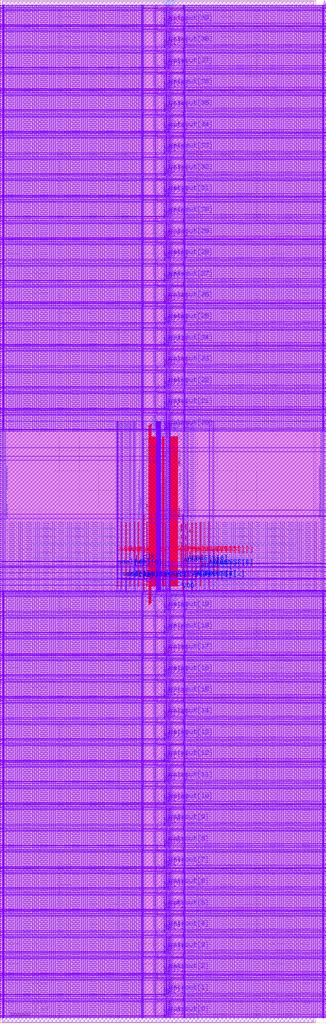
<source format=lef>
VERSION 5.8 ;
BUSBITCHARS "[]" ;
DIVIDERCHAR "/" ;

PROPERTYDEFINITIONS
  MACRO CatenaDesignType STRING ;
END PROPERTYDEFINITIONS

MACRO srambank_128x4x40_6t122
  CLASS BLOCK ;
  ORIGIN 0 0 ;
  FOREIGN srambank_128x4x40_6t122 0 0 ;
  SIZE 16.0 BY 51.84 ;
  SYMMETRY X Y ;
  SITE coreSite ;
  PIN VDD
    DIRECTION INOUT ;
    USE POWER ;
    PORT
      LAYER M4  ;
        RECT 0.0940 1.1720 16.4420 1.2200 ;
        RECT 0.0940 2.2520 16.4420 2.3000 ;
        RECT 0.0940 3.3320 16.4420 3.3800 ;
        RECT 0.0940 4.4120 16.4420 4.4600 ;
        RECT 0.0940 5.4920 16.4420 5.5400 ;
        RECT 0.0940 6.5720 16.4420 6.6200 ;
        RECT 0.0940 7.6520 16.4420 7.7000 ;
        RECT 0.0940 8.7320 16.4420 8.7800 ;
        RECT 0.0940 9.8120 16.4420 9.8600 ;
        RECT 0.0940 10.8920 16.4420 10.9400 ;
        RECT 0.0940 11.9720 16.4420 12.0200 ;
        RECT 0.0940 13.0520 16.4420 13.1000 ;
        RECT 0.0940 14.1320 16.4420 14.1800 ;
        RECT 0.0940 15.2120 16.4420 15.2600 ;
        RECT 0.0940 16.2920 16.4420 16.3400 ;
        RECT 0.0940 17.3720 16.4420 17.4200 ;
        RECT 0.0940 18.4520 16.4420 18.5000 ;
        RECT 0.0940 19.5320 16.4420 19.5800 ;
        RECT 0.0940 20.6120 16.4420 20.6600 ;
        RECT 0.0940 21.6920 16.4420 21.7400 ;
        RECT 3.5640 22.1730 12.9600 22.3890 ;
        RECT 9.1970 25.6770 9.3380 25.7010 ;
        RECT 9.0660 21.8930 9.3290 21.9170 ;
        RECT 7.3980 25.3410 9.1260 25.5570 ;
        RECT 7.3980 28.5090 9.1260 28.7250 ;
        RECT 0.0940 30.8990 16.4420 30.9470 ;
        RECT 0.0940 31.9790 16.4420 32.0270 ;
        RECT 0.0940 33.0590 16.4420 33.1070 ;
        RECT 0.0940 34.1390 16.4420 34.1870 ;
        RECT 0.0940 35.2190 16.4420 35.2670 ;
        RECT 0.0940 36.2990 16.4420 36.3470 ;
        RECT 0.0940 37.3790 16.4420 37.4270 ;
        RECT 0.0940 38.4590 16.4420 38.5070 ;
        RECT 0.0940 39.5390 16.4420 39.5870 ;
        RECT 0.0940 40.6190 16.4420 40.6670 ;
        RECT 0.0940 41.6990 16.4420 41.7470 ;
        RECT 0.0940 42.7790 16.4420 42.8270 ;
        RECT 0.0940 43.8590 16.4420 43.9070 ;
        RECT 0.0940 44.9390 16.4420 44.9870 ;
        RECT 0.0940 46.0190 16.4420 46.0670 ;
        RECT 0.0940 47.0990 16.4420 47.1470 ;
        RECT 0.0940 48.1790 16.4420 48.2270 ;
        RECT 0.0940 49.2590 16.4420 49.3070 ;
        RECT 0.0940 50.3390 16.4420 50.3870 ;
        RECT 0.0940 51.4190 16.4420 51.4670 ;
      LAYER M3  ;
        RECT 16.3940 0.2165 16.4120 1.3765 ;
        RECT 9.2840 0.2170 9.3020 1.3760 ;
        RECT 7.8800 0.2570 7.9700 1.3710 ;
        RECT 7.2320 0.2170 7.2500 1.3760 ;
        RECT 0.1220 0.2165 0.1400 1.3765 ;
        RECT 16.3940 1.2965 16.4120 2.4565 ;
        RECT 9.2840 1.2970 9.3020 2.4560 ;
        RECT 7.8800 1.3370 7.9700 2.4510 ;
        RECT 7.2320 1.2970 7.2500 2.4560 ;
        RECT 0.1220 1.2965 0.1400 2.4565 ;
        RECT 16.3940 2.3765 16.4120 3.5365 ;
        RECT 9.2840 2.3770 9.3020 3.5360 ;
        RECT 7.8800 2.4170 7.9700 3.5310 ;
        RECT 7.2320 2.3770 7.2500 3.5360 ;
        RECT 0.1220 2.3765 0.1400 3.5365 ;
        RECT 16.3940 3.4565 16.4120 4.6165 ;
        RECT 9.2840 3.4570 9.3020 4.6160 ;
        RECT 7.8800 3.4970 7.9700 4.6110 ;
        RECT 7.2320 3.4570 7.2500 4.6160 ;
        RECT 0.1220 3.4565 0.1400 4.6165 ;
        RECT 16.3940 4.5365 16.4120 5.6965 ;
        RECT 9.2840 4.5370 9.3020 5.6960 ;
        RECT 7.8800 4.5770 7.9700 5.6910 ;
        RECT 7.2320 4.5370 7.2500 5.6960 ;
        RECT 0.1220 4.5365 0.1400 5.6965 ;
        RECT 16.3940 5.6165 16.4120 6.7765 ;
        RECT 9.2840 5.6170 9.3020 6.7760 ;
        RECT 7.8800 5.6570 7.9700 6.7710 ;
        RECT 7.2320 5.6170 7.2500 6.7760 ;
        RECT 0.1220 5.6165 0.1400 6.7765 ;
        RECT 16.3940 6.6965 16.4120 7.8565 ;
        RECT 9.2840 6.6970 9.3020 7.8560 ;
        RECT 7.8800 6.7370 7.9700 7.8510 ;
        RECT 7.2320 6.6970 7.2500 7.8560 ;
        RECT 0.1220 6.6965 0.1400 7.8565 ;
        RECT 16.3940 7.7765 16.4120 8.9365 ;
        RECT 9.2840 7.7770 9.3020 8.9360 ;
        RECT 7.8800 7.8170 7.9700 8.9310 ;
        RECT 7.2320 7.7770 7.2500 8.9360 ;
        RECT 0.1220 7.7765 0.1400 8.9365 ;
        RECT 16.3940 8.8565 16.4120 10.0165 ;
        RECT 9.2840 8.8570 9.3020 10.0160 ;
        RECT 7.8800 8.8970 7.9700 10.0110 ;
        RECT 7.2320 8.8570 7.2500 10.0160 ;
        RECT 0.1220 8.8565 0.1400 10.0165 ;
        RECT 16.3940 9.9365 16.4120 11.0965 ;
        RECT 9.2840 9.9370 9.3020 11.0960 ;
        RECT 7.8800 9.9770 7.9700 11.0910 ;
        RECT 7.2320 9.9370 7.2500 11.0960 ;
        RECT 0.1220 9.9365 0.1400 11.0965 ;
        RECT 16.3940 11.0165 16.4120 12.1765 ;
        RECT 9.2840 11.0170 9.3020 12.1760 ;
        RECT 7.8800 11.0570 7.9700 12.1710 ;
        RECT 7.2320 11.0170 7.2500 12.1760 ;
        RECT 0.1220 11.0165 0.1400 12.1765 ;
        RECT 16.3940 12.0965 16.4120 13.2565 ;
        RECT 9.2840 12.0970 9.3020 13.2560 ;
        RECT 7.8800 12.1370 7.9700 13.2510 ;
        RECT 7.2320 12.0970 7.2500 13.2560 ;
        RECT 0.1220 12.0965 0.1400 13.2565 ;
        RECT 16.3940 13.1765 16.4120 14.3365 ;
        RECT 9.2840 13.1770 9.3020 14.3360 ;
        RECT 7.8800 13.2170 7.9700 14.3310 ;
        RECT 7.2320 13.1770 7.2500 14.3360 ;
        RECT 0.1220 13.1765 0.1400 14.3365 ;
        RECT 16.3940 14.2565 16.4120 15.4165 ;
        RECT 9.2840 14.2570 9.3020 15.4160 ;
        RECT 7.8800 14.2970 7.9700 15.4110 ;
        RECT 7.2320 14.2570 7.2500 15.4160 ;
        RECT 0.1220 14.2565 0.1400 15.4165 ;
        RECT 16.3940 15.3365 16.4120 16.4965 ;
        RECT 9.2840 15.3370 9.3020 16.4960 ;
        RECT 7.8800 15.3770 7.9700 16.4910 ;
        RECT 7.2320 15.3370 7.2500 16.4960 ;
        RECT 0.1220 15.3365 0.1400 16.4965 ;
        RECT 16.3940 16.4165 16.4120 17.5765 ;
        RECT 9.2840 16.4170 9.3020 17.5760 ;
        RECT 7.8800 16.4570 7.9700 17.5710 ;
        RECT 7.2320 16.4170 7.2500 17.5760 ;
        RECT 0.1220 16.4165 0.1400 17.5765 ;
        RECT 16.3940 17.4965 16.4120 18.6565 ;
        RECT 9.2840 17.4970 9.3020 18.6560 ;
        RECT 7.8800 17.5370 7.9700 18.6510 ;
        RECT 7.2320 17.4970 7.2500 18.6560 ;
        RECT 0.1220 17.4965 0.1400 18.6565 ;
        RECT 16.3940 18.5765 16.4120 19.7365 ;
        RECT 9.2840 18.5770 9.3020 19.7360 ;
        RECT 7.8800 18.6170 7.9700 19.7310 ;
        RECT 7.2320 18.5770 7.2500 19.7360 ;
        RECT 0.1220 18.5765 0.1400 19.7365 ;
        RECT 16.3940 19.6565 16.4120 20.8165 ;
        RECT 9.2840 19.6570 9.3020 20.8160 ;
        RECT 7.8800 19.6970 7.9700 20.8110 ;
        RECT 7.2320 19.6570 7.2500 20.8160 ;
        RECT 0.1220 19.6565 0.1400 20.8165 ;
        RECT 16.3940 20.7365 16.4120 21.8965 ;
        RECT 9.2840 20.7370 9.3020 21.8960 ;
        RECT 7.8800 20.7770 7.9700 21.8910 ;
        RECT 7.2320 20.7370 7.2500 21.8960 ;
        RECT 0.1220 20.7365 0.1400 21.8965 ;
        RECT 16.3890 21.8105 16.4070 30.0175 ;
        RECT 9.2970 25.6300 9.3150 29.9785 ;
        RECT 9.2790 21.8435 9.2970 21.9815 ;
        RECT 7.9110 22.1340 8.1450 29.7170 ;
        RECT 7.8750 29.6340 7.9650 30.0100 ;
        RECT 7.8750 21.8500 7.9650 22.2260 ;
        RECT 0.1170 21.8105 0.1350 30.0175 ;
        RECT 16.3940 29.9435 16.4120 31.1035 ;
        RECT 9.2840 29.9440 9.3020 31.1030 ;
        RECT 7.8800 29.9840 7.9700 31.0980 ;
        RECT 7.2320 29.9440 7.2500 31.1030 ;
        RECT 0.1220 29.9435 0.1400 31.1035 ;
        RECT 16.3940 31.0235 16.4120 32.1835 ;
        RECT 9.2840 31.0240 9.3020 32.1830 ;
        RECT 7.8800 31.0640 7.9700 32.1780 ;
        RECT 7.2320 31.0240 7.2500 32.1830 ;
        RECT 0.1220 31.0235 0.1400 32.1835 ;
        RECT 16.3940 32.1035 16.4120 33.2635 ;
        RECT 9.2840 32.1040 9.3020 33.2630 ;
        RECT 7.8800 32.1440 7.9700 33.2580 ;
        RECT 7.2320 32.1040 7.2500 33.2630 ;
        RECT 0.1220 32.1035 0.1400 33.2635 ;
        RECT 16.3940 33.1835 16.4120 34.3435 ;
        RECT 9.2840 33.1840 9.3020 34.3430 ;
        RECT 7.8800 33.2240 7.9700 34.3380 ;
        RECT 7.2320 33.1840 7.2500 34.3430 ;
        RECT 0.1220 33.1835 0.1400 34.3435 ;
        RECT 16.3940 34.2635 16.4120 35.4235 ;
        RECT 9.2840 34.2640 9.3020 35.4230 ;
        RECT 7.8800 34.3040 7.9700 35.4180 ;
        RECT 7.2320 34.2640 7.2500 35.4230 ;
        RECT 0.1220 34.2635 0.1400 35.4235 ;
        RECT 16.3940 35.3435 16.4120 36.5035 ;
        RECT 9.2840 35.3440 9.3020 36.5030 ;
        RECT 7.8800 35.3840 7.9700 36.4980 ;
        RECT 7.2320 35.3440 7.2500 36.5030 ;
        RECT 0.1220 35.3435 0.1400 36.5035 ;
        RECT 16.3940 36.4235 16.4120 37.5835 ;
        RECT 9.2840 36.4240 9.3020 37.5830 ;
        RECT 7.8800 36.4640 7.9700 37.5780 ;
        RECT 7.2320 36.4240 7.2500 37.5830 ;
        RECT 0.1220 36.4235 0.1400 37.5835 ;
        RECT 16.3940 37.5035 16.4120 38.6635 ;
        RECT 9.2840 37.5040 9.3020 38.6630 ;
        RECT 7.8800 37.5440 7.9700 38.6580 ;
        RECT 7.2320 37.5040 7.2500 38.6630 ;
        RECT 0.1220 37.5035 0.1400 38.6635 ;
        RECT 16.3940 38.5835 16.4120 39.7435 ;
        RECT 9.2840 38.5840 9.3020 39.7430 ;
        RECT 7.8800 38.6240 7.9700 39.7380 ;
        RECT 7.2320 38.5840 7.2500 39.7430 ;
        RECT 0.1220 38.5835 0.1400 39.7435 ;
        RECT 16.3940 39.6635 16.4120 40.8235 ;
        RECT 9.2840 39.6640 9.3020 40.8230 ;
        RECT 7.8800 39.7040 7.9700 40.8180 ;
        RECT 7.2320 39.6640 7.2500 40.8230 ;
        RECT 0.1220 39.6635 0.1400 40.8235 ;
        RECT 16.3940 40.7435 16.4120 41.9035 ;
        RECT 9.2840 40.7440 9.3020 41.9030 ;
        RECT 7.8800 40.7840 7.9700 41.8980 ;
        RECT 7.2320 40.7440 7.2500 41.9030 ;
        RECT 0.1220 40.7435 0.1400 41.9035 ;
        RECT 16.3940 41.8235 16.4120 42.9835 ;
        RECT 9.2840 41.8240 9.3020 42.9830 ;
        RECT 7.8800 41.8640 7.9700 42.9780 ;
        RECT 7.2320 41.8240 7.2500 42.9830 ;
        RECT 0.1220 41.8235 0.1400 42.9835 ;
        RECT 16.3940 42.9035 16.4120 44.0635 ;
        RECT 9.2840 42.9040 9.3020 44.0630 ;
        RECT 7.8800 42.9440 7.9700 44.0580 ;
        RECT 7.2320 42.9040 7.2500 44.0630 ;
        RECT 0.1220 42.9035 0.1400 44.0635 ;
        RECT 16.3940 43.9835 16.4120 45.1435 ;
        RECT 9.2840 43.9840 9.3020 45.1430 ;
        RECT 7.8800 44.0240 7.9700 45.1380 ;
        RECT 7.2320 43.9840 7.2500 45.1430 ;
        RECT 0.1220 43.9835 0.1400 45.1435 ;
        RECT 16.3940 45.0635 16.4120 46.2235 ;
        RECT 9.2840 45.0640 9.3020 46.2230 ;
        RECT 7.8800 45.1040 7.9700 46.2180 ;
        RECT 7.2320 45.0640 7.2500 46.2230 ;
        RECT 0.1220 45.0635 0.1400 46.2235 ;
        RECT 16.3940 46.1435 16.4120 47.3035 ;
        RECT 9.2840 46.1440 9.3020 47.3030 ;
        RECT 7.8800 46.1840 7.9700 47.2980 ;
        RECT 7.2320 46.1440 7.2500 47.3030 ;
        RECT 0.1220 46.1435 0.1400 47.3035 ;
        RECT 16.3940 47.2235 16.4120 48.3835 ;
        RECT 9.2840 47.2240 9.3020 48.3830 ;
        RECT 7.8800 47.2640 7.9700 48.3780 ;
        RECT 7.2320 47.2240 7.2500 48.3830 ;
        RECT 0.1220 47.2235 0.1400 48.3835 ;
        RECT 16.3940 48.3035 16.4120 49.4635 ;
        RECT 9.2840 48.3040 9.3020 49.4630 ;
        RECT 7.8800 48.3440 7.9700 49.4580 ;
        RECT 7.2320 48.3040 7.2500 49.4630 ;
        RECT 0.1220 48.3035 0.1400 49.4635 ;
        RECT 16.3940 49.3835 16.4120 50.5435 ;
        RECT 9.2840 49.3840 9.3020 50.5430 ;
        RECT 7.8800 49.4240 7.9700 50.5380 ;
        RECT 7.2320 49.3840 7.2500 50.5430 ;
        RECT 0.1220 49.3835 0.1400 50.5435 ;
        RECT 16.3940 50.4635 16.4120 51.6235 ;
        RECT 9.2840 50.4640 9.3020 51.6230 ;
        RECT 7.8800 50.5040 7.9700 51.6180 ;
        RECT 7.2320 50.4640 7.2500 51.6230 ;
        RECT 0.1220 50.4635 0.1400 51.6235 ;
      LAYER V3  ;
        RECT 0.1220 1.1720 0.1400 1.2200 ;
        RECT 7.2320 1.1720 7.2500 1.2200 ;
        RECT 7.8800 1.1720 7.9700 1.2200 ;
        RECT 9.2840 1.1720 9.3020 1.2200 ;
        RECT 16.3940 1.1720 16.4120 1.2200 ;
        RECT 0.1220 2.2520 0.1400 2.3000 ;
        RECT 7.2320 2.2520 7.2500 2.3000 ;
        RECT 7.8800 2.2520 7.9700 2.3000 ;
        RECT 9.2840 2.2520 9.3020 2.3000 ;
        RECT 16.3940 2.2520 16.4120 2.3000 ;
        RECT 0.1220 3.3320 0.1400 3.3800 ;
        RECT 7.2320 3.3320 7.2500 3.3800 ;
        RECT 7.8800 3.3320 7.9700 3.3800 ;
        RECT 9.2840 3.3320 9.3020 3.3800 ;
        RECT 16.3940 3.3320 16.4120 3.3800 ;
        RECT 0.1220 4.4120 0.1400 4.4600 ;
        RECT 7.2320 4.4120 7.2500 4.4600 ;
        RECT 7.8800 4.4120 7.9700 4.4600 ;
        RECT 9.2840 4.4120 9.3020 4.4600 ;
        RECT 16.3940 4.4120 16.4120 4.4600 ;
        RECT 0.1220 5.4920 0.1400 5.5400 ;
        RECT 7.2320 5.4920 7.2500 5.5400 ;
        RECT 7.8800 5.4920 7.9700 5.5400 ;
        RECT 9.2840 5.4920 9.3020 5.5400 ;
        RECT 16.3940 5.4920 16.4120 5.5400 ;
        RECT 0.1220 6.5720 0.1400 6.6200 ;
        RECT 7.2320 6.5720 7.2500 6.6200 ;
        RECT 7.8800 6.5720 7.9700 6.6200 ;
        RECT 9.2840 6.5720 9.3020 6.6200 ;
        RECT 16.3940 6.5720 16.4120 6.6200 ;
        RECT 0.1220 7.6520 0.1400 7.7000 ;
        RECT 7.2320 7.6520 7.2500 7.7000 ;
        RECT 7.8800 7.6520 7.9700 7.7000 ;
        RECT 9.2840 7.6520 9.3020 7.7000 ;
        RECT 16.3940 7.6520 16.4120 7.7000 ;
        RECT 0.1220 8.7320 0.1400 8.7800 ;
        RECT 7.2320 8.7320 7.2500 8.7800 ;
        RECT 7.8800 8.7320 7.9700 8.7800 ;
        RECT 9.2840 8.7320 9.3020 8.7800 ;
        RECT 16.3940 8.7320 16.4120 8.7800 ;
        RECT 0.1220 9.8120 0.1400 9.8600 ;
        RECT 7.2320 9.8120 7.2500 9.8600 ;
        RECT 7.8800 9.8120 7.9700 9.8600 ;
        RECT 9.2840 9.8120 9.3020 9.8600 ;
        RECT 16.3940 9.8120 16.4120 9.8600 ;
        RECT 0.1220 10.8920 0.1400 10.9400 ;
        RECT 7.2320 10.8920 7.2500 10.9400 ;
        RECT 7.8800 10.8920 7.9700 10.9400 ;
        RECT 9.2840 10.8920 9.3020 10.9400 ;
        RECT 16.3940 10.8920 16.4120 10.9400 ;
        RECT 0.1220 11.9720 0.1400 12.0200 ;
        RECT 7.2320 11.9720 7.2500 12.0200 ;
        RECT 7.8800 11.9720 7.9700 12.0200 ;
        RECT 9.2840 11.9720 9.3020 12.0200 ;
        RECT 16.3940 11.9720 16.4120 12.0200 ;
        RECT 0.1220 13.0520 0.1400 13.1000 ;
        RECT 7.2320 13.0520 7.2500 13.1000 ;
        RECT 7.8800 13.0520 7.9700 13.1000 ;
        RECT 9.2840 13.0520 9.3020 13.1000 ;
        RECT 16.3940 13.0520 16.4120 13.1000 ;
        RECT 0.1220 14.1320 0.1400 14.1800 ;
        RECT 7.2320 14.1320 7.2500 14.1800 ;
        RECT 7.8800 14.1320 7.9700 14.1800 ;
        RECT 9.2840 14.1320 9.3020 14.1800 ;
        RECT 16.3940 14.1320 16.4120 14.1800 ;
        RECT 0.1220 15.2120 0.1400 15.2600 ;
        RECT 7.2320 15.2120 7.2500 15.2600 ;
        RECT 7.8800 15.2120 7.9700 15.2600 ;
        RECT 9.2840 15.2120 9.3020 15.2600 ;
        RECT 16.3940 15.2120 16.4120 15.2600 ;
        RECT 0.1220 16.2920 0.1400 16.3400 ;
        RECT 7.2320 16.2920 7.2500 16.3400 ;
        RECT 7.8800 16.2920 7.9700 16.3400 ;
        RECT 9.2840 16.2920 9.3020 16.3400 ;
        RECT 16.3940 16.2920 16.4120 16.3400 ;
        RECT 0.1220 17.3720 0.1400 17.4200 ;
        RECT 7.2320 17.3720 7.2500 17.4200 ;
        RECT 7.8800 17.3720 7.9700 17.4200 ;
        RECT 9.2840 17.3720 9.3020 17.4200 ;
        RECT 16.3940 17.3720 16.4120 17.4200 ;
        RECT 0.1220 18.4520 0.1400 18.5000 ;
        RECT 7.2320 18.4520 7.2500 18.5000 ;
        RECT 7.8800 18.4520 7.9700 18.5000 ;
        RECT 9.2840 18.4520 9.3020 18.5000 ;
        RECT 16.3940 18.4520 16.4120 18.5000 ;
        RECT 0.1220 19.5320 0.1400 19.5800 ;
        RECT 7.2320 19.5320 7.2500 19.5800 ;
        RECT 7.8800 19.5320 7.9700 19.5800 ;
        RECT 9.2840 19.5320 9.3020 19.5800 ;
        RECT 16.3940 19.5320 16.4120 19.5800 ;
        RECT 0.1220 20.6120 0.1400 20.6600 ;
        RECT 7.2320 20.6120 7.2500 20.6600 ;
        RECT 7.8800 20.6120 7.9700 20.6600 ;
        RECT 9.2840 20.6120 9.3020 20.6600 ;
        RECT 16.3940 20.6120 16.4120 20.6600 ;
        RECT 0.1220 21.6920 0.1400 21.7400 ;
        RECT 7.2320 21.6920 7.2500 21.7400 ;
        RECT 7.8800 21.6920 7.9700 21.7400 ;
        RECT 9.2840 21.6920 9.3020 21.7400 ;
        RECT 16.3940 21.6920 16.4120 21.7400 ;
        RECT 7.9150 28.5090 7.9330 28.7250 ;
        RECT 7.9150 25.3410 7.9330 25.5570 ;
        RECT 7.9150 22.1730 7.9330 22.3890 ;
        RECT 7.9670 28.5090 7.9850 28.7250 ;
        RECT 7.9670 25.3410 7.9850 25.5570 ;
        RECT 7.9670 22.1730 7.9850 22.3890 ;
        RECT 8.0190 28.5090 8.0370 28.7250 ;
        RECT 8.0190 25.3410 8.0370 25.5570 ;
        RECT 8.0190 22.1730 8.0370 22.3890 ;
        RECT 8.0710 28.5090 8.0890 28.7250 ;
        RECT 8.0710 25.3410 8.0890 25.5570 ;
        RECT 8.0710 22.1730 8.0890 22.3890 ;
        RECT 8.1230 28.5090 8.1410 28.7250 ;
        RECT 8.1230 25.3410 8.1410 25.5570 ;
        RECT 8.1230 22.1730 8.1410 22.3890 ;
        RECT 9.2790 21.8930 9.2970 21.9170 ;
        RECT 9.2970 25.6770 9.3150 25.7010 ;
        RECT 0.1220 30.8990 0.1400 30.9470 ;
        RECT 7.2320 30.8990 7.2500 30.9470 ;
        RECT 7.8800 30.8990 7.9700 30.9470 ;
        RECT 9.2840 30.8990 9.3020 30.9470 ;
        RECT 16.3940 30.8990 16.4120 30.9470 ;
        RECT 0.1220 31.9790 0.1400 32.0270 ;
        RECT 7.2320 31.9790 7.2500 32.0270 ;
        RECT 7.8800 31.9790 7.9700 32.0270 ;
        RECT 9.2840 31.9790 9.3020 32.0270 ;
        RECT 16.3940 31.9790 16.4120 32.0270 ;
        RECT 0.1220 33.0590 0.1400 33.1070 ;
        RECT 7.2320 33.0590 7.2500 33.1070 ;
        RECT 7.8800 33.0590 7.9700 33.1070 ;
        RECT 9.2840 33.0590 9.3020 33.1070 ;
        RECT 16.3940 33.0590 16.4120 33.1070 ;
        RECT 0.1220 34.1390 0.1400 34.1870 ;
        RECT 7.2320 34.1390 7.2500 34.1870 ;
        RECT 7.8800 34.1390 7.9700 34.1870 ;
        RECT 9.2840 34.1390 9.3020 34.1870 ;
        RECT 16.3940 34.1390 16.4120 34.1870 ;
        RECT 0.1220 35.2190 0.1400 35.2670 ;
        RECT 7.2320 35.2190 7.2500 35.2670 ;
        RECT 7.8800 35.2190 7.9700 35.2670 ;
        RECT 9.2840 35.2190 9.3020 35.2670 ;
        RECT 16.3940 35.2190 16.4120 35.2670 ;
        RECT 0.1220 36.2990 0.1400 36.3470 ;
        RECT 7.2320 36.2990 7.2500 36.3470 ;
        RECT 7.8800 36.2990 7.9700 36.3470 ;
        RECT 9.2840 36.2990 9.3020 36.3470 ;
        RECT 16.3940 36.2990 16.4120 36.3470 ;
        RECT 0.1220 37.3790 0.1400 37.4270 ;
        RECT 7.2320 37.3790 7.2500 37.4270 ;
        RECT 7.8800 37.3790 7.9700 37.4270 ;
        RECT 9.2840 37.3790 9.3020 37.4270 ;
        RECT 16.3940 37.3790 16.4120 37.4270 ;
        RECT 0.1220 38.4590 0.1400 38.5070 ;
        RECT 7.2320 38.4590 7.2500 38.5070 ;
        RECT 7.8800 38.4590 7.9700 38.5070 ;
        RECT 9.2840 38.4590 9.3020 38.5070 ;
        RECT 16.3940 38.4590 16.4120 38.5070 ;
        RECT 0.1220 39.5390 0.1400 39.5870 ;
        RECT 7.2320 39.5390 7.2500 39.5870 ;
        RECT 7.8800 39.5390 7.9700 39.5870 ;
        RECT 9.2840 39.5390 9.3020 39.5870 ;
        RECT 16.3940 39.5390 16.4120 39.5870 ;
        RECT 0.1220 40.6190 0.1400 40.6670 ;
        RECT 7.2320 40.6190 7.2500 40.6670 ;
        RECT 7.8800 40.6190 7.9700 40.6670 ;
        RECT 9.2840 40.6190 9.3020 40.6670 ;
        RECT 16.3940 40.6190 16.4120 40.6670 ;
        RECT 0.1220 41.6990 0.1400 41.7470 ;
        RECT 7.2320 41.6990 7.2500 41.7470 ;
        RECT 7.8800 41.6990 7.9700 41.7470 ;
        RECT 9.2840 41.6990 9.3020 41.7470 ;
        RECT 16.3940 41.6990 16.4120 41.7470 ;
        RECT 0.1220 42.7790 0.1400 42.8270 ;
        RECT 7.2320 42.7790 7.2500 42.8270 ;
        RECT 7.8800 42.7790 7.9700 42.8270 ;
        RECT 9.2840 42.7790 9.3020 42.8270 ;
        RECT 16.3940 42.7790 16.4120 42.8270 ;
        RECT 0.1220 43.8590 0.1400 43.9070 ;
        RECT 7.2320 43.8590 7.2500 43.9070 ;
        RECT 7.8800 43.8590 7.9700 43.9070 ;
        RECT 9.2840 43.8590 9.3020 43.9070 ;
        RECT 16.3940 43.8590 16.4120 43.9070 ;
        RECT 0.1220 44.9390 0.1400 44.9870 ;
        RECT 7.2320 44.9390 7.2500 44.9870 ;
        RECT 7.8800 44.9390 7.9700 44.9870 ;
        RECT 9.2840 44.9390 9.3020 44.9870 ;
        RECT 16.3940 44.9390 16.4120 44.9870 ;
        RECT 0.1220 46.0190 0.1400 46.0670 ;
        RECT 7.2320 46.0190 7.2500 46.0670 ;
        RECT 7.8800 46.0190 7.9700 46.0670 ;
        RECT 9.2840 46.0190 9.3020 46.0670 ;
        RECT 16.3940 46.0190 16.4120 46.0670 ;
        RECT 0.1220 47.0990 0.1400 47.1470 ;
        RECT 7.2320 47.0990 7.2500 47.1470 ;
        RECT 7.8800 47.0990 7.9700 47.1470 ;
        RECT 9.2840 47.0990 9.3020 47.1470 ;
        RECT 16.3940 47.0990 16.4120 47.1470 ;
        RECT 0.1220 48.1790 0.1400 48.2270 ;
        RECT 7.2320 48.1790 7.2500 48.2270 ;
        RECT 7.8800 48.1790 7.9700 48.2270 ;
        RECT 9.2840 48.1790 9.3020 48.2270 ;
        RECT 16.3940 48.1790 16.4120 48.2270 ;
        RECT 0.1220 49.2590 0.1400 49.3070 ;
        RECT 7.2320 49.2590 7.2500 49.3070 ;
        RECT 7.8800 49.2590 7.9700 49.3070 ;
        RECT 9.2840 49.2590 9.3020 49.3070 ;
        RECT 16.3940 49.2590 16.4120 49.3070 ;
        RECT 0.1220 50.3390 0.1400 50.3870 ;
        RECT 7.2320 50.3390 7.2500 50.3870 ;
        RECT 7.8800 50.3390 7.9700 50.3870 ;
        RECT 9.2840 50.3390 9.3020 50.3870 ;
        RECT 16.3940 50.3390 16.4120 50.3870 ;
        RECT 0.1220 51.4190 0.1400 51.4670 ;
        RECT 7.2320 51.4190 7.2500 51.4670 ;
        RECT 7.8800 51.4190 7.9700 51.4670 ;
        RECT 9.2840 51.4190 9.3020 51.4670 ;
        RECT 16.3940 51.4190 16.4120 51.4670 ;
      LAYER M5  ;
        RECT 9.2160 21.8750 9.2400 25.7190 ;
      LAYER V4  ;
        RECT 9.2160 25.6770 9.2400 25.7010 ;
        RECT 9.2160 22.1730 9.2400 22.3890 ;
        RECT 9.2160 21.8930 9.2400 21.9170 ;
    END
  END VDD
  PIN VSS
    DIRECTION INOUT ;
    USE POWER ;
    PORT
      LAYER M4  ;
        RECT 0.0940 1.0760 16.4370 1.1240 ;
        RECT 0.0940 2.1560 16.4370 2.2040 ;
        RECT 0.0940 3.2360 16.4370 3.2840 ;
        RECT 0.0940 4.3160 16.4370 4.3640 ;
        RECT 0.0940 5.3960 16.4370 5.4440 ;
        RECT 0.0940 6.4760 16.4370 6.5240 ;
        RECT 0.0940 7.5560 16.4370 7.6040 ;
        RECT 0.0940 8.6360 16.4370 8.6840 ;
        RECT 0.0940 9.7160 16.4370 9.7640 ;
        RECT 0.0940 10.7960 16.4370 10.8440 ;
        RECT 0.0940 11.8760 16.4370 11.9240 ;
        RECT 0.0940 12.9560 16.4370 13.0040 ;
        RECT 0.0940 14.0360 16.4370 14.0840 ;
        RECT 0.0940 15.1160 16.4370 15.1640 ;
        RECT 0.0940 16.1960 16.4370 16.2440 ;
        RECT 0.0940 17.2760 16.4370 17.3240 ;
        RECT 0.0940 18.3560 16.4370 18.4040 ;
        RECT 0.0940 19.4360 16.4370 19.4840 ;
        RECT 0.0940 20.5160 16.4370 20.5640 ;
        RECT 0.0940 21.5960 16.4370 21.6440 ;
        RECT 3.5640 22.6050 12.9600 22.8210 ;
        RECT 7.3980 25.7730 9.1260 25.9890 ;
        RECT 7.3980 28.9410 9.1260 29.1570 ;
        RECT 0.0940 30.8030 16.4370 30.8510 ;
        RECT 0.0940 31.8830 16.4370 31.9310 ;
        RECT 0.0940 32.9630 16.4370 33.0110 ;
        RECT 0.0940 34.0430 16.4370 34.0910 ;
        RECT 0.0940 35.1230 16.4370 35.1710 ;
        RECT 0.0940 36.2030 16.4370 36.2510 ;
        RECT 0.0940 37.2830 16.4370 37.3310 ;
        RECT 0.0940 38.3630 16.4370 38.4110 ;
        RECT 0.0940 39.4430 16.4370 39.4910 ;
        RECT 0.0940 40.5230 16.4370 40.5710 ;
        RECT 0.0940 41.6030 16.4370 41.6510 ;
        RECT 0.0940 42.6830 16.4370 42.7310 ;
        RECT 0.0940 43.7630 16.4370 43.8110 ;
        RECT 0.0940 44.8430 16.4370 44.8910 ;
        RECT 0.0940 45.9230 16.4370 45.9710 ;
        RECT 0.0940 47.0030 16.4370 47.0510 ;
        RECT 0.0940 48.0830 16.4370 48.1310 ;
        RECT 0.0940 49.1630 16.4370 49.2110 ;
        RECT 0.0940 50.2430 16.4370 50.2910 ;
        RECT 0.0940 51.3230 16.4370 51.3710 ;
      LAYER M3  ;
        RECT 16.3580 0.2165 16.3760 1.3765 ;
        RECT 9.3380 0.2165 9.3560 1.3765 ;
        RECT 8.5730 0.2530 8.6090 1.3670 ;
        RECT 8.4200 0.2530 8.4470 1.3670 ;
        RECT 7.1780 0.2165 7.1960 1.3765 ;
        RECT 0.1580 0.2165 0.1760 1.3765 ;
        RECT 16.3580 1.2965 16.3760 2.4565 ;
        RECT 9.3380 1.2965 9.3560 2.4565 ;
        RECT 8.5730 1.3330 8.6090 2.4470 ;
        RECT 8.4200 1.3330 8.4470 2.4470 ;
        RECT 7.1780 1.2965 7.1960 2.4565 ;
        RECT 0.1580 1.2965 0.1760 2.4565 ;
        RECT 16.3580 2.3765 16.3760 3.5365 ;
        RECT 9.3380 2.3765 9.3560 3.5365 ;
        RECT 8.5730 2.4130 8.6090 3.5270 ;
        RECT 8.4200 2.4130 8.4470 3.5270 ;
        RECT 7.1780 2.3765 7.1960 3.5365 ;
        RECT 0.1580 2.3765 0.1760 3.5365 ;
        RECT 16.3580 3.4565 16.3760 4.6165 ;
        RECT 9.3380 3.4565 9.3560 4.6165 ;
        RECT 8.5730 3.4930 8.6090 4.6070 ;
        RECT 8.4200 3.4930 8.4470 4.6070 ;
        RECT 7.1780 3.4565 7.1960 4.6165 ;
        RECT 0.1580 3.4565 0.1760 4.6165 ;
        RECT 16.3580 4.5365 16.3760 5.6965 ;
        RECT 9.3380 4.5365 9.3560 5.6965 ;
        RECT 8.5730 4.5730 8.6090 5.6870 ;
        RECT 8.4200 4.5730 8.4470 5.6870 ;
        RECT 7.1780 4.5365 7.1960 5.6965 ;
        RECT 0.1580 4.5365 0.1760 5.6965 ;
        RECT 16.3580 5.6165 16.3760 6.7765 ;
        RECT 9.3380 5.6165 9.3560 6.7765 ;
        RECT 8.5730 5.6530 8.6090 6.7670 ;
        RECT 8.4200 5.6530 8.4470 6.7670 ;
        RECT 7.1780 5.6165 7.1960 6.7765 ;
        RECT 0.1580 5.6165 0.1760 6.7765 ;
        RECT 16.3580 6.6965 16.3760 7.8565 ;
        RECT 9.3380 6.6965 9.3560 7.8565 ;
        RECT 8.5730 6.7330 8.6090 7.8470 ;
        RECT 8.4200 6.7330 8.4470 7.8470 ;
        RECT 7.1780 6.6965 7.1960 7.8565 ;
        RECT 0.1580 6.6965 0.1760 7.8565 ;
        RECT 16.3580 7.7765 16.3760 8.9365 ;
        RECT 9.3380 7.7765 9.3560 8.9365 ;
        RECT 8.5730 7.8130 8.6090 8.9270 ;
        RECT 8.4200 7.8130 8.4470 8.9270 ;
        RECT 7.1780 7.7765 7.1960 8.9365 ;
        RECT 0.1580 7.7765 0.1760 8.9365 ;
        RECT 16.3580 8.8565 16.3760 10.0165 ;
        RECT 9.3380 8.8565 9.3560 10.0165 ;
        RECT 8.5730 8.8930 8.6090 10.0070 ;
        RECT 8.4200 8.8930 8.4470 10.0070 ;
        RECT 7.1780 8.8565 7.1960 10.0165 ;
        RECT 0.1580 8.8565 0.1760 10.0165 ;
        RECT 16.3580 9.9365 16.3760 11.0965 ;
        RECT 9.3380 9.9365 9.3560 11.0965 ;
        RECT 8.5730 9.9730 8.6090 11.0870 ;
        RECT 8.4200 9.9730 8.4470 11.0870 ;
        RECT 7.1780 9.9365 7.1960 11.0965 ;
        RECT 0.1580 9.9365 0.1760 11.0965 ;
        RECT 16.3580 11.0165 16.3760 12.1765 ;
        RECT 9.3380 11.0165 9.3560 12.1765 ;
        RECT 8.5730 11.0530 8.6090 12.1670 ;
        RECT 8.4200 11.0530 8.4470 12.1670 ;
        RECT 7.1780 11.0165 7.1960 12.1765 ;
        RECT 0.1580 11.0165 0.1760 12.1765 ;
        RECT 16.3580 12.0965 16.3760 13.2565 ;
        RECT 9.3380 12.0965 9.3560 13.2565 ;
        RECT 8.5730 12.1330 8.6090 13.2470 ;
        RECT 8.4200 12.1330 8.4470 13.2470 ;
        RECT 7.1780 12.0965 7.1960 13.2565 ;
        RECT 0.1580 12.0965 0.1760 13.2565 ;
        RECT 16.3580 13.1765 16.3760 14.3365 ;
        RECT 9.3380 13.1765 9.3560 14.3365 ;
        RECT 8.5730 13.2130 8.6090 14.3270 ;
        RECT 8.4200 13.2130 8.4470 14.3270 ;
        RECT 7.1780 13.1765 7.1960 14.3365 ;
        RECT 0.1580 13.1765 0.1760 14.3365 ;
        RECT 16.3580 14.2565 16.3760 15.4165 ;
        RECT 9.3380 14.2565 9.3560 15.4165 ;
        RECT 8.5730 14.2930 8.6090 15.4070 ;
        RECT 8.4200 14.2930 8.4470 15.4070 ;
        RECT 7.1780 14.2565 7.1960 15.4165 ;
        RECT 0.1580 14.2565 0.1760 15.4165 ;
        RECT 16.3580 15.3365 16.3760 16.4965 ;
        RECT 9.3380 15.3365 9.3560 16.4965 ;
        RECT 8.5730 15.3730 8.6090 16.4870 ;
        RECT 8.4200 15.3730 8.4470 16.4870 ;
        RECT 7.1780 15.3365 7.1960 16.4965 ;
        RECT 0.1580 15.3365 0.1760 16.4965 ;
        RECT 16.3580 16.4165 16.3760 17.5765 ;
        RECT 9.3380 16.4165 9.3560 17.5765 ;
        RECT 8.5730 16.4530 8.6090 17.5670 ;
        RECT 8.4200 16.4530 8.4470 17.5670 ;
        RECT 7.1780 16.4165 7.1960 17.5765 ;
        RECT 0.1580 16.4165 0.1760 17.5765 ;
        RECT 16.3580 17.4965 16.3760 18.6565 ;
        RECT 9.3380 17.4965 9.3560 18.6565 ;
        RECT 8.5730 17.5330 8.6090 18.6470 ;
        RECT 8.4200 17.5330 8.4470 18.6470 ;
        RECT 7.1780 17.4965 7.1960 18.6565 ;
        RECT 0.1580 17.4965 0.1760 18.6565 ;
        RECT 16.3580 18.5765 16.3760 19.7365 ;
        RECT 9.3380 18.5765 9.3560 19.7365 ;
        RECT 8.5730 18.6130 8.6090 19.7270 ;
        RECT 8.4200 18.6130 8.4470 19.7270 ;
        RECT 7.1780 18.5765 7.1960 19.7365 ;
        RECT 0.1580 18.5765 0.1760 19.7365 ;
        RECT 16.3580 19.6565 16.3760 20.8165 ;
        RECT 9.3380 19.6565 9.3560 20.8165 ;
        RECT 8.5730 19.6930 8.6090 20.8070 ;
        RECT 8.4200 19.6930 8.4470 20.8070 ;
        RECT 7.1780 19.6565 7.1960 20.8165 ;
        RECT 0.1580 19.6565 0.1760 20.8165 ;
        RECT 16.3580 20.7365 16.3760 21.8965 ;
        RECT 9.3380 20.7365 9.3560 21.8965 ;
        RECT 8.5730 20.7730 8.6090 21.8870 ;
        RECT 8.4200 20.7730 8.4470 21.8870 ;
        RECT 7.1780 20.7365 7.1960 21.8965 ;
        RECT 0.1580 20.7365 0.1760 21.8965 ;
        RECT 16.3530 21.8105 16.3710 30.0175 ;
        RECT 9.3330 21.8105 9.3510 30.0175 ;
        RECT 8.3790 22.0340 8.6130 29.7170 ;
        RECT 8.5680 21.8545 8.6040 29.9740 ;
        RECT 8.4150 21.8540 8.4420 29.9740 ;
        RECT 7.1730 21.8105 7.1910 30.0175 ;
        RECT 0.1530 21.8105 0.1710 30.0175 ;
        RECT 16.3580 29.9435 16.3760 31.1035 ;
        RECT 9.3380 29.9435 9.3560 31.1035 ;
        RECT 8.5730 29.9800 8.6090 31.0940 ;
        RECT 8.4200 29.9800 8.4470 31.0940 ;
        RECT 7.1780 29.9435 7.1960 31.1035 ;
        RECT 0.1580 29.9435 0.1760 31.1035 ;
        RECT 16.3580 31.0235 16.3760 32.1835 ;
        RECT 9.3380 31.0235 9.3560 32.1835 ;
        RECT 8.5730 31.0600 8.6090 32.1740 ;
        RECT 8.4200 31.0600 8.4470 32.1740 ;
        RECT 7.1780 31.0235 7.1960 32.1835 ;
        RECT 0.1580 31.0235 0.1760 32.1835 ;
        RECT 16.3580 32.1035 16.3760 33.2635 ;
        RECT 9.3380 32.1035 9.3560 33.2635 ;
        RECT 8.5730 32.1400 8.6090 33.2540 ;
        RECT 8.4200 32.1400 8.4470 33.2540 ;
        RECT 7.1780 32.1035 7.1960 33.2635 ;
        RECT 0.1580 32.1035 0.1760 33.2635 ;
        RECT 16.3580 33.1835 16.3760 34.3435 ;
        RECT 9.3380 33.1835 9.3560 34.3435 ;
        RECT 8.5730 33.2200 8.6090 34.3340 ;
        RECT 8.4200 33.2200 8.4470 34.3340 ;
        RECT 7.1780 33.1835 7.1960 34.3435 ;
        RECT 0.1580 33.1835 0.1760 34.3435 ;
        RECT 16.3580 34.2635 16.3760 35.4235 ;
        RECT 9.3380 34.2635 9.3560 35.4235 ;
        RECT 8.5730 34.3000 8.6090 35.4140 ;
        RECT 8.4200 34.3000 8.4470 35.4140 ;
        RECT 7.1780 34.2635 7.1960 35.4235 ;
        RECT 0.1580 34.2635 0.1760 35.4235 ;
        RECT 16.3580 35.3435 16.3760 36.5035 ;
        RECT 9.3380 35.3435 9.3560 36.5035 ;
        RECT 8.5730 35.3800 8.6090 36.4940 ;
        RECT 8.4200 35.3800 8.4470 36.4940 ;
        RECT 7.1780 35.3435 7.1960 36.5035 ;
        RECT 0.1580 35.3435 0.1760 36.5035 ;
        RECT 16.3580 36.4235 16.3760 37.5835 ;
        RECT 9.3380 36.4235 9.3560 37.5835 ;
        RECT 8.5730 36.4600 8.6090 37.5740 ;
        RECT 8.4200 36.4600 8.4470 37.5740 ;
        RECT 7.1780 36.4235 7.1960 37.5835 ;
        RECT 0.1580 36.4235 0.1760 37.5835 ;
        RECT 16.3580 37.5035 16.3760 38.6635 ;
        RECT 9.3380 37.5035 9.3560 38.6635 ;
        RECT 8.5730 37.5400 8.6090 38.6540 ;
        RECT 8.4200 37.5400 8.4470 38.6540 ;
        RECT 7.1780 37.5035 7.1960 38.6635 ;
        RECT 0.1580 37.5035 0.1760 38.6635 ;
        RECT 16.3580 38.5835 16.3760 39.7435 ;
        RECT 9.3380 38.5835 9.3560 39.7435 ;
        RECT 8.5730 38.6200 8.6090 39.7340 ;
        RECT 8.4200 38.6200 8.4470 39.7340 ;
        RECT 7.1780 38.5835 7.1960 39.7435 ;
        RECT 0.1580 38.5835 0.1760 39.7435 ;
        RECT 16.3580 39.6635 16.3760 40.8235 ;
        RECT 9.3380 39.6635 9.3560 40.8235 ;
        RECT 8.5730 39.7000 8.6090 40.8140 ;
        RECT 8.4200 39.7000 8.4470 40.8140 ;
        RECT 7.1780 39.6635 7.1960 40.8235 ;
        RECT 0.1580 39.6635 0.1760 40.8235 ;
        RECT 16.3580 40.7435 16.3760 41.9035 ;
        RECT 9.3380 40.7435 9.3560 41.9035 ;
        RECT 8.5730 40.7800 8.6090 41.8940 ;
        RECT 8.4200 40.7800 8.4470 41.8940 ;
        RECT 7.1780 40.7435 7.1960 41.9035 ;
        RECT 0.1580 40.7435 0.1760 41.9035 ;
        RECT 16.3580 41.8235 16.3760 42.9835 ;
        RECT 9.3380 41.8235 9.3560 42.9835 ;
        RECT 8.5730 41.8600 8.6090 42.9740 ;
        RECT 8.4200 41.8600 8.4470 42.9740 ;
        RECT 7.1780 41.8235 7.1960 42.9835 ;
        RECT 0.1580 41.8235 0.1760 42.9835 ;
        RECT 16.3580 42.9035 16.3760 44.0635 ;
        RECT 9.3380 42.9035 9.3560 44.0635 ;
        RECT 8.5730 42.9400 8.6090 44.0540 ;
        RECT 8.4200 42.9400 8.4470 44.0540 ;
        RECT 7.1780 42.9035 7.1960 44.0635 ;
        RECT 0.1580 42.9035 0.1760 44.0635 ;
        RECT 16.3580 43.9835 16.3760 45.1435 ;
        RECT 9.3380 43.9835 9.3560 45.1435 ;
        RECT 8.5730 44.0200 8.6090 45.1340 ;
        RECT 8.4200 44.0200 8.4470 45.1340 ;
        RECT 7.1780 43.9835 7.1960 45.1435 ;
        RECT 0.1580 43.9835 0.1760 45.1435 ;
        RECT 16.3580 45.0635 16.3760 46.2235 ;
        RECT 9.3380 45.0635 9.3560 46.2235 ;
        RECT 8.5730 45.1000 8.6090 46.2140 ;
        RECT 8.4200 45.1000 8.4470 46.2140 ;
        RECT 7.1780 45.0635 7.1960 46.2235 ;
        RECT 0.1580 45.0635 0.1760 46.2235 ;
        RECT 16.3580 46.1435 16.3760 47.3035 ;
        RECT 9.3380 46.1435 9.3560 47.3035 ;
        RECT 8.5730 46.1800 8.6090 47.2940 ;
        RECT 8.4200 46.1800 8.4470 47.2940 ;
        RECT 7.1780 46.1435 7.1960 47.3035 ;
        RECT 0.1580 46.1435 0.1760 47.3035 ;
        RECT 16.3580 47.2235 16.3760 48.3835 ;
        RECT 9.3380 47.2235 9.3560 48.3835 ;
        RECT 8.5730 47.2600 8.6090 48.3740 ;
        RECT 8.4200 47.2600 8.4470 48.3740 ;
        RECT 7.1780 47.2235 7.1960 48.3835 ;
        RECT 0.1580 47.2235 0.1760 48.3835 ;
        RECT 16.3580 48.3035 16.3760 49.4635 ;
        RECT 9.3380 48.3035 9.3560 49.4635 ;
        RECT 8.5730 48.3400 8.6090 49.4540 ;
        RECT 8.4200 48.3400 8.4470 49.4540 ;
        RECT 7.1780 48.3035 7.1960 49.4635 ;
        RECT 0.1580 48.3035 0.1760 49.4635 ;
        RECT 16.3580 49.3835 16.3760 50.5435 ;
        RECT 9.3380 49.3835 9.3560 50.5435 ;
        RECT 8.5730 49.4200 8.6090 50.5340 ;
        RECT 8.4200 49.4200 8.4470 50.5340 ;
        RECT 7.1780 49.3835 7.1960 50.5435 ;
        RECT 0.1580 49.3835 0.1760 50.5435 ;
        RECT 16.3580 50.4635 16.3760 51.6235 ;
        RECT 9.3380 50.4635 9.3560 51.6235 ;
        RECT 8.5730 50.5000 8.6090 51.6140 ;
        RECT 8.4200 50.5000 8.4470 51.6140 ;
        RECT 7.1780 50.4635 7.1960 51.6235 ;
        RECT 0.1580 50.4635 0.1760 51.6235 ;
      LAYER V3  ;
        RECT 0.1580 1.0760 0.1760 1.1240 ;
        RECT 7.1780 1.0760 7.1960 1.1240 ;
        RECT 8.4200 1.0760 8.4470 1.1240 ;
        RECT 8.5730 1.0760 8.6090 1.1240 ;
        RECT 9.3380 1.0760 9.3560 1.1240 ;
        RECT 16.3580 1.0760 16.3760 1.1240 ;
        RECT 0.1580 2.1560 0.1760 2.2040 ;
        RECT 7.1780 2.1560 7.1960 2.2040 ;
        RECT 8.4200 2.1560 8.4470 2.2040 ;
        RECT 8.5730 2.1560 8.6090 2.2040 ;
        RECT 9.3380 2.1560 9.3560 2.2040 ;
        RECT 16.3580 2.1560 16.3760 2.2040 ;
        RECT 0.1580 3.2360 0.1760 3.2840 ;
        RECT 7.1780 3.2360 7.1960 3.2840 ;
        RECT 8.4200 3.2360 8.4470 3.2840 ;
        RECT 8.5730 3.2360 8.6090 3.2840 ;
        RECT 9.3380 3.2360 9.3560 3.2840 ;
        RECT 16.3580 3.2360 16.3760 3.2840 ;
        RECT 0.1580 4.3160 0.1760 4.3640 ;
        RECT 7.1780 4.3160 7.1960 4.3640 ;
        RECT 8.4200 4.3160 8.4470 4.3640 ;
        RECT 8.5730 4.3160 8.6090 4.3640 ;
        RECT 9.3380 4.3160 9.3560 4.3640 ;
        RECT 16.3580 4.3160 16.3760 4.3640 ;
        RECT 0.1580 5.3960 0.1760 5.4440 ;
        RECT 7.1780 5.3960 7.1960 5.4440 ;
        RECT 8.4200 5.3960 8.4470 5.4440 ;
        RECT 8.5730 5.3960 8.6090 5.4440 ;
        RECT 9.3380 5.3960 9.3560 5.4440 ;
        RECT 16.3580 5.3960 16.3760 5.4440 ;
        RECT 0.1580 6.4760 0.1760 6.5240 ;
        RECT 7.1780 6.4760 7.1960 6.5240 ;
        RECT 8.4200 6.4760 8.4470 6.5240 ;
        RECT 8.5730 6.4760 8.6090 6.5240 ;
        RECT 9.3380 6.4760 9.3560 6.5240 ;
        RECT 16.3580 6.4760 16.3760 6.5240 ;
        RECT 0.1580 7.5560 0.1760 7.6040 ;
        RECT 7.1780 7.5560 7.1960 7.6040 ;
        RECT 8.4200 7.5560 8.4470 7.6040 ;
        RECT 8.5730 7.5560 8.6090 7.6040 ;
        RECT 9.3380 7.5560 9.3560 7.6040 ;
        RECT 16.3580 7.5560 16.3760 7.6040 ;
        RECT 0.1580 8.6360 0.1760 8.6840 ;
        RECT 7.1780 8.6360 7.1960 8.6840 ;
        RECT 8.4200 8.6360 8.4470 8.6840 ;
        RECT 8.5730 8.6360 8.6090 8.6840 ;
        RECT 9.3380 8.6360 9.3560 8.6840 ;
        RECT 16.3580 8.6360 16.3760 8.6840 ;
        RECT 0.1580 9.7160 0.1760 9.7640 ;
        RECT 7.1780 9.7160 7.1960 9.7640 ;
        RECT 8.4200 9.7160 8.4470 9.7640 ;
        RECT 8.5730 9.7160 8.6090 9.7640 ;
        RECT 9.3380 9.7160 9.3560 9.7640 ;
        RECT 16.3580 9.7160 16.3760 9.7640 ;
        RECT 0.1580 10.7960 0.1760 10.8440 ;
        RECT 7.1780 10.7960 7.1960 10.8440 ;
        RECT 8.4200 10.7960 8.4470 10.8440 ;
        RECT 8.5730 10.7960 8.6090 10.8440 ;
        RECT 9.3380 10.7960 9.3560 10.8440 ;
        RECT 16.3580 10.7960 16.3760 10.8440 ;
        RECT 0.1580 11.8760 0.1760 11.9240 ;
        RECT 7.1780 11.8760 7.1960 11.9240 ;
        RECT 8.4200 11.8760 8.4470 11.9240 ;
        RECT 8.5730 11.8760 8.6090 11.9240 ;
        RECT 9.3380 11.8760 9.3560 11.9240 ;
        RECT 16.3580 11.8760 16.3760 11.9240 ;
        RECT 0.1580 12.9560 0.1760 13.0040 ;
        RECT 7.1780 12.9560 7.1960 13.0040 ;
        RECT 8.4200 12.9560 8.4470 13.0040 ;
        RECT 8.5730 12.9560 8.6090 13.0040 ;
        RECT 9.3380 12.9560 9.3560 13.0040 ;
        RECT 16.3580 12.9560 16.3760 13.0040 ;
        RECT 0.1580 14.0360 0.1760 14.0840 ;
        RECT 7.1780 14.0360 7.1960 14.0840 ;
        RECT 8.4200 14.0360 8.4470 14.0840 ;
        RECT 8.5730 14.0360 8.6090 14.0840 ;
        RECT 9.3380 14.0360 9.3560 14.0840 ;
        RECT 16.3580 14.0360 16.3760 14.0840 ;
        RECT 0.1580 15.1160 0.1760 15.1640 ;
        RECT 7.1780 15.1160 7.1960 15.1640 ;
        RECT 8.4200 15.1160 8.4470 15.1640 ;
        RECT 8.5730 15.1160 8.6090 15.1640 ;
        RECT 9.3380 15.1160 9.3560 15.1640 ;
        RECT 16.3580 15.1160 16.3760 15.1640 ;
        RECT 0.1580 16.1960 0.1760 16.2440 ;
        RECT 7.1780 16.1960 7.1960 16.2440 ;
        RECT 8.4200 16.1960 8.4470 16.2440 ;
        RECT 8.5730 16.1960 8.6090 16.2440 ;
        RECT 9.3380 16.1960 9.3560 16.2440 ;
        RECT 16.3580 16.1960 16.3760 16.2440 ;
        RECT 0.1580 17.2760 0.1760 17.3240 ;
        RECT 7.1780 17.2760 7.1960 17.3240 ;
        RECT 8.4200 17.2760 8.4470 17.3240 ;
        RECT 8.5730 17.2760 8.6090 17.3240 ;
        RECT 9.3380 17.2760 9.3560 17.3240 ;
        RECT 16.3580 17.2760 16.3760 17.3240 ;
        RECT 0.1580 18.3560 0.1760 18.4040 ;
        RECT 7.1780 18.3560 7.1960 18.4040 ;
        RECT 8.4200 18.3560 8.4470 18.4040 ;
        RECT 8.5730 18.3560 8.6090 18.4040 ;
        RECT 9.3380 18.3560 9.3560 18.4040 ;
        RECT 16.3580 18.3560 16.3760 18.4040 ;
        RECT 0.1580 19.4360 0.1760 19.4840 ;
        RECT 7.1780 19.4360 7.1960 19.4840 ;
        RECT 8.4200 19.4360 8.4470 19.4840 ;
        RECT 8.5730 19.4360 8.6090 19.4840 ;
        RECT 9.3380 19.4360 9.3560 19.4840 ;
        RECT 16.3580 19.4360 16.3760 19.4840 ;
        RECT 0.1580 20.5160 0.1760 20.5640 ;
        RECT 7.1780 20.5160 7.1960 20.5640 ;
        RECT 8.4200 20.5160 8.4470 20.5640 ;
        RECT 8.5730 20.5160 8.6090 20.5640 ;
        RECT 9.3380 20.5160 9.3560 20.5640 ;
        RECT 16.3580 20.5160 16.3760 20.5640 ;
        RECT 0.1580 21.5960 0.1760 21.6440 ;
        RECT 7.1780 21.5960 7.1960 21.6440 ;
        RECT 8.4200 21.5960 8.4470 21.6440 ;
        RECT 8.5730 21.5960 8.6090 21.6440 ;
        RECT 9.3380 21.5960 9.3560 21.6440 ;
        RECT 16.3580 21.5960 16.3760 21.6440 ;
        RECT 8.3830 28.9410 8.4010 29.1570 ;
        RECT 8.3830 25.7730 8.4010 25.9890 ;
        RECT 8.3830 22.6050 8.4010 22.8210 ;
        RECT 8.4350 28.9410 8.4530 29.1570 ;
        RECT 8.4350 25.7730 8.4530 25.9890 ;
        RECT 8.4350 22.6050 8.4530 22.8210 ;
        RECT 8.4870 28.9410 8.5050 29.1570 ;
        RECT 8.4870 25.7730 8.5050 25.9890 ;
        RECT 8.4870 22.6050 8.5050 22.8210 ;
        RECT 8.5390 28.9410 8.5570 29.1570 ;
        RECT 8.5390 25.7730 8.5570 25.9890 ;
        RECT 8.5390 22.6050 8.5570 22.8210 ;
        RECT 8.5910 28.9410 8.6090 29.1570 ;
        RECT 8.5910 25.7730 8.6090 25.9890 ;
        RECT 8.5910 22.6050 8.6090 22.8210 ;
        RECT 9.3330 22.6055 9.3510 22.8215 ;
        RECT 0.1580 30.8030 0.1760 30.8510 ;
        RECT 7.1780 30.8030 7.1960 30.8510 ;
        RECT 8.4200 30.8030 8.4470 30.8510 ;
        RECT 8.5730 30.8030 8.6090 30.8510 ;
        RECT 9.3380 30.8030 9.3560 30.8510 ;
        RECT 16.3580 30.8030 16.3760 30.8510 ;
        RECT 0.1580 31.8830 0.1760 31.9310 ;
        RECT 7.1780 31.8830 7.1960 31.9310 ;
        RECT 8.4200 31.8830 8.4470 31.9310 ;
        RECT 8.5730 31.8830 8.6090 31.9310 ;
        RECT 9.3380 31.8830 9.3560 31.9310 ;
        RECT 16.3580 31.8830 16.3760 31.9310 ;
        RECT 0.1580 32.9630 0.1760 33.0110 ;
        RECT 7.1780 32.9630 7.1960 33.0110 ;
        RECT 8.4200 32.9630 8.4470 33.0110 ;
        RECT 8.5730 32.9630 8.6090 33.0110 ;
        RECT 9.3380 32.9630 9.3560 33.0110 ;
        RECT 16.3580 32.9630 16.3760 33.0110 ;
        RECT 0.1580 34.0430 0.1760 34.0910 ;
        RECT 7.1780 34.0430 7.1960 34.0910 ;
        RECT 8.4200 34.0430 8.4470 34.0910 ;
        RECT 8.5730 34.0430 8.6090 34.0910 ;
        RECT 9.3380 34.0430 9.3560 34.0910 ;
        RECT 16.3580 34.0430 16.3760 34.0910 ;
        RECT 0.1580 35.1230 0.1760 35.1710 ;
        RECT 7.1780 35.1230 7.1960 35.1710 ;
        RECT 8.4200 35.1230 8.4470 35.1710 ;
        RECT 8.5730 35.1230 8.6090 35.1710 ;
        RECT 9.3380 35.1230 9.3560 35.1710 ;
        RECT 16.3580 35.1230 16.3760 35.1710 ;
        RECT 0.1580 36.2030 0.1760 36.2510 ;
        RECT 7.1780 36.2030 7.1960 36.2510 ;
        RECT 8.4200 36.2030 8.4470 36.2510 ;
        RECT 8.5730 36.2030 8.6090 36.2510 ;
        RECT 9.3380 36.2030 9.3560 36.2510 ;
        RECT 16.3580 36.2030 16.3760 36.2510 ;
        RECT 0.1580 37.2830 0.1760 37.3310 ;
        RECT 7.1780 37.2830 7.1960 37.3310 ;
        RECT 8.4200 37.2830 8.4470 37.3310 ;
        RECT 8.5730 37.2830 8.6090 37.3310 ;
        RECT 9.3380 37.2830 9.3560 37.3310 ;
        RECT 16.3580 37.2830 16.3760 37.3310 ;
        RECT 0.1580 38.3630 0.1760 38.4110 ;
        RECT 7.1780 38.3630 7.1960 38.4110 ;
        RECT 8.4200 38.3630 8.4470 38.4110 ;
        RECT 8.5730 38.3630 8.6090 38.4110 ;
        RECT 9.3380 38.3630 9.3560 38.4110 ;
        RECT 16.3580 38.3630 16.3760 38.4110 ;
        RECT 0.1580 39.4430 0.1760 39.4910 ;
        RECT 7.1780 39.4430 7.1960 39.4910 ;
        RECT 8.4200 39.4430 8.4470 39.4910 ;
        RECT 8.5730 39.4430 8.6090 39.4910 ;
        RECT 9.3380 39.4430 9.3560 39.4910 ;
        RECT 16.3580 39.4430 16.3760 39.4910 ;
        RECT 0.1580 40.5230 0.1760 40.5710 ;
        RECT 7.1780 40.5230 7.1960 40.5710 ;
        RECT 8.4200 40.5230 8.4470 40.5710 ;
        RECT 8.5730 40.5230 8.6090 40.5710 ;
        RECT 9.3380 40.5230 9.3560 40.5710 ;
        RECT 16.3580 40.5230 16.3760 40.5710 ;
        RECT 0.1580 41.6030 0.1760 41.6510 ;
        RECT 7.1780 41.6030 7.1960 41.6510 ;
        RECT 8.4200 41.6030 8.4470 41.6510 ;
        RECT 8.5730 41.6030 8.6090 41.6510 ;
        RECT 9.3380 41.6030 9.3560 41.6510 ;
        RECT 16.3580 41.6030 16.3760 41.6510 ;
        RECT 0.1580 42.6830 0.1760 42.7310 ;
        RECT 7.1780 42.6830 7.1960 42.7310 ;
        RECT 8.4200 42.6830 8.4470 42.7310 ;
        RECT 8.5730 42.6830 8.6090 42.7310 ;
        RECT 9.3380 42.6830 9.3560 42.7310 ;
        RECT 16.3580 42.6830 16.3760 42.7310 ;
        RECT 0.1580 43.7630 0.1760 43.8110 ;
        RECT 7.1780 43.7630 7.1960 43.8110 ;
        RECT 8.4200 43.7630 8.4470 43.8110 ;
        RECT 8.5730 43.7630 8.6090 43.8110 ;
        RECT 9.3380 43.7630 9.3560 43.8110 ;
        RECT 16.3580 43.7630 16.3760 43.8110 ;
        RECT 0.1580 44.8430 0.1760 44.8910 ;
        RECT 7.1780 44.8430 7.1960 44.8910 ;
        RECT 8.4200 44.8430 8.4470 44.8910 ;
        RECT 8.5730 44.8430 8.6090 44.8910 ;
        RECT 9.3380 44.8430 9.3560 44.8910 ;
        RECT 16.3580 44.8430 16.3760 44.8910 ;
        RECT 0.1580 45.9230 0.1760 45.9710 ;
        RECT 7.1780 45.9230 7.1960 45.9710 ;
        RECT 8.4200 45.9230 8.4470 45.9710 ;
        RECT 8.5730 45.9230 8.6090 45.9710 ;
        RECT 9.3380 45.9230 9.3560 45.9710 ;
        RECT 16.3580 45.9230 16.3760 45.9710 ;
        RECT 0.1580 47.0030 0.1760 47.0510 ;
        RECT 7.1780 47.0030 7.1960 47.0510 ;
        RECT 8.4200 47.0030 8.4470 47.0510 ;
        RECT 8.5730 47.0030 8.6090 47.0510 ;
        RECT 9.3380 47.0030 9.3560 47.0510 ;
        RECT 16.3580 47.0030 16.3760 47.0510 ;
        RECT 0.1580 48.0830 0.1760 48.1310 ;
        RECT 7.1780 48.0830 7.1960 48.1310 ;
        RECT 8.4200 48.0830 8.4470 48.1310 ;
        RECT 8.5730 48.0830 8.6090 48.1310 ;
        RECT 9.3380 48.0830 9.3560 48.1310 ;
        RECT 16.3580 48.0830 16.3760 48.1310 ;
        RECT 0.1580 49.1630 0.1760 49.2110 ;
        RECT 7.1780 49.1630 7.1960 49.2110 ;
        RECT 8.4200 49.1630 8.4470 49.2110 ;
        RECT 8.5730 49.1630 8.6090 49.2110 ;
        RECT 9.3380 49.1630 9.3560 49.2110 ;
        RECT 16.3580 49.1630 16.3760 49.2110 ;
        RECT 0.1580 50.2430 0.1760 50.2910 ;
        RECT 7.1780 50.2430 7.1960 50.2910 ;
        RECT 8.4200 50.2430 8.4470 50.2910 ;
        RECT 8.5730 50.2430 8.6090 50.2910 ;
        RECT 9.3380 50.2430 9.3560 50.2910 ;
        RECT 16.3580 50.2430 16.3760 50.2910 ;
        RECT 0.1580 51.3230 0.1760 51.3710 ;
        RECT 7.1780 51.3230 7.1960 51.3710 ;
        RECT 8.4200 51.3230 8.4470 51.3710 ;
        RECT 8.5730 51.3230 8.6090 51.3710 ;
        RECT 9.3380 51.3230 9.3560 51.3710 ;
        RECT 16.3580 51.3230 16.3760 51.3710 ;
    END
  END VSS
  PIN ADDRESS[0]
    DIRECTION INPUT ;
    USE SIGNAL ;
    PORT
      LAYER M3  ;
        RECT 10.7910 23.0770 10.8090 23.1140 ;
      LAYER M4  ;
        RECT 10.7390 23.0850 10.8230 23.1090 ;
      LAYER M5  ;
        RECT 10.7880 22.1340 10.8120 25.3740 ;
      LAYER V3  ;
        RECT 10.7910 23.0850 10.8090 23.1090 ;
      LAYER V4  ;
        RECT 10.7880 23.0850 10.8120 23.1090 ;
    END
  END ADDRESS[0]
  PIN ADDRESS[1]
    DIRECTION INPUT ;
    USE SIGNAL ;
    PORT
      LAYER M3  ;
        RECT 10.5750 23.0800 10.5930 23.1170 ;
      LAYER M4  ;
        RECT 10.5230 23.0850 10.6070 23.1090 ;
      LAYER M5  ;
        RECT 10.5720 22.1340 10.5960 25.3740 ;
      LAYER V3  ;
        RECT 10.5750 23.0850 10.5930 23.1090 ;
      LAYER V4  ;
        RECT 10.5720 23.0850 10.5960 23.1090 ;
    END
  END ADDRESS[1]
  PIN ADDRESS[2]
    DIRECTION INPUT ;
    USE SIGNAL ;
    PORT
      LAYER M3  ;
        RECT 10.3590 22.5010 10.3770 22.5380 ;
      LAYER M4  ;
        RECT 10.3070 22.5090 10.3910 22.5330 ;
      LAYER M5  ;
        RECT 10.3560 22.1340 10.3800 25.3740 ;
      LAYER V3  ;
        RECT 10.3590 22.5090 10.3770 22.5330 ;
      LAYER V4  ;
        RECT 10.3560 22.5090 10.3800 22.5330 ;
    END
  END ADDRESS[2]
  PIN ADDRESS[3]
    DIRECTION INPUT ;
    USE SIGNAL ;
    PORT
      LAYER M3  ;
        RECT 10.1430 22.7410 10.1610 22.9220 ;
      LAYER M4  ;
        RECT 10.0910 22.8930 10.1750 22.9170 ;
      LAYER M5  ;
        RECT 10.1400 22.1340 10.1640 25.3740 ;
      LAYER V3  ;
        RECT 10.1430 22.8930 10.1610 22.9170 ;
      LAYER V4  ;
        RECT 10.1400 22.8930 10.1640 22.9170 ;
    END
  END ADDRESS[3]
  PIN ADDRESS[4]
    DIRECTION INPUT ;
    USE SIGNAL ;
    PORT
      LAYER M3  ;
        RECT 9.9270 22.5040 9.9450 22.5710 ;
      LAYER M4  ;
        RECT 9.8750 22.5090 9.9590 22.5330 ;
      LAYER M5  ;
        RECT 9.9240 22.1340 9.9480 25.3740 ;
      LAYER V3  ;
        RECT 9.9270 22.5090 9.9450 22.5330 ;
      LAYER V4  ;
        RECT 9.9240 22.5090 9.9480 22.5330 ;
    END
  END ADDRESS[4]
  PIN ADDRESS[5]
    DIRECTION INPUT ;
    USE SIGNAL ;
    PORT
      LAYER M3  ;
        RECT 9.7110 22.2370 9.7290 22.4900 ;
      LAYER M4  ;
        RECT 9.6590 22.4610 9.7430 22.4850 ;
      LAYER M5  ;
        RECT 9.7080 22.1340 9.7320 25.3740 ;
      LAYER V3  ;
        RECT 9.7110 22.4610 9.7290 22.4850 ;
      LAYER V4  ;
        RECT 9.7080 22.4610 9.7320 22.4850 ;
    END
  END ADDRESS[5]
  PIN ADDRESS[6]
    DIRECTION INPUT ;
    USE SIGNAL ;
    PORT
      LAYER M3  ;
        RECT 9.4950 23.2720 9.5130 23.3090 ;
      LAYER M4  ;
        RECT 9.4430 23.2770 9.5270 23.3010 ;
      LAYER M5  ;
        RECT 9.4920 22.1340 9.5160 25.3740 ;
      LAYER V3  ;
        RECT 9.4950 23.2770 9.5130 23.3010 ;
      LAYER V4  ;
        RECT 9.4920 23.2770 9.5160 23.3010 ;
    END
  END ADDRESS[6]
  PIN ADDRESS[7]
    DIRECTION INPUT ;
    USE SIGNAL ;
    PORT
      LAYER M3  ;
        RECT 9.2790 23.1190 9.2970 23.2100 ;
      LAYER M4  ;
        RECT 9.2270 23.1810 9.3110 23.2050 ;
      LAYER M5  ;
        RECT 9.2760 22.1340 9.3000 25.3740 ;
      LAYER V3  ;
        RECT 9.2790 23.1810 9.2970 23.2050 ;
      LAYER V4  ;
        RECT 9.2760 23.1810 9.3000 23.2050 ;
    END
  END ADDRESS[7]
  PIN ADDRESS[8]
    DIRECTION INPUT ;
    USE SIGNAL ;
    PORT
      LAYER M3  ;
        RECT 8.6310 22.5040 8.6490 22.5710 ;
      LAYER M4  ;
        RECT 8.3470 22.5090 8.6600 22.5330 ;
      LAYER M5  ;
        RECT 8.3580 22.1340 8.3820 25.3740 ;
      LAYER V3  ;
        RECT 8.6310 22.5090 8.6490 22.5330 ;
      LAYER V4  ;
        RECT 8.3580 22.5090 8.3820 22.5330 ;
    END
  END ADDRESS[8]
  PIN banksel
    DIRECTION INPUT ;
    USE SIGNAL ;
    PORT
      LAYER M3  ;
        RECT 8.2350 22.2370 8.2530 22.4900 ;
      LAYER M4  ;
        RECT 8.0230 22.4610 8.2640 22.4850 ;
      LAYER M5  ;
        RECT 8.0340 22.1340 8.0580 25.3740 ;
      LAYER V3  ;
        RECT 8.2350 22.4610 8.2530 22.4850 ;
      LAYER V4  ;
        RECT 8.0340 22.4610 8.0580 22.4850 ;
    END
  END banksel
  PIN write
    DIRECTION INPUT ;
    USE SIGNAL ;
    PORT
      LAYER M3  ;
        RECT 7.4430 22.5040 7.4610 22.5710 ;
      LAYER M4  ;
        RECT 7.3910 22.5090 7.4750 22.5330 ;
      LAYER M5  ;
        RECT 7.4400 22.1340 7.4640 25.3740 ;
      LAYER V3  ;
        RECT 7.4430 22.5090 7.4610 22.5330 ;
      LAYER V4  ;
        RECT 7.4400 22.5090 7.4640 22.5330 ;
    END
  END write
  PIN clk
    DIRECTION INPUT ;
    USE SIGNAL ;
    PORT
      LAYER M3  ;
        RECT 7.2270 23.3680 7.2450 23.4170 ;
      LAYER M4  ;
        RECT 7.1750 23.3730 7.2590 23.3970 ;
      LAYER M5  ;
        RECT 7.2240 22.1340 7.2480 25.3740 ;
      LAYER V3  ;
        RECT 7.2270 23.3730 7.2450 23.3970 ;
      LAYER V4  ;
        RECT 7.2240 23.3730 7.2480 23.3970 ;
    END
  END clk
  PIN read
    DIRECTION INPUT ;
    USE SIGNAL ;
    PORT
      LAYER M3  ;
        RECT 7.2630 22.2370 7.2810 22.4900 ;
      LAYER M4  ;
        RECT 6.9970 22.4610 7.2920 22.4850 ;
      LAYER M5  ;
        RECT 7.0080 22.1340 7.0320 25.3740 ;
      LAYER V3  ;
        RECT 7.2630 22.4610 7.2810 22.4850 ;
      LAYER V4  ;
        RECT 7.0080 22.4610 7.0320 22.4850 ;
    END
  END read
  PIN sdel[0]
    DIRECTION INPUT ;
    USE SIGNAL ;
    PORT
      LAYER M3  ;
        RECT 6.7950 23.0770 6.8130 23.1140 ;
      LAYER M4  ;
        RECT 6.7430 23.0850 6.8270 23.1090 ;
      LAYER M5  ;
        RECT 6.7920 22.1340 6.8160 25.3740 ;
      LAYER V3  ;
        RECT 6.7950 23.0850 6.8130 23.1090 ;
      LAYER V4  ;
        RECT 6.7920 23.0850 6.8160 23.1090 ;
    END
  END sdel[0]
  PIN sdel[1]
    DIRECTION INPUT ;
    USE SIGNAL ;
    PORT
      LAYER M3  ;
        RECT 6.5790 22.5040 6.5970 22.7330 ;
      LAYER M4  ;
        RECT 6.5270 22.5090 6.6110 22.5330 ;
      LAYER M5  ;
        RECT 6.5760 22.1340 6.6000 25.3740 ;
      LAYER V3  ;
        RECT 6.5790 22.5090 6.5970 22.5330 ;
      LAYER V4  ;
        RECT 6.5760 22.5090 6.6000 22.5330 ;
    END
  END sdel[1]
  PIN sdel[2]
    DIRECTION INPUT ;
    USE SIGNAL ;
    PORT
      LAYER M3  ;
        RECT 6.3630 22.2370 6.3810 22.4900 ;
      LAYER M4  ;
        RECT 6.3110 22.4610 6.3950 22.4850 ;
      LAYER M5  ;
        RECT 6.3600 22.1340 6.3840 25.3740 ;
      LAYER V3  ;
        RECT 6.3630 22.4610 6.3810 22.4850 ;
      LAYER V4  ;
        RECT 6.3600 22.4610 6.3840 22.4850 ;
    END
  END sdel[2]
  PIN sdel[3]
    DIRECTION INPUT ;
    USE SIGNAL ;
    PORT
      LAYER M3  ;
        RECT 6.1470 22.5010 6.1650 22.5380 ;
      LAYER M4  ;
        RECT 6.0950 22.5090 6.1790 22.5330 ;
      LAYER M5  ;
        RECT 6.1440 22.1340 6.1680 25.3740 ;
      LAYER V3  ;
        RECT 6.1470 22.5090 6.1650 22.5330 ;
      LAYER V4  ;
        RECT 6.1440 22.5090 6.1680 22.5330 ;
    END
  END sdel[3]
  PIN sdel[4]
    DIRECTION INPUT ;
    USE SIGNAL ;
    PORT
      LAYER M3  ;
        RECT 5.9310 23.0770 5.9490 23.1140 ;
      LAYER M4  ;
        RECT 5.8790 23.0850 5.9630 23.1090 ;
      LAYER M5  ;
        RECT 5.9280 22.1340 5.9520 25.3740 ;
      LAYER V3  ;
        RECT 5.9310 23.0850 5.9490 23.1090 ;
      LAYER V4  ;
        RECT 5.9280 23.0850 5.9520 23.1090 ;
    END
  END sdel[4]
  PIN dataout[0]
    DIRECTION OUTPUT ;
    USE SIGNAL ;
    PORT
      LAYER M4  ;
        RECT 7.9490 0.4280 8.5970 0.4520 ;
      LAYER M3  ;
        RECT 8.5370 0.3775 8.5550 0.6170 ;
      LAYER V3  ;
        RECT 8.5370 0.4280 8.5550 0.4520 ;
    END
  END dataout[0]
  PIN wd[0]
    DIRECTION INPUT ;
    USE SIGNAL ;
    PORT
      LAYER M4  ;
        RECT 7.9490 0.3320 8.6650 0.3560 ;
      LAYER M3  ;
        RECT 8.3120 0.2700 8.3300 0.6750 ;
      LAYER V3  ;
        RECT 8.3120 0.3320 8.3300 0.3560 ;
    END
  END wd[0]
  PIN dataout[1]
    DIRECTION OUTPUT ;
    USE SIGNAL ;
    PORT
      LAYER M4  ;
        RECT 7.9490 1.5080 8.5970 1.5320 ;
      LAYER M3  ;
        RECT 8.5370 1.4575 8.5550 1.6970 ;
      LAYER V3  ;
        RECT 8.5370 1.5080 8.5550 1.5320 ;
    END
  END dataout[1]
  PIN wd[1]
    DIRECTION INPUT ;
    USE SIGNAL ;
    PORT
      LAYER M4  ;
        RECT 7.9490 1.4120 8.6650 1.4360 ;
      LAYER M3  ;
        RECT 8.3120 1.3500 8.3300 1.7550 ;
      LAYER V3  ;
        RECT 8.3120 1.4120 8.3300 1.4360 ;
    END
  END wd[1]
  PIN dataout[2]
    DIRECTION OUTPUT ;
    USE SIGNAL ;
    PORT
      LAYER M4  ;
        RECT 7.9490 2.5880 8.5970 2.6120 ;
      LAYER M3  ;
        RECT 8.5370 2.5375 8.5550 2.7770 ;
      LAYER V3  ;
        RECT 8.5370 2.5880 8.5550 2.6120 ;
    END
  END dataout[2]
  PIN wd[2]
    DIRECTION INPUT ;
    USE SIGNAL ;
    PORT
      LAYER M4  ;
        RECT 7.9490 2.4920 8.6650 2.5160 ;
      LAYER M3  ;
        RECT 8.3120 2.4300 8.3300 2.8350 ;
      LAYER V3  ;
        RECT 8.3120 2.4920 8.3300 2.5160 ;
    END
  END wd[2]
  PIN dataout[3]
    DIRECTION OUTPUT ;
    USE SIGNAL ;
    PORT
      LAYER M4  ;
        RECT 7.9490 3.6680 8.5970 3.6920 ;
      LAYER M3  ;
        RECT 8.5370 3.6175 8.5550 3.8570 ;
      LAYER V3  ;
        RECT 8.5370 3.6680 8.5550 3.6920 ;
    END
  END dataout[3]
  PIN wd[3]
    DIRECTION INPUT ;
    USE SIGNAL ;
    PORT
      LAYER M4  ;
        RECT 7.9490 3.5720 8.6650 3.5960 ;
      LAYER M3  ;
        RECT 8.3120 3.5100 8.3300 3.9150 ;
      LAYER V3  ;
        RECT 8.3120 3.5720 8.3300 3.5960 ;
    END
  END wd[3]
  PIN dataout[4]
    DIRECTION OUTPUT ;
    USE SIGNAL ;
    PORT
      LAYER M4  ;
        RECT 7.9490 4.7480 8.5970 4.7720 ;
      LAYER M3  ;
        RECT 8.5370 4.6975 8.5550 4.9370 ;
      LAYER V3  ;
        RECT 8.5370 4.7480 8.5550 4.7720 ;
    END
  END dataout[4]
  PIN wd[4]
    DIRECTION INPUT ;
    USE SIGNAL ;
    PORT
      LAYER M4  ;
        RECT 7.9490 4.6520 8.6650 4.6760 ;
      LAYER M3  ;
        RECT 8.3120 4.5900 8.3300 4.9950 ;
      LAYER V3  ;
        RECT 8.3120 4.6520 8.3300 4.6760 ;
    END
  END wd[4]
  PIN dataout[5]
    DIRECTION OUTPUT ;
    USE SIGNAL ;
    PORT
      LAYER M4  ;
        RECT 7.9490 5.8280 8.5970 5.8520 ;
      LAYER M3  ;
        RECT 8.5370 5.7775 8.5550 6.0170 ;
      LAYER V3  ;
        RECT 8.5370 5.8280 8.5550 5.8520 ;
    END
  END dataout[5]
  PIN wd[5]
    DIRECTION INPUT ;
    USE SIGNAL ;
    PORT
      LAYER M4  ;
        RECT 7.9490 5.7320 8.6650 5.7560 ;
      LAYER M3  ;
        RECT 8.3120 5.6700 8.3300 6.0750 ;
      LAYER V3  ;
        RECT 8.3120 5.7320 8.3300 5.7560 ;
    END
  END wd[5]
  PIN dataout[6]
    DIRECTION OUTPUT ;
    USE SIGNAL ;
    PORT
      LAYER M4  ;
        RECT 7.9490 6.9080 8.5970 6.9320 ;
      LAYER M3  ;
        RECT 8.5370 6.8575 8.5550 7.0970 ;
      LAYER V3  ;
        RECT 8.5370 6.9080 8.5550 6.9320 ;
    END
  END dataout[6]
  PIN wd[6]
    DIRECTION INPUT ;
    USE SIGNAL ;
    PORT
      LAYER M4  ;
        RECT 7.9490 6.8120 8.6650 6.8360 ;
      LAYER M3  ;
        RECT 8.3120 6.7500 8.3300 7.1550 ;
      LAYER V3  ;
        RECT 8.3120 6.8120 8.3300 6.8360 ;
    END
  END wd[6]
  PIN dataout[7]
    DIRECTION OUTPUT ;
    USE SIGNAL ;
    PORT
      LAYER M4  ;
        RECT 7.9490 7.9880 8.5970 8.0120 ;
      LAYER M3  ;
        RECT 8.5370 7.9375 8.5550 8.1770 ;
      LAYER V3  ;
        RECT 8.5370 7.9880 8.5550 8.0120 ;
    END
  END dataout[7]
  PIN wd[7]
    DIRECTION INPUT ;
    USE SIGNAL ;
    PORT
      LAYER M4  ;
        RECT 7.9490 7.8920 8.6650 7.9160 ;
      LAYER M3  ;
        RECT 8.3120 7.8300 8.3300 8.2350 ;
      LAYER V3  ;
        RECT 8.3120 7.8920 8.3300 7.9160 ;
    END
  END wd[7]
  PIN dataout[8]
    DIRECTION OUTPUT ;
    USE SIGNAL ;
    PORT
      LAYER M4  ;
        RECT 7.9490 9.0680 8.5970 9.0920 ;
      LAYER M3  ;
        RECT 8.5370 9.0175 8.5550 9.2570 ;
      LAYER V3  ;
        RECT 8.5370 9.0680 8.5550 9.0920 ;
    END
  END dataout[8]
  PIN wd[8]
    DIRECTION INPUT ;
    USE SIGNAL ;
    PORT
      LAYER M4  ;
        RECT 7.9490 8.9720 8.6650 8.9960 ;
      LAYER M3  ;
        RECT 8.3120 8.9100 8.3300 9.3150 ;
      LAYER V3  ;
        RECT 8.3120 8.9720 8.3300 8.9960 ;
    END
  END wd[8]
  PIN dataout[9]
    DIRECTION OUTPUT ;
    USE SIGNAL ;
    PORT
      LAYER M4  ;
        RECT 7.9490 10.1480 8.5970 10.1720 ;
      LAYER M3  ;
        RECT 8.5370 10.0975 8.5550 10.3370 ;
      LAYER V3  ;
        RECT 8.5370 10.1480 8.5550 10.1720 ;
    END
  END dataout[9]
  PIN wd[9]
    DIRECTION INPUT ;
    USE SIGNAL ;
    PORT
      LAYER M4  ;
        RECT 7.9490 10.0520 8.6650 10.0760 ;
      LAYER M3  ;
        RECT 8.3120 9.9900 8.3300 10.3950 ;
      LAYER V3  ;
        RECT 8.3120 10.0520 8.3300 10.0760 ;
    END
  END wd[9]
  PIN dataout[10]
    DIRECTION OUTPUT ;
    USE SIGNAL ;
    PORT
      LAYER M4  ;
        RECT 7.9490 11.2280 8.5970 11.2520 ;
      LAYER M3  ;
        RECT 8.5370 11.1775 8.5550 11.4170 ;
      LAYER V3  ;
        RECT 8.5370 11.2280 8.5550 11.2520 ;
    END
  END dataout[10]
  PIN wd[10]
    DIRECTION INPUT ;
    USE SIGNAL ;
    PORT
      LAYER M4  ;
        RECT 7.9490 11.1320 8.6650 11.1560 ;
      LAYER M3  ;
        RECT 8.3120 11.0700 8.3300 11.4750 ;
      LAYER V3  ;
        RECT 8.3120 11.1320 8.3300 11.1560 ;
    END
  END wd[10]
  PIN dataout[11]
    DIRECTION OUTPUT ;
    USE SIGNAL ;
    PORT
      LAYER M4  ;
        RECT 7.9490 12.3080 8.5970 12.3320 ;
      LAYER M3  ;
        RECT 8.5370 12.2575 8.5550 12.4970 ;
      LAYER V3  ;
        RECT 8.5370 12.3080 8.5550 12.3320 ;
    END
  END dataout[11]
  PIN wd[11]
    DIRECTION INPUT ;
    USE SIGNAL ;
    PORT
      LAYER M4  ;
        RECT 7.9490 12.2120 8.6650 12.2360 ;
      LAYER M3  ;
        RECT 8.3120 12.1500 8.3300 12.5550 ;
      LAYER V3  ;
        RECT 8.3120 12.2120 8.3300 12.2360 ;
    END
  END wd[11]
  PIN dataout[12]
    DIRECTION OUTPUT ;
    USE SIGNAL ;
    PORT
      LAYER M4  ;
        RECT 7.9490 13.3880 8.5970 13.4120 ;
      LAYER M3  ;
        RECT 8.5370 13.3375 8.5550 13.5770 ;
      LAYER V3  ;
        RECT 8.5370 13.3880 8.5550 13.4120 ;
    END
  END dataout[12]
  PIN wd[12]
    DIRECTION INPUT ;
    USE SIGNAL ;
    PORT
      LAYER M4  ;
        RECT 7.9490 13.2920 8.6650 13.3160 ;
      LAYER M3  ;
        RECT 8.3120 13.2300 8.3300 13.6350 ;
      LAYER V3  ;
        RECT 8.3120 13.2920 8.3300 13.3160 ;
    END
  END wd[12]
  PIN dataout[13]
    DIRECTION OUTPUT ;
    USE SIGNAL ;
    PORT
      LAYER M4  ;
        RECT 7.9490 14.4680 8.5970 14.4920 ;
      LAYER M3  ;
        RECT 8.5370 14.4175 8.5550 14.6570 ;
      LAYER V3  ;
        RECT 8.5370 14.4680 8.5550 14.4920 ;
    END
  END dataout[13]
  PIN wd[13]
    DIRECTION INPUT ;
    USE SIGNAL ;
    PORT
      LAYER M4  ;
        RECT 7.9490 14.3720 8.6650 14.3960 ;
      LAYER M3  ;
        RECT 8.3120 14.3100 8.3300 14.7150 ;
      LAYER V3  ;
        RECT 8.3120 14.3720 8.3300 14.3960 ;
    END
  END wd[13]
  PIN dataout[14]
    DIRECTION OUTPUT ;
    USE SIGNAL ;
    PORT
      LAYER M4  ;
        RECT 7.9490 15.5480 8.5970 15.5720 ;
      LAYER M3  ;
        RECT 8.5370 15.4975 8.5550 15.7370 ;
      LAYER V3  ;
        RECT 8.5370 15.5480 8.5550 15.5720 ;
    END
  END dataout[14]
  PIN wd[14]
    DIRECTION INPUT ;
    USE SIGNAL ;
    PORT
      LAYER M4  ;
        RECT 7.9490 15.4520 8.6650 15.4760 ;
      LAYER M3  ;
        RECT 8.3120 15.3900 8.3300 15.7950 ;
      LAYER V3  ;
        RECT 8.3120 15.4520 8.3300 15.4760 ;
    END
  END wd[14]
  PIN dataout[15]
    DIRECTION OUTPUT ;
    USE SIGNAL ;
    PORT
      LAYER M4  ;
        RECT 7.9490 16.6280 8.5970 16.6520 ;
      LAYER M3  ;
        RECT 8.5370 16.5775 8.5550 16.8170 ;
      LAYER V3  ;
        RECT 8.5370 16.6280 8.5550 16.6520 ;
    END
  END dataout[15]
  PIN wd[15]
    DIRECTION INPUT ;
    USE SIGNAL ;
    PORT
      LAYER M4  ;
        RECT 7.9490 16.5320 8.6650 16.5560 ;
      LAYER M3  ;
        RECT 8.3120 16.4700 8.3300 16.8750 ;
      LAYER V3  ;
        RECT 8.3120 16.5320 8.3300 16.5560 ;
    END
  END wd[15]
  PIN dataout[16]
    DIRECTION OUTPUT ;
    USE SIGNAL ;
    PORT
      LAYER M4  ;
        RECT 7.9490 17.7080 8.5970 17.7320 ;
      LAYER M3  ;
        RECT 8.5370 17.6575 8.5550 17.8970 ;
      LAYER V3  ;
        RECT 8.5370 17.7080 8.5550 17.7320 ;
    END
  END dataout[16]
  PIN wd[16]
    DIRECTION INPUT ;
    USE SIGNAL ;
    PORT
      LAYER M4  ;
        RECT 7.9490 17.6120 8.6650 17.6360 ;
      LAYER M3  ;
        RECT 8.3120 17.5500 8.3300 17.9550 ;
      LAYER V3  ;
        RECT 8.3120 17.6120 8.3300 17.6360 ;
    END
  END wd[16]
  PIN dataout[17]
    DIRECTION OUTPUT ;
    USE SIGNAL ;
    PORT
      LAYER M4  ;
        RECT 7.9490 18.7880 8.5970 18.8120 ;
      LAYER M3  ;
        RECT 8.5370 18.7375 8.5550 18.9770 ;
      LAYER V3  ;
        RECT 8.5370 18.7880 8.5550 18.8120 ;
    END
  END dataout[17]
  PIN wd[17]
    DIRECTION INPUT ;
    USE SIGNAL ;
    PORT
      LAYER M4  ;
        RECT 7.9490 18.6920 8.6650 18.7160 ;
      LAYER M3  ;
        RECT 8.3120 18.6300 8.3300 19.0350 ;
      LAYER V3  ;
        RECT 8.3120 18.6920 8.3300 18.7160 ;
    END
  END wd[17]
  PIN dataout[18]
    DIRECTION OUTPUT ;
    USE SIGNAL ;
    PORT
      LAYER M4  ;
        RECT 7.9490 19.8680 8.5970 19.8920 ;
      LAYER M3  ;
        RECT 8.5370 19.8175 8.5550 20.0570 ;
      LAYER V3  ;
        RECT 8.5370 19.8680 8.5550 19.8920 ;
    END
  END dataout[18]
  PIN wd[18]
    DIRECTION INPUT ;
    USE SIGNAL ;
    PORT
      LAYER M4  ;
        RECT 7.9490 19.7720 8.6650 19.7960 ;
      LAYER M3  ;
        RECT 8.3120 19.7100 8.3300 20.1150 ;
      LAYER V3  ;
        RECT 8.3120 19.7720 8.3300 19.7960 ;
    END
  END wd[18]
  PIN dataout[19]
    DIRECTION OUTPUT ;
    USE SIGNAL ;
    PORT
      LAYER M4  ;
        RECT 7.9490 20.9480 8.5970 20.9720 ;
      LAYER M3  ;
        RECT 8.5370 20.8975 8.5550 21.1370 ;
      LAYER V3  ;
        RECT 8.5370 20.9480 8.5550 20.9720 ;
    END
  END dataout[19]
  PIN wd[19]
    DIRECTION INPUT ;
    USE SIGNAL ;
    PORT
      LAYER M4  ;
        RECT 7.9490 20.8520 8.6650 20.8760 ;
      LAYER M3  ;
        RECT 8.3120 20.7900 8.3300 21.1950 ;
      LAYER V3  ;
        RECT 8.3120 20.8520 8.3300 20.8760 ;
    END
  END wd[19]
  PIN dataout[20]
    DIRECTION OUTPUT ;
    USE SIGNAL ;
    PORT
      LAYER M4  ;
        RECT 7.9490 30.1550 8.5970 30.1790 ;
      LAYER M3  ;
        RECT 8.5370 30.1045 8.5550 30.3440 ;
      LAYER V3  ;
        RECT 8.5370 30.1550 8.5550 30.1790 ;
    END
  END dataout[20]
  PIN wd[20]
    DIRECTION INPUT ;
    USE SIGNAL ;
    PORT
      LAYER M4  ;
        RECT 7.9490 30.0590 8.6650 30.0830 ;
      LAYER M3  ;
        RECT 8.3120 29.9970 8.3300 30.4020 ;
      LAYER V3  ;
        RECT 8.3120 30.0590 8.3300 30.0830 ;
    END
  END wd[20]
  PIN dataout[21]
    DIRECTION OUTPUT ;
    USE SIGNAL ;
    PORT
      LAYER M4  ;
        RECT 7.9490 31.2350 8.5970 31.2590 ;
      LAYER M3  ;
        RECT 8.5370 31.1845 8.5550 31.4240 ;
      LAYER V3  ;
        RECT 8.5370 31.2350 8.5550 31.2590 ;
    END
  END dataout[21]
  PIN wd[21]
    DIRECTION INPUT ;
    USE SIGNAL ;
    PORT
      LAYER M4  ;
        RECT 7.9490 31.1390 8.6650 31.1630 ;
      LAYER M3  ;
        RECT 8.3120 31.0770 8.3300 31.4820 ;
      LAYER V3  ;
        RECT 8.3120 31.1390 8.3300 31.1630 ;
    END
  END wd[21]
  PIN dataout[22]
    DIRECTION OUTPUT ;
    USE SIGNAL ;
    PORT
      LAYER M4  ;
        RECT 7.9490 32.3150 8.5970 32.3390 ;
      LAYER M3  ;
        RECT 8.5370 32.2645 8.5550 32.5040 ;
      LAYER V3  ;
        RECT 8.5370 32.3150 8.5550 32.3390 ;
    END
  END dataout[22]
  PIN wd[22]
    DIRECTION INPUT ;
    USE SIGNAL ;
    PORT
      LAYER M4  ;
        RECT 7.9490 32.2190 8.6650 32.2430 ;
      LAYER M3  ;
        RECT 8.3120 32.1570 8.3300 32.5620 ;
      LAYER V3  ;
        RECT 8.3120 32.2190 8.3300 32.2430 ;
    END
  END wd[22]
  PIN dataout[23]
    DIRECTION OUTPUT ;
    USE SIGNAL ;
    PORT
      LAYER M4  ;
        RECT 7.9490 33.3950 8.5970 33.4190 ;
      LAYER M3  ;
        RECT 8.5370 33.3445 8.5550 33.5840 ;
      LAYER V3  ;
        RECT 8.5370 33.3950 8.5550 33.4190 ;
    END
  END dataout[23]
  PIN wd[23]
    DIRECTION INPUT ;
    USE SIGNAL ;
    PORT
      LAYER M4  ;
        RECT 7.9490 33.2990 8.6650 33.3230 ;
      LAYER M3  ;
        RECT 8.3120 33.2370 8.3300 33.6420 ;
      LAYER V3  ;
        RECT 8.3120 33.2990 8.3300 33.3230 ;
    END
  END wd[23]
  PIN dataout[24]
    DIRECTION OUTPUT ;
    USE SIGNAL ;
    PORT
      LAYER M4  ;
        RECT 7.9490 34.4750 8.5970 34.4990 ;
      LAYER M3  ;
        RECT 8.5370 34.4245 8.5550 34.6640 ;
      LAYER V3  ;
        RECT 8.5370 34.4750 8.5550 34.4990 ;
    END
  END dataout[24]
  PIN wd[24]
    DIRECTION INPUT ;
    USE SIGNAL ;
    PORT
      LAYER M4  ;
        RECT 7.9490 34.3790 8.6650 34.4030 ;
      LAYER M3  ;
        RECT 8.3120 34.3170 8.3300 34.7220 ;
      LAYER V3  ;
        RECT 8.3120 34.3790 8.3300 34.4030 ;
    END
  END wd[24]
  PIN dataout[25]
    DIRECTION OUTPUT ;
    USE SIGNAL ;
    PORT
      LAYER M4  ;
        RECT 7.9490 35.5550 8.5970 35.5790 ;
      LAYER M3  ;
        RECT 8.5370 35.5045 8.5550 35.7440 ;
      LAYER V3  ;
        RECT 8.5370 35.5550 8.5550 35.5790 ;
    END
  END dataout[25]
  PIN wd[25]
    DIRECTION INPUT ;
    USE SIGNAL ;
    PORT
      LAYER M4  ;
        RECT 7.9490 35.4590 8.6650 35.4830 ;
      LAYER M3  ;
        RECT 8.3120 35.3970 8.3300 35.8020 ;
      LAYER V3  ;
        RECT 8.3120 35.4590 8.3300 35.4830 ;
    END
  END wd[25]
  PIN dataout[26]
    DIRECTION OUTPUT ;
    USE SIGNAL ;
    PORT
      LAYER M4  ;
        RECT 7.9490 36.6350 8.5970 36.6590 ;
      LAYER M3  ;
        RECT 8.5370 36.5845 8.5550 36.8240 ;
      LAYER V3  ;
        RECT 8.5370 36.6350 8.5550 36.6590 ;
    END
  END dataout[26]
  PIN wd[26]
    DIRECTION INPUT ;
    USE SIGNAL ;
    PORT
      LAYER M4  ;
        RECT 7.9490 36.5390 8.6650 36.5630 ;
      LAYER M3  ;
        RECT 8.3120 36.4770 8.3300 36.8820 ;
      LAYER V3  ;
        RECT 8.3120 36.5390 8.3300 36.5630 ;
    END
  END wd[26]
  PIN dataout[27]
    DIRECTION OUTPUT ;
    USE SIGNAL ;
    PORT
      LAYER M4  ;
        RECT 7.9490 37.7150 8.5970 37.7390 ;
      LAYER M3  ;
        RECT 8.5370 37.6645 8.5550 37.9040 ;
      LAYER V3  ;
        RECT 8.5370 37.7150 8.5550 37.7390 ;
    END
  END dataout[27]
  PIN wd[27]
    DIRECTION INPUT ;
    USE SIGNAL ;
    PORT
      LAYER M4  ;
        RECT 7.9490 37.6190 8.6650 37.6430 ;
      LAYER M3  ;
        RECT 8.3120 37.5570 8.3300 37.9620 ;
      LAYER V3  ;
        RECT 8.3120 37.6190 8.3300 37.6430 ;
    END
  END wd[27]
  PIN dataout[28]
    DIRECTION OUTPUT ;
    USE SIGNAL ;
    PORT
      LAYER M4  ;
        RECT 7.9490 38.7950 8.5970 38.8190 ;
      LAYER M3  ;
        RECT 8.5370 38.7445 8.5550 38.9840 ;
      LAYER V3  ;
        RECT 8.5370 38.7950 8.5550 38.8190 ;
    END
  END dataout[28]
  PIN wd[28]
    DIRECTION INPUT ;
    USE SIGNAL ;
    PORT
      LAYER M4  ;
        RECT 7.9490 38.6990 8.6650 38.7230 ;
      LAYER M3  ;
        RECT 8.3120 38.6370 8.3300 39.0420 ;
      LAYER V3  ;
        RECT 8.3120 38.6990 8.3300 38.7230 ;
    END
  END wd[28]
  PIN dataout[29]
    DIRECTION OUTPUT ;
    USE SIGNAL ;
    PORT
      LAYER M4  ;
        RECT 7.9490 39.8750 8.5970 39.8990 ;
      LAYER M3  ;
        RECT 8.5370 39.8245 8.5550 40.0640 ;
      LAYER V3  ;
        RECT 8.5370 39.8750 8.5550 39.8990 ;
    END
  END dataout[29]
  PIN wd[29]
    DIRECTION INPUT ;
    USE SIGNAL ;
    PORT
      LAYER M4  ;
        RECT 7.9490 39.7790 8.6650 39.8030 ;
      LAYER M3  ;
        RECT 8.3120 39.7170 8.3300 40.1220 ;
      LAYER V3  ;
        RECT 8.3120 39.7790 8.3300 39.8030 ;
    END
  END wd[29]
  PIN dataout[30]
    DIRECTION OUTPUT ;
    USE SIGNAL ;
    PORT
      LAYER M4  ;
        RECT 7.9490 40.9550 8.5970 40.9790 ;
      LAYER M3  ;
        RECT 8.5370 40.9045 8.5550 41.1440 ;
      LAYER V3  ;
        RECT 8.5370 40.9550 8.5550 40.9790 ;
    END
  END dataout[30]
  PIN wd[30]
    DIRECTION INPUT ;
    USE SIGNAL ;
    PORT
      LAYER M4  ;
        RECT 7.9490 40.8590 8.6650 40.8830 ;
      LAYER M3  ;
        RECT 8.3120 40.7970 8.3300 41.2020 ;
      LAYER V3  ;
        RECT 8.3120 40.8590 8.3300 40.8830 ;
    END
  END wd[30]
  PIN dataout[31]
    DIRECTION OUTPUT ;
    USE SIGNAL ;
    PORT
      LAYER M4  ;
        RECT 7.9490 42.0350 8.5970 42.0590 ;
      LAYER M3  ;
        RECT 8.5370 41.9845 8.5550 42.2240 ;
      LAYER V3  ;
        RECT 8.5370 42.0350 8.5550 42.0590 ;
    END
  END dataout[31]
  PIN wd[31]
    DIRECTION INPUT ;
    USE SIGNAL ;
    PORT
      LAYER M4  ;
        RECT 7.9490 41.9390 8.6650 41.9630 ;
      LAYER M3  ;
        RECT 8.3120 41.8770 8.3300 42.2820 ;
      LAYER V3  ;
        RECT 8.3120 41.9390 8.3300 41.9630 ;
    END
  END wd[31]
  PIN dataout[32]
    DIRECTION OUTPUT ;
    USE SIGNAL ;
    PORT
      LAYER M4  ;
        RECT 7.9490 43.1150 8.5970 43.1390 ;
      LAYER M3  ;
        RECT 8.5370 43.0645 8.5550 43.3040 ;
      LAYER V3  ;
        RECT 8.5370 43.1150 8.5550 43.1390 ;
    END
  END dataout[32]
  PIN wd[32]
    DIRECTION INPUT ;
    USE SIGNAL ;
    PORT
      LAYER M4  ;
        RECT 7.9490 43.0190 8.6650 43.0430 ;
      LAYER M3  ;
        RECT 8.3120 42.9570 8.3300 43.3620 ;
      LAYER V3  ;
        RECT 8.3120 43.0190 8.3300 43.0430 ;
    END
  END wd[32]
  PIN dataout[33]
    DIRECTION OUTPUT ;
    USE SIGNAL ;
    PORT
      LAYER M4  ;
        RECT 7.9490 44.1950 8.5970 44.2190 ;
      LAYER M3  ;
        RECT 8.5370 44.1445 8.5550 44.3840 ;
      LAYER V3  ;
        RECT 8.5370 44.1950 8.5550 44.2190 ;
    END
  END dataout[33]
  PIN wd[33]
    DIRECTION INPUT ;
    USE SIGNAL ;
    PORT
      LAYER M4  ;
        RECT 7.9490 44.0990 8.6650 44.1230 ;
      LAYER M3  ;
        RECT 8.3120 44.0370 8.3300 44.4420 ;
      LAYER V3  ;
        RECT 8.3120 44.0990 8.3300 44.1230 ;
    END
  END wd[33]
  PIN dataout[34]
    DIRECTION OUTPUT ;
    USE SIGNAL ;
    PORT
      LAYER M4  ;
        RECT 7.9490 45.2750 8.5970 45.2990 ;
      LAYER M3  ;
        RECT 8.5370 45.2245 8.5550 45.4640 ;
      LAYER V3  ;
        RECT 8.5370 45.2750 8.5550 45.2990 ;
    END
  END dataout[34]
  PIN wd[34]
    DIRECTION INPUT ;
    USE SIGNAL ;
    PORT
      LAYER M4  ;
        RECT 7.9490 45.1790 8.6650 45.2030 ;
      LAYER M3  ;
        RECT 8.3120 45.1170 8.3300 45.5220 ;
      LAYER V3  ;
        RECT 8.3120 45.1790 8.3300 45.2030 ;
    END
  END wd[34]
  PIN dataout[35]
    DIRECTION OUTPUT ;
    USE SIGNAL ;
    PORT
      LAYER M4  ;
        RECT 7.9490 46.3550 8.5970 46.3790 ;
      LAYER M3  ;
        RECT 8.5370 46.3045 8.5550 46.5440 ;
      LAYER V3  ;
        RECT 8.5370 46.3550 8.5550 46.3790 ;
    END
  END dataout[35]
  PIN wd[35]
    DIRECTION INPUT ;
    USE SIGNAL ;
    PORT
      LAYER M4  ;
        RECT 7.9490 46.2590 8.6650 46.2830 ;
      LAYER M3  ;
        RECT 8.3120 46.1970 8.3300 46.6020 ;
      LAYER V3  ;
        RECT 8.3120 46.2590 8.3300 46.2830 ;
    END
  END wd[35]
  PIN dataout[36]
    DIRECTION OUTPUT ;
    USE SIGNAL ;
    PORT
      LAYER M4  ;
        RECT 7.9490 47.4350 8.5970 47.4590 ;
      LAYER M3  ;
        RECT 8.5370 47.3845 8.5550 47.6240 ;
      LAYER V3  ;
        RECT 8.5370 47.4350 8.5550 47.4590 ;
    END
  END dataout[36]
  PIN wd[36]
    DIRECTION INPUT ;
    USE SIGNAL ;
    PORT
      LAYER M4  ;
        RECT 7.9490 47.3390 8.6650 47.3630 ;
      LAYER M3  ;
        RECT 8.3120 47.2770 8.3300 47.6820 ;
      LAYER V3  ;
        RECT 8.3120 47.3390 8.3300 47.3630 ;
    END
  END wd[36]
  PIN dataout[37]
    DIRECTION OUTPUT ;
    USE SIGNAL ;
    PORT
      LAYER M4  ;
        RECT 7.9490 48.5150 8.5970 48.5390 ;
      LAYER M3  ;
        RECT 8.5370 48.4645 8.5550 48.7040 ;
      LAYER V3  ;
        RECT 8.5370 48.5150 8.5550 48.5390 ;
    END
  END dataout[37]
  PIN wd[37]
    DIRECTION INPUT ;
    USE SIGNAL ;
    PORT
      LAYER M4  ;
        RECT 7.9490 48.4190 8.6650 48.4430 ;
      LAYER M3  ;
        RECT 8.3120 48.3570 8.3300 48.7620 ;
      LAYER V3  ;
        RECT 8.3120 48.4190 8.3300 48.4430 ;
    END
  END wd[37]
  PIN dataout[38]
    DIRECTION OUTPUT ;
    USE SIGNAL ;
    PORT
      LAYER M4  ;
        RECT 7.9490 49.5950 8.5970 49.6190 ;
      LAYER M3  ;
        RECT 8.5370 49.5445 8.5550 49.7840 ;
      LAYER V3  ;
        RECT 8.5370 49.5950 8.5550 49.6190 ;
    END
  END dataout[38]
  PIN wd[38]
    DIRECTION INPUT ;
    USE SIGNAL ;
    PORT
      LAYER M4  ;
        RECT 7.9490 49.4990 8.6650 49.5230 ;
      LAYER M3  ;
        RECT 8.3120 49.4370 8.3300 49.8420 ;
      LAYER V3  ;
        RECT 8.3120 49.4990 8.3300 49.5230 ;
    END
  END wd[38]
  PIN dataout[39]
    DIRECTION OUTPUT ;
    USE SIGNAL ;
    PORT
      LAYER M4  ;
        RECT 7.9490 50.6750 8.5970 50.6990 ;
      LAYER M3  ;
        RECT 8.5370 50.6245 8.5550 50.8640 ;
      LAYER V3  ;
        RECT 8.5370 50.6750 8.5550 50.6990 ;
    END
  END dataout[39]
  PIN wd[39]
    DIRECTION INPUT ;
    USE SIGNAL ;
    PORT
      LAYER M4  ;
        RECT 7.9490 50.5790 8.6650 50.6030 ;
      LAYER M3  ;
        RECT 8.3120 50.5170 8.3300 50.9220 ;
      LAYER V3  ;
        RECT 8.3120 50.5790 8.3300 50.6030 ;
    END
  END wd[39]
OBS
  LAYER M1 SPACING 0.018  ;
      RECT 0.0050 0.2565 16.5290 1.3500 ;
      RECT 0.0050 1.3365 16.5290 2.4300 ;
      RECT 0.0050 2.4165 16.5290 3.5100 ;
      RECT 0.0050 3.4965 16.5290 4.5900 ;
      RECT 0.0050 4.5765 16.5290 5.6700 ;
      RECT 0.0050 5.6565 16.5290 6.7500 ;
      RECT 0.0050 6.7365 16.5290 7.8300 ;
      RECT 0.0050 7.8165 16.5290 8.9100 ;
      RECT 0.0050 8.8965 16.5290 9.9900 ;
      RECT 0.0050 9.9765 16.5290 11.0700 ;
      RECT 0.0050 11.0565 16.5290 12.1500 ;
      RECT 0.0050 12.1365 16.5290 13.2300 ;
      RECT 0.0050 13.2165 16.5290 14.3100 ;
      RECT 0.0050 14.2965 16.5290 15.3900 ;
      RECT 0.0050 15.3765 16.5290 16.4700 ;
      RECT 0.0050 16.4565 16.5290 17.5500 ;
      RECT 0.0050 17.5365 16.5290 18.6300 ;
      RECT 0.0050 18.6165 16.5290 19.7100 ;
      RECT 0.0050 19.6965 16.5290 20.7900 ;
      RECT 0.0050 20.7765 16.5290 21.8700 ;
      RECT 0.0000 21.8370 16.5240 30.4905 ;
        RECT 0.0050 29.9835 16.5290 31.0770 ;
        RECT 0.0050 31.0635 16.5290 32.1570 ;
        RECT 0.0050 32.1435 16.5290 33.2370 ;
        RECT 0.0050 33.2235 16.5290 34.3170 ;
        RECT 0.0050 34.3035 16.5290 35.3970 ;
        RECT 0.0050 35.3835 16.5290 36.4770 ;
        RECT 0.0050 36.4635 16.5290 37.5570 ;
        RECT 0.0050 37.5435 16.5290 38.6370 ;
        RECT 0.0050 38.6235 16.5290 39.7170 ;
        RECT 0.0050 39.7035 16.5290 40.7970 ;
        RECT 0.0050 40.7835 16.5290 41.8770 ;
        RECT 0.0050 41.8635 16.5290 42.9570 ;
        RECT 0.0050 42.9435 16.5290 44.0370 ;
        RECT 0.0050 44.0235 16.5290 45.1170 ;
        RECT 0.0050 45.1035 16.5290 46.1970 ;
        RECT 0.0050 46.1835 16.5290 47.2770 ;
        RECT 0.0050 47.2635 16.5290 48.3570 ;
        RECT 0.0050 48.3435 16.5290 49.4370 ;
        RECT 0.0050 49.4235 16.5290 50.5170 ;
        RECT 0.0050 50.5035 16.5290 51.5970 ;
  LAYER M2 SPACING 0.018  ;
      RECT 0.0050 0.2565 16.5290 1.3500 ;
      RECT 0.0050 1.3365 16.5290 2.4300 ;
      RECT 0.0050 2.4165 16.5290 3.5100 ;
      RECT 0.0050 3.4965 16.5290 4.5900 ;
      RECT 0.0050 4.5765 16.5290 5.6700 ;
      RECT 0.0050 5.6565 16.5290 6.7500 ;
      RECT 0.0050 6.7365 16.5290 7.8300 ;
      RECT 0.0050 7.8165 16.5290 8.9100 ;
      RECT 0.0050 8.8965 16.5290 9.9900 ;
      RECT 0.0050 9.9765 16.5290 11.0700 ;
      RECT 0.0050 11.0565 16.5290 12.1500 ;
      RECT 0.0050 12.1365 16.5290 13.2300 ;
      RECT 0.0050 13.2165 16.5290 14.3100 ;
      RECT 0.0050 14.2965 16.5290 15.3900 ;
      RECT 0.0050 15.3765 16.5290 16.4700 ;
      RECT 0.0050 16.4565 16.5290 17.5500 ;
      RECT 0.0050 17.5365 16.5290 18.6300 ;
      RECT 0.0050 18.6165 16.5290 19.7100 ;
      RECT 0.0050 19.6965 16.5290 20.7900 ;
      RECT 0.0050 20.7765 16.5290 21.8700 ;
      RECT 0.0000 21.8370 16.5240 30.4905 ;
        RECT 0.0050 29.9835 16.5290 31.0770 ;
        RECT 0.0050 31.0635 16.5290 32.1570 ;
        RECT 0.0050 32.1435 16.5290 33.2370 ;
        RECT 0.0050 33.2235 16.5290 34.3170 ;
        RECT 0.0050 34.3035 16.5290 35.3970 ;
        RECT 0.0050 35.3835 16.5290 36.4770 ;
        RECT 0.0050 36.4635 16.5290 37.5570 ;
        RECT 0.0050 37.5435 16.5290 38.6370 ;
        RECT 0.0050 38.6235 16.5290 39.7170 ;
        RECT 0.0050 39.7035 16.5290 40.7970 ;
        RECT 0.0050 40.7835 16.5290 41.8770 ;
        RECT 0.0050 41.8635 16.5290 42.9570 ;
        RECT 0.0050 42.9435 16.5290 44.0370 ;
        RECT 0.0050 44.0235 16.5290 45.1170 ;
        RECT 0.0050 45.1035 16.5290 46.1970 ;
        RECT 0.0050 46.1835 16.5290 47.2770 ;
        RECT 0.0050 47.2635 16.5290 48.3570 ;
        RECT 0.0050 48.3435 16.5290 49.4370 ;
        RECT 0.0050 49.4235 16.5290 50.5170 ;
        RECT 0.0050 50.5035 16.5290 51.5970 ;
  LAYER V1 SPACING 0.018  ;
      RECT 0.0050 0.2565 16.5290 1.3500 ;
      RECT 0.0050 1.3365 16.5290 2.4300 ;
      RECT 0.0050 2.4165 16.5290 3.5100 ;
      RECT 0.0050 3.4965 16.5290 4.5900 ;
      RECT 0.0050 4.5765 16.5290 5.6700 ;
      RECT 0.0050 5.6565 16.5290 6.7500 ;
      RECT 0.0050 6.7365 16.5290 7.8300 ;
      RECT 0.0050 7.8165 16.5290 8.9100 ;
      RECT 0.0050 8.8965 16.5290 9.9900 ;
      RECT 0.0050 9.9765 16.5290 11.0700 ;
      RECT 0.0050 11.0565 16.5290 12.1500 ;
      RECT 0.0050 12.1365 16.5290 13.2300 ;
      RECT 0.0050 13.2165 16.5290 14.3100 ;
      RECT 0.0050 14.2965 16.5290 15.3900 ;
      RECT 0.0050 15.3765 16.5290 16.4700 ;
      RECT 0.0050 16.4565 16.5290 17.5500 ;
      RECT 0.0050 17.5365 16.5290 18.6300 ;
      RECT 0.0050 18.6165 16.5290 19.7100 ;
      RECT 0.0050 19.6965 16.5290 20.7900 ;
      RECT 0.0050 20.7765 16.5290 21.8700 ;
      RECT 0.0000 21.8370 16.5240 30.4905 ;
        RECT 0.0050 29.9835 16.5290 31.0770 ;
        RECT 0.0050 31.0635 16.5290 32.1570 ;
        RECT 0.0050 32.1435 16.5290 33.2370 ;
        RECT 0.0050 33.2235 16.5290 34.3170 ;
        RECT 0.0050 34.3035 16.5290 35.3970 ;
        RECT 0.0050 35.3835 16.5290 36.4770 ;
        RECT 0.0050 36.4635 16.5290 37.5570 ;
        RECT 0.0050 37.5435 16.5290 38.6370 ;
        RECT 0.0050 38.6235 16.5290 39.7170 ;
        RECT 0.0050 39.7035 16.5290 40.7970 ;
        RECT 0.0050 40.7835 16.5290 41.8770 ;
        RECT 0.0050 41.8635 16.5290 42.9570 ;
        RECT 0.0050 42.9435 16.5290 44.0370 ;
        RECT 0.0050 44.0235 16.5290 45.1170 ;
        RECT 0.0050 45.1035 16.5290 46.1970 ;
        RECT 0.0050 46.1835 16.5290 47.2770 ;
        RECT 0.0050 47.2635 16.5290 48.3570 ;
        RECT 0.0050 48.3435 16.5290 49.4370 ;
        RECT 0.0050 49.4235 16.5290 50.5170 ;
        RECT 0.0050 50.5035 16.5290 51.5970 ;
  LAYER V2 SPACING 0.018  ;
      RECT 0.0050 0.2565 16.5290 1.3500 ;
      RECT 0.0050 1.3365 16.5290 2.4300 ;
      RECT 0.0050 2.4165 16.5290 3.5100 ;
      RECT 0.0050 3.4965 16.5290 4.5900 ;
      RECT 0.0050 4.5765 16.5290 5.6700 ;
      RECT 0.0050 5.6565 16.5290 6.7500 ;
      RECT 0.0050 6.7365 16.5290 7.8300 ;
      RECT 0.0050 7.8165 16.5290 8.9100 ;
      RECT 0.0050 8.8965 16.5290 9.9900 ;
      RECT 0.0050 9.9765 16.5290 11.0700 ;
      RECT 0.0050 11.0565 16.5290 12.1500 ;
      RECT 0.0050 12.1365 16.5290 13.2300 ;
      RECT 0.0050 13.2165 16.5290 14.3100 ;
      RECT 0.0050 14.2965 16.5290 15.3900 ;
      RECT 0.0050 15.3765 16.5290 16.4700 ;
      RECT 0.0050 16.4565 16.5290 17.5500 ;
      RECT 0.0050 17.5365 16.5290 18.6300 ;
      RECT 0.0050 18.6165 16.5290 19.7100 ;
      RECT 0.0050 19.6965 16.5290 20.7900 ;
      RECT 0.0050 20.7765 16.5290 21.8700 ;
      RECT 0.0000 21.8370 16.5240 30.4905 ;
        RECT 0.0050 29.9835 16.5290 31.0770 ;
        RECT 0.0050 31.0635 16.5290 32.1570 ;
        RECT 0.0050 32.1435 16.5290 33.2370 ;
        RECT 0.0050 33.2235 16.5290 34.3170 ;
        RECT 0.0050 34.3035 16.5290 35.3970 ;
        RECT 0.0050 35.3835 16.5290 36.4770 ;
        RECT 0.0050 36.4635 16.5290 37.5570 ;
        RECT 0.0050 37.5435 16.5290 38.6370 ;
        RECT 0.0050 38.6235 16.5290 39.7170 ;
        RECT 0.0050 39.7035 16.5290 40.7970 ;
        RECT 0.0050 40.7835 16.5290 41.8770 ;
        RECT 0.0050 41.8635 16.5290 42.9570 ;
        RECT 0.0050 42.9435 16.5290 44.0370 ;
        RECT 0.0050 44.0235 16.5290 45.1170 ;
        RECT 0.0050 45.1035 16.5290 46.1970 ;
        RECT 0.0050 46.1835 16.5290 47.2770 ;
        RECT 0.0050 47.2635 16.5290 48.3570 ;
        RECT 0.0050 48.3435 16.5290 49.4370 ;
        RECT 0.0050 49.4235 16.5290 50.5170 ;
        RECT 0.0050 50.5035 16.5290 51.5970 ;
  LAYER M3  ;
      RECT 8.6990 0.3450 8.7170 1.2805 ;
      RECT 8.6630 0.3450 8.6810 1.2805 ;
      RECT 8.6270 0.9220 8.6450 1.2445 ;
      RECT 8.5100 1.1190 8.5280 1.2285 ;
      RECT 8.5010 0.3775 8.5190 0.6170 ;
      RECT 8.4650 0.9585 8.4830 1.1120 ;
      RECT 8.3840 0.9840 8.4020 1.2420 ;
      RECT 7.8440 0.3450 7.8620 1.2805 ;
      RECT 7.8080 0.3450 7.8260 1.2805 ;
      RECT 7.7720 0.5260 7.7900 1.0940 ;
      RECT 8.6990 1.4250 8.7170 2.3605 ;
      RECT 8.6630 1.4250 8.6810 2.3605 ;
      RECT 8.6270 2.0020 8.6450 2.3245 ;
      RECT 8.5100 2.1990 8.5280 2.3085 ;
      RECT 8.5010 1.4575 8.5190 1.6970 ;
      RECT 8.4650 2.0385 8.4830 2.1920 ;
      RECT 8.3840 2.0640 8.4020 2.3220 ;
      RECT 7.8440 1.4250 7.8620 2.3605 ;
      RECT 7.8080 1.4250 7.8260 2.3605 ;
      RECT 7.7720 1.6060 7.7900 2.1740 ;
      RECT 8.6990 2.5050 8.7170 3.4405 ;
      RECT 8.6630 2.5050 8.6810 3.4405 ;
      RECT 8.6270 3.0820 8.6450 3.4045 ;
      RECT 8.5100 3.2790 8.5280 3.3885 ;
      RECT 8.5010 2.5375 8.5190 2.7770 ;
      RECT 8.4650 3.1185 8.4830 3.2720 ;
      RECT 8.3840 3.1440 8.4020 3.4020 ;
      RECT 7.8440 2.5050 7.8620 3.4405 ;
      RECT 7.8080 2.5050 7.8260 3.4405 ;
      RECT 7.7720 2.6860 7.7900 3.2540 ;
      RECT 8.6990 3.5850 8.7170 4.5205 ;
      RECT 8.6630 3.5850 8.6810 4.5205 ;
      RECT 8.6270 4.1620 8.6450 4.4845 ;
      RECT 8.5100 4.3590 8.5280 4.4685 ;
      RECT 8.5010 3.6175 8.5190 3.8570 ;
      RECT 8.4650 4.1985 8.4830 4.3520 ;
      RECT 8.3840 4.2240 8.4020 4.4820 ;
      RECT 7.8440 3.5850 7.8620 4.5205 ;
      RECT 7.8080 3.5850 7.8260 4.5205 ;
      RECT 7.7720 3.7660 7.7900 4.3340 ;
      RECT 8.6990 4.6650 8.7170 5.6005 ;
      RECT 8.6630 4.6650 8.6810 5.6005 ;
      RECT 8.6270 5.2420 8.6450 5.5645 ;
      RECT 8.5100 5.4390 8.5280 5.5485 ;
      RECT 8.5010 4.6975 8.5190 4.9370 ;
      RECT 8.4650 5.2785 8.4830 5.4320 ;
      RECT 8.3840 5.3040 8.4020 5.5620 ;
      RECT 7.8440 4.6650 7.8620 5.6005 ;
      RECT 7.8080 4.6650 7.8260 5.6005 ;
      RECT 7.7720 4.8460 7.7900 5.4140 ;
      RECT 8.6990 5.7450 8.7170 6.6805 ;
      RECT 8.6630 5.7450 8.6810 6.6805 ;
      RECT 8.6270 6.3220 8.6450 6.6445 ;
      RECT 8.5100 6.5190 8.5280 6.6285 ;
      RECT 8.5010 5.7775 8.5190 6.0170 ;
      RECT 8.4650 6.3585 8.4830 6.5120 ;
      RECT 8.3840 6.3840 8.4020 6.6420 ;
      RECT 7.8440 5.7450 7.8620 6.6805 ;
      RECT 7.8080 5.7450 7.8260 6.6805 ;
      RECT 7.7720 5.9260 7.7900 6.4940 ;
      RECT 8.6990 6.8250 8.7170 7.7605 ;
      RECT 8.6630 6.8250 8.6810 7.7605 ;
      RECT 8.6270 7.4020 8.6450 7.7245 ;
      RECT 8.5100 7.5990 8.5280 7.7085 ;
      RECT 8.5010 6.8575 8.5190 7.0970 ;
      RECT 8.4650 7.4385 8.4830 7.5920 ;
      RECT 8.3840 7.4640 8.4020 7.7220 ;
      RECT 7.8440 6.8250 7.8620 7.7605 ;
      RECT 7.8080 6.8250 7.8260 7.7605 ;
      RECT 7.7720 7.0060 7.7900 7.5740 ;
      RECT 8.6990 7.9050 8.7170 8.8405 ;
      RECT 8.6630 7.9050 8.6810 8.8405 ;
      RECT 8.6270 8.4820 8.6450 8.8045 ;
      RECT 8.5100 8.6790 8.5280 8.7885 ;
      RECT 8.5010 7.9375 8.5190 8.1770 ;
      RECT 8.4650 8.5185 8.4830 8.6720 ;
      RECT 8.3840 8.5440 8.4020 8.8020 ;
      RECT 7.8440 7.9050 7.8620 8.8405 ;
      RECT 7.8080 7.9050 7.8260 8.8405 ;
      RECT 7.7720 8.0860 7.7900 8.6540 ;
      RECT 8.6990 8.9850 8.7170 9.9205 ;
      RECT 8.6630 8.9850 8.6810 9.9205 ;
      RECT 8.6270 9.5620 8.6450 9.8845 ;
      RECT 8.5100 9.7590 8.5280 9.8685 ;
      RECT 8.5010 9.0175 8.5190 9.2570 ;
      RECT 8.4650 9.5985 8.4830 9.7520 ;
      RECT 8.3840 9.6240 8.4020 9.8820 ;
      RECT 7.8440 8.9850 7.8620 9.9205 ;
      RECT 7.8080 8.9850 7.8260 9.9205 ;
      RECT 7.7720 9.1660 7.7900 9.7340 ;
      RECT 8.6990 10.0650 8.7170 11.0005 ;
      RECT 8.6630 10.0650 8.6810 11.0005 ;
      RECT 8.6270 10.6420 8.6450 10.9645 ;
      RECT 8.5100 10.8390 8.5280 10.9485 ;
      RECT 8.5010 10.0975 8.5190 10.3370 ;
      RECT 8.4650 10.6785 8.4830 10.8320 ;
      RECT 8.3840 10.7040 8.4020 10.9620 ;
      RECT 7.8440 10.0650 7.8620 11.0005 ;
      RECT 7.8080 10.0650 7.8260 11.0005 ;
      RECT 7.7720 10.2460 7.7900 10.8140 ;
      RECT 8.6990 11.1450 8.7170 12.0805 ;
      RECT 8.6630 11.1450 8.6810 12.0805 ;
      RECT 8.6270 11.7220 8.6450 12.0445 ;
      RECT 8.5100 11.9190 8.5280 12.0285 ;
      RECT 8.5010 11.1775 8.5190 11.4170 ;
      RECT 8.4650 11.7585 8.4830 11.9120 ;
      RECT 8.3840 11.7840 8.4020 12.0420 ;
      RECT 7.8440 11.1450 7.8620 12.0805 ;
      RECT 7.8080 11.1450 7.8260 12.0805 ;
      RECT 7.7720 11.3260 7.7900 11.8940 ;
      RECT 8.6990 12.2250 8.7170 13.1605 ;
      RECT 8.6630 12.2250 8.6810 13.1605 ;
      RECT 8.6270 12.8020 8.6450 13.1245 ;
      RECT 8.5100 12.9990 8.5280 13.1085 ;
      RECT 8.5010 12.2575 8.5190 12.4970 ;
      RECT 8.4650 12.8385 8.4830 12.9920 ;
      RECT 8.3840 12.8640 8.4020 13.1220 ;
      RECT 7.8440 12.2250 7.8620 13.1605 ;
      RECT 7.8080 12.2250 7.8260 13.1605 ;
      RECT 7.7720 12.4060 7.7900 12.9740 ;
      RECT 8.6990 13.3050 8.7170 14.2405 ;
      RECT 8.6630 13.3050 8.6810 14.2405 ;
      RECT 8.6270 13.8820 8.6450 14.2045 ;
      RECT 8.5100 14.0790 8.5280 14.1885 ;
      RECT 8.5010 13.3375 8.5190 13.5770 ;
      RECT 8.4650 13.9185 8.4830 14.0720 ;
      RECT 8.3840 13.9440 8.4020 14.2020 ;
      RECT 7.8440 13.3050 7.8620 14.2405 ;
      RECT 7.8080 13.3050 7.8260 14.2405 ;
      RECT 7.7720 13.4860 7.7900 14.0540 ;
      RECT 8.6990 14.3850 8.7170 15.3205 ;
      RECT 8.6630 14.3850 8.6810 15.3205 ;
      RECT 8.6270 14.9620 8.6450 15.2845 ;
      RECT 8.5100 15.1590 8.5280 15.2685 ;
      RECT 8.5010 14.4175 8.5190 14.6570 ;
      RECT 8.4650 14.9985 8.4830 15.1520 ;
      RECT 8.3840 15.0240 8.4020 15.2820 ;
      RECT 7.8440 14.3850 7.8620 15.3205 ;
      RECT 7.8080 14.3850 7.8260 15.3205 ;
      RECT 7.7720 14.5660 7.7900 15.1340 ;
      RECT 8.6990 15.4650 8.7170 16.4005 ;
      RECT 8.6630 15.4650 8.6810 16.4005 ;
      RECT 8.6270 16.0420 8.6450 16.3645 ;
      RECT 8.5100 16.2390 8.5280 16.3485 ;
      RECT 8.5010 15.4975 8.5190 15.7370 ;
      RECT 8.4650 16.0785 8.4830 16.2320 ;
      RECT 8.3840 16.1040 8.4020 16.3620 ;
      RECT 7.8440 15.4650 7.8620 16.4005 ;
      RECT 7.8080 15.4650 7.8260 16.4005 ;
      RECT 7.7720 15.6460 7.7900 16.2140 ;
      RECT 8.6990 16.5450 8.7170 17.4805 ;
      RECT 8.6630 16.5450 8.6810 17.4805 ;
      RECT 8.6270 17.1220 8.6450 17.4445 ;
      RECT 8.5100 17.3190 8.5280 17.4285 ;
      RECT 8.5010 16.5775 8.5190 16.8170 ;
      RECT 8.4650 17.1585 8.4830 17.3120 ;
      RECT 8.3840 17.1840 8.4020 17.4420 ;
      RECT 7.8440 16.5450 7.8620 17.4805 ;
      RECT 7.8080 16.5450 7.8260 17.4805 ;
      RECT 7.7720 16.7260 7.7900 17.2940 ;
      RECT 8.6990 17.6250 8.7170 18.5605 ;
      RECT 8.6630 17.6250 8.6810 18.5605 ;
      RECT 8.6270 18.2020 8.6450 18.5245 ;
      RECT 8.5100 18.3990 8.5280 18.5085 ;
      RECT 8.5010 17.6575 8.5190 17.8970 ;
      RECT 8.4650 18.2385 8.4830 18.3920 ;
      RECT 8.3840 18.2640 8.4020 18.5220 ;
      RECT 7.8440 17.6250 7.8620 18.5605 ;
      RECT 7.8080 17.6250 7.8260 18.5605 ;
      RECT 7.7720 17.8060 7.7900 18.3740 ;
      RECT 8.6990 18.7050 8.7170 19.6405 ;
      RECT 8.6630 18.7050 8.6810 19.6405 ;
      RECT 8.6270 19.2820 8.6450 19.6045 ;
      RECT 8.5100 19.4790 8.5280 19.5885 ;
      RECT 8.5010 18.7375 8.5190 18.9770 ;
      RECT 8.4650 19.3185 8.4830 19.4720 ;
      RECT 8.3840 19.3440 8.4020 19.6020 ;
      RECT 7.8440 18.7050 7.8620 19.6405 ;
      RECT 7.8080 18.7050 7.8260 19.6405 ;
      RECT 7.7720 18.8860 7.7900 19.4540 ;
      RECT 8.6990 19.7850 8.7170 20.7205 ;
      RECT 8.6630 19.7850 8.6810 20.7205 ;
      RECT 8.6270 20.3620 8.6450 20.6845 ;
      RECT 8.5100 20.5590 8.5280 20.6685 ;
      RECT 8.5010 19.8175 8.5190 20.0570 ;
      RECT 8.4650 20.3985 8.4830 20.5520 ;
      RECT 8.3840 20.4240 8.4020 20.6820 ;
      RECT 7.8440 19.7850 7.8620 20.7205 ;
      RECT 7.8080 19.7850 7.8260 20.7205 ;
      RECT 7.7720 19.9660 7.7900 20.5340 ;
      RECT 8.6990 20.8650 8.7170 21.8005 ;
      RECT 8.6630 20.8650 8.6810 21.8005 ;
      RECT 8.6270 21.4420 8.6450 21.7645 ;
      RECT 8.5100 21.6390 8.5280 21.7485 ;
      RECT 8.5010 20.8975 8.5190 21.1370 ;
      RECT 8.4650 21.4785 8.4830 21.6320 ;
      RECT 8.3840 21.5040 8.4020 21.7620 ;
      RECT 7.8440 20.8650 7.8620 21.8005 ;
      RECT 7.8080 20.8650 7.8260 21.8005 ;
      RECT 7.7720 21.0460 7.7900 21.6140 ;
      RECT 16.3170 25.6300 16.3350 29.9840 ;
      RECT 16.2810 24.3150 16.2990 24.3840 ;
      RECT 16.2810 25.9350 16.2990 26.0180 ;
      RECT 16.2450 21.8105 16.2630 30.0175 ;
      RECT 16.2090 25.6625 16.2270 26.3525 ;
      RECT 16.2090 26.4035 16.2270 27.3900 ;
      RECT 16.2090 27.4300 16.2270 28.0470 ;
      RECT 16.1730 25.5990 16.1910 26.3037 ;
      RECT 16.1730 27.0570 16.1910 28.2270 ;
      RECT 16.1370 21.8105 16.1550 25.4070 ;
      RECT 16.0290 21.8105 16.0470 25.4070 ;
      RECT 15.9210 21.8105 15.9390 25.4070 ;
      RECT 15.8130 21.8105 15.8310 25.4070 ;
      RECT 15.7050 21.8105 15.7230 25.4070 ;
      RECT 15.5970 21.8105 15.6150 25.4070 ;
      RECT 15.4890 21.8105 15.5070 25.4070 ;
      RECT 15.3810 21.8105 15.3990 25.4070 ;
      RECT 15.2730 21.8105 15.2910 25.4070 ;
      RECT 15.1650 21.8105 15.1830 25.4070 ;
      RECT 15.0570 21.8105 15.0750 25.4070 ;
      RECT 14.9490 21.8105 14.9670 25.4070 ;
      RECT 14.8410 21.8105 14.8590 25.4070 ;
      RECT 14.7330 21.8105 14.7510 25.4070 ;
      RECT 14.6250 21.8105 14.6430 25.4070 ;
      RECT 14.5170 21.8105 14.5350 25.4070 ;
      RECT 14.4090 21.8105 14.4270 25.4070 ;
      RECT 14.3010 21.8105 14.3190 25.4070 ;
      RECT 14.1930 21.8105 14.2110 25.4070 ;
      RECT 14.0850 21.8105 14.1030 25.4070 ;
      RECT 13.9770 21.8105 13.9950 25.4070 ;
      RECT 13.8690 21.8105 13.8870 25.4070 ;
      RECT 13.7610 21.8105 13.7790 25.4070 ;
      RECT 13.6530 21.8105 13.6710 25.4070 ;
      RECT 13.5450 21.8105 13.5630 25.4070 ;
      RECT 13.4370 21.8105 13.4550 25.4070 ;
      RECT 13.3290 21.8105 13.3470 25.4070 ;
      RECT 13.2210 21.8105 13.2390 25.4070 ;
      RECT 13.1130 21.8105 13.1310 25.4070 ;
      RECT 13.0050 21.8105 13.0230 25.4070 ;
      RECT 12.8970 21.8105 12.9150 25.4070 ;
      RECT 12.7890 21.8105 12.8070 25.4070 ;
      RECT 12.6810 21.8105 12.6990 25.4070 ;
      RECT 12.5730 21.8105 12.5910 25.4070 ;
      RECT 12.4650 21.8105 12.4830 25.4070 ;
      RECT 12.3570 21.8105 12.3750 25.4070 ;
      RECT 12.2490 21.8105 12.2670 25.4070 ;
      RECT 12.1410 21.8105 12.1590 25.4070 ;
      RECT 12.0330 21.8105 12.0510 25.4070 ;
      RECT 11.9250 21.8105 11.9430 25.4070 ;
      RECT 11.8170 21.8105 11.8350 25.4070 ;
      RECT 11.7090 21.8105 11.7270 25.4070 ;
      RECT 11.6010 21.8105 11.6190 25.4070 ;
      RECT 11.4930 21.8105 11.5110 25.4070 ;
      RECT 11.3850 21.8105 11.4030 25.4070 ;
      RECT 11.2770 21.8105 11.2950 25.4070 ;
      RECT 11.1690 21.8105 11.1870 25.4070 ;
      RECT 11.0610 21.8105 11.0790 25.4070 ;
      RECT 10.9530 21.8105 10.9710 25.4070 ;
      RECT 10.8450 21.8105 10.8630 25.4070 ;
      RECT 10.7370 21.8105 10.7550 25.4070 ;
      RECT 10.6290 21.8105 10.6470 25.4070 ;
      RECT 10.5210 21.8105 10.5390 25.4070 ;
      RECT 10.4130 21.8105 10.4310 25.4070 ;
      RECT 10.3050 21.8105 10.3230 25.4070 ;
      RECT 10.1970 21.8105 10.2150 25.4070 ;
      RECT 10.0890 21.8105 10.1070 25.4070 ;
      RECT 9.9810 21.8105 9.9990 25.4070 ;
      RECT 9.8730 21.8105 9.8910 25.4070 ;
      RECT 9.7650 21.8105 9.7830 25.4070 ;
      RECT 9.6570 21.8105 9.6750 25.4070 ;
      RECT 9.5490 21.8105 9.5670 25.4070 ;
      RECT 9.5130 25.6655 9.5310 26.3075 ;
      RECT 9.5130 26.9850 9.5310 27.5170 ;
      RECT 9.4950 22.4710 9.5130 23.1470 ;
      RECT 9.4950 23.8930 9.5130 24.1910 ;
      RECT 9.4950 25.0090 9.5130 25.2710 ;
      RECT 9.4770 25.5800 9.4950 26.3525 ;
      RECT 9.4770 26.4037 9.4950 26.8950 ;
      RECT 9.4770 26.9400 9.4950 27.3110 ;
      RECT 9.4770 27.3870 9.4950 28.0470 ;
      RECT 9.4410 21.8105 9.4590 30.0175 ;
      RECT 9.4050 26.1230 9.4230 26.5875 ;
      RECT 9.3870 22.5790 9.4050 23.2100 ;
      RECT 9.3870 23.6230 9.4050 23.8130 ;
      RECT 9.3870 24.5050 9.4050 24.5540 ;
      RECT 9.3870 25.2370 9.4050 25.2740 ;
      RECT 9.3690 25.6300 9.3870 29.9795 ;
      RECT 9.2790 22.2010 9.2970 23.0030 ;
      RECT 9.2790 23.5510 9.2970 24.1190 ;
      RECT 9.2430 23.6230 9.2610 23.9930 ;
      RECT 9.2070 22.9750 9.2250 23.1110 ;
      RECT 9.2070 23.9650 9.2250 24.1910 ;
      RECT 9.2070 25.2070 9.2250 25.2710 ;
      RECT 9.1710 23.0770 9.1890 23.1140 ;
      RECT 9.1710 24.7030 9.1890 24.7460 ;
      RECT 9.1710 25.2370 9.1890 25.2740 ;
      RECT 9.1350 23.3890 9.1530 23.8850 ;
      RECT 9.1350 23.9290 9.1530 24.1190 ;
      RECT 9.1350 24.8890 9.1530 25.1990 ;
      RECT 9.0990 23.2810 9.1170 24.5280 ;
      RECT 9.0990 27.1690 9.1170 27.8990 ;
      RECT 9.0990 28.2490 9.1170 28.9790 ;
      RECT 8.7750 23.0110 8.7930 23.3090 ;
      RECT 8.7750 24.1990 8.7930 24.2630 ;
      RECT 8.7750 24.4690 8.7930 24.9290 ;
      RECT 8.7750 25.6690 8.7930 25.7060 ;
      RECT 8.7750 27.7090 8.7930 28.0070 ;
      RECT 8.7390 23.0830 8.7570 23.5880 ;
      RECT 8.7390 23.8570 8.7570 24.6590 ;
      RECT 8.7390 25.7020 8.7570 25.9730 ;
      RECT 8.7390 26.0530 8.7570 26.2790 ;
      RECT 8.7030 23.0110 8.7210 23.6870 ;
      RECT 8.7030 23.7850 8.7210 24.1190 ;
      RECT 8.7030 24.3250 8.7210 24.4610 ;
      RECT 8.7030 25.0090 8.7210 25.8110 ;
      RECT 8.7030 26.2450 8.7210 26.2820 ;
      RECT 8.7030 28.4110 8.7210 28.7450 ;
      RECT 8.6670 23.2450 8.6850 23.3810 ;
      RECT 8.6670 25.1350 8.6850 26.1170 ;
      RECT 8.6670 26.5570 8.6850 26.8550 ;
      RECT 8.6670 28.2490 8.6850 28.5110 ;
      RECT 8.6310 22.3090 8.6490 22.4630 ;
      RECT 8.6310 23.1190 8.6490 24.9050 ;
      RECT 8.6310 25.9450 8.6490 28.2770 ;
      RECT 8.6310 28.4830 8.6490 29.5910 ;
      RECT 8.3430 22.5790 8.3610 22.8410 ;
      RECT 8.3430 22.9750 8.3610 23.0390 ;
      RECT 8.3430 23.1190 8.3610 23.3450 ;
      RECT 8.3430 23.3890 8.3610 23.5790 ;
      RECT 8.3430 23.6590 8.3610 26.2790 ;
      RECT 8.3430 26.3230 8.3610 27.6290 ;
      RECT 8.3430 28.7170 8.3610 28.9790 ;
      RECT 8.3070 23.5780 8.3250 23.8490 ;
      RECT 8.3070 23.9290 8.3250 24.7670 ;
      RECT 8.3070 24.9370 8.3250 25.7750 ;
      RECT 8.3070 25.8190 8.3250 27.0890 ;
      RECT 8.3070 27.2950 8.3250 27.4670 ;
      RECT 8.3070 28.1770 8.3250 29.2490 ;
      RECT 8.2710 23.6590 8.2890 23.9300 ;
      RECT 8.2710 24.0850 8.2890 24.1220 ;
      RECT 8.2710 24.8650 8.2890 25.8470 ;
      RECT 8.2710 26.0890 8.2890 26.5490 ;
      RECT 8.2710 26.8990 8.2890 27.6380 ;
      RECT 8.2350 22.7770 8.2530 23.8490 ;
      RECT 8.2350 25.4410 8.2530 25.6580 ;
      RECT 8.2350 26.8270 8.2530 27.1250 ;
      RECT 8.1990 23.4250 8.2170 23.8850 ;
      RECT 8.1990 25.0090 8.2170 25.1990 ;
      RECT 8.1990 25.2400 8.2170 25.2770 ;
      RECT 8.1990 25.5130 8.2170 25.8470 ;
      RECT 8.1990 25.9810 8.2170 27.3230 ;
      RECT 8.1990 27.4300 8.2170 28.5470 ;
      RECT 8.1630 22.8490 8.1810 23.0390 ;
      RECT 8.1630 23.2450 8.1810 23.3810 ;
      RECT 8.1630 23.6590 8.1810 26.8190 ;
      RECT 8.1630 26.8990 8.1810 27.3590 ;
      RECT 8.1630 27.9790 8.1810 28.4390 ;
      RECT 8.1630 29.2930 8.1810 29.5190 ;
      RECT 8.1270 21.8370 8.1450 21.9910 ;
      RECT 8.1270 29.8320 8.1450 29.9980 ;
      RECT 8.0910 21.8370 8.1090 21.8870 ;
      RECT 8.0190 21.8370 8.0370 21.9085 ;
      RECT 8.0190 29.9015 8.0370 30.0175 ;
      RECT 7.8750 23.3530 7.8930 23.5430 ;
      RECT 7.8750 24.0910 7.8930 24.4610 ;
      RECT 7.8750 26.0530 7.8930 26.2790 ;
      RECT 7.8750 26.5930 7.8930 27.7370 ;
      RECT 7.8750 28.5190 7.8930 28.9790 ;
      RECT 7.8750 29.5570 7.8930 29.5940 ;
      RECT 7.8390 22.3090 7.8570 22.8050 ;
      RECT 7.8390 26.3890 7.8570 26.4260 ;
      RECT 7.8390 27.4660 7.8570 28.2770 ;
      RECT 7.8030 22.7770 7.8210 23.0390 ;
      RECT 7.8030 23.3170 7.8210 23.6510 ;
      RECT 7.8030 23.8570 7.8210 23.9570 ;
      RECT 7.8030 24.7390 7.8210 27.5030 ;
      RECT 7.8030 27.6370 7.8210 27.8630 ;
      RECT 7.7670 22.4350 7.7850 23.5790 ;
      RECT 7.7670 27.1690 7.7850 27.3590 ;
      RECT 7.7670 27.9730 7.7850 28.0100 ;
      RECT 7.7670 28.2490 7.7850 29.0510 ;
      RECT 7.7310 23.3890 7.7490 24.3890 ;
      RECT 7.7310 27.8290 7.7490 27.8660 ;
      RECT 7.3710 22.9750 7.3890 23.3810 ;
      RECT 7.2990 23.0110 7.3170 23.6150 ;
      RECT 7.2630 22.8490 7.2810 22.9130 ;
      RECT 7.2270 21.8900 7.2450 21.9410 ;
      RECT 7.2270 25.0090 7.2450 25.1990 ;
      RECT 7.2090 25.6300 7.2270 29.9785 ;
      RECT 7.1370 25.6300 7.1550 29.9795 ;
      RECT 7.1190 22.3090 7.1370 22.4990 ;
      RECT 7.1190 23.0830 7.1370 25.3430 ;
      RECT 7.1010 26.1230 7.1190 26.5875 ;
      RECT 7.0650 21.8105 7.0830 30.0175 ;
      RECT 7.0290 25.5800 7.0470 26.3525 ;
      RECT 7.0290 26.4037 7.0470 26.8950 ;
      RECT 7.0290 26.9400 7.0470 27.3110 ;
      RECT 7.0290 27.3870 7.0470 28.0470 ;
      RECT 7.0110 22.3090 7.0290 22.8050 ;
      RECT 7.0110 23.5870 7.0290 24.1550 ;
      RECT 7.0110 24.4690 7.0290 25.1990 ;
      RECT 6.9930 25.6655 7.0110 26.3075 ;
      RECT 6.9930 26.9850 7.0110 27.5170 ;
      RECT 6.9570 21.8105 6.9750 25.4070 ;
      RECT 6.8490 21.8105 6.8670 25.4070 ;
      RECT 6.7410 21.8105 6.7590 25.4070 ;
      RECT 6.6330 21.8105 6.6510 25.4070 ;
      RECT 6.5250 21.8105 6.5430 25.4070 ;
      RECT 6.4170 21.8105 6.4350 25.4070 ;
      RECT 6.3090 21.8105 6.3270 25.4070 ;
      RECT 6.2010 21.8105 6.2190 25.4070 ;
      RECT 6.0930 21.8105 6.1110 25.4070 ;
      RECT 5.9850 21.8105 6.0030 25.4070 ;
      RECT 5.8770 21.8105 5.8950 25.4070 ;
      RECT 5.7690 21.8105 5.7870 25.4070 ;
      RECT 5.6610 21.8105 5.6790 25.4070 ;
      RECT 5.5530 21.8105 5.5710 25.4070 ;
      RECT 5.4450 21.8105 5.4630 25.4070 ;
      RECT 5.3370 21.8105 5.3550 25.4070 ;
      RECT 5.2290 21.8105 5.2470 25.4070 ;
      RECT 5.1210 21.8105 5.1390 25.4070 ;
      RECT 5.0130 21.8105 5.0310 25.4070 ;
      RECT 4.9050 21.8105 4.9230 25.4070 ;
      RECT 4.7970 21.8105 4.8150 25.4070 ;
      RECT 4.6890 21.8105 4.7070 25.4070 ;
      RECT 4.5810 21.8105 4.5990 25.4070 ;
      RECT 4.4730 21.8105 4.4910 25.4070 ;
      RECT 4.3650 21.8105 4.3830 25.4070 ;
      RECT 4.2570 21.8105 4.2750 25.4070 ;
      RECT 4.1490 21.8105 4.1670 25.4070 ;
      RECT 4.0410 21.8105 4.0590 25.4070 ;
      RECT 3.9330 21.8105 3.9510 25.4070 ;
      RECT 3.8250 21.8105 3.8430 25.4070 ;
      RECT 3.7170 21.8105 3.7350 25.4070 ;
      RECT 3.6090 21.8105 3.6270 25.4070 ;
      RECT 3.5010 21.8105 3.5190 25.4070 ;
      RECT 3.3930 21.8105 3.4110 25.4070 ;
      RECT 3.2850 21.8105 3.3030 25.4070 ;
      RECT 3.1770 21.8105 3.1950 25.4070 ;
      RECT 3.0690 21.8105 3.0870 25.4070 ;
      RECT 2.9610 21.8105 2.9790 25.4070 ;
      RECT 2.8530 21.8105 2.8710 25.4070 ;
      RECT 2.7450 21.8105 2.7630 25.4070 ;
      RECT 2.6370 21.8105 2.6550 25.4070 ;
      RECT 2.5290 21.8105 2.5470 25.4070 ;
      RECT 2.4210 21.8105 2.4390 25.4070 ;
      RECT 2.3130 21.8105 2.3310 25.4070 ;
      RECT 2.2050 21.8105 2.2230 25.4070 ;
      RECT 2.0970 21.8105 2.1150 25.4070 ;
      RECT 1.9890 21.8105 2.0070 25.4070 ;
      RECT 1.8810 21.8105 1.8990 25.4070 ;
      RECT 1.7730 21.8105 1.7910 25.4070 ;
      RECT 1.6650 21.8105 1.6830 25.4070 ;
      RECT 1.5570 21.8105 1.5750 25.4070 ;
      RECT 1.4490 21.8105 1.4670 25.4070 ;
      RECT 1.3410 21.8105 1.3590 25.4070 ;
      RECT 1.2330 21.8105 1.2510 25.4070 ;
      RECT 1.1250 21.8105 1.1430 25.4070 ;
      RECT 1.0170 21.8105 1.0350 25.4070 ;
      RECT 0.9090 21.8105 0.9270 25.4070 ;
      RECT 0.8010 21.8105 0.8190 25.4070 ;
      RECT 0.6930 21.8105 0.7110 25.4070 ;
      RECT 0.5850 21.8105 0.6030 25.4070 ;
      RECT 0.4770 21.8105 0.4950 25.4070 ;
      RECT 0.3690 21.8105 0.3870 25.4070 ;
      RECT 0.3330 25.5990 0.3510 26.3037 ;
      RECT 0.3330 27.0570 0.3510 28.2270 ;
      RECT 0.2970 25.6625 0.3150 26.3525 ;
      RECT 0.2970 26.4035 0.3150 27.3900 ;
      RECT 0.2970 27.4300 0.3150 28.0470 ;
      RECT 0.2610 21.8105 0.2790 30.0175 ;
      RECT 0.2250 24.3150 0.2430 24.3840 ;
      RECT 0.2250 25.9350 0.2430 26.0180 ;
      RECT 0.1890 25.6300 0.2070 29.9840 ;
        RECT 8.6990 30.0720 8.7170 31.0075 ;
        RECT 8.6630 30.0720 8.6810 31.0075 ;
        RECT 8.6270 30.6490 8.6450 30.9715 ;
        RECT 8.5100 30.8460 8.5280 30.9555 ;
        RECT 8.5010 30.1045 8.5190 30.3440 ;
        RECT 8.4650 30.6855 8.4830 30.8390 ;
        RECT 8.3840 30.7110 8.4020 30.9690 ;
        RECT 7.8440 30.0720 7.8620 31.0075 ;
        RECT 7.8080 30.0720 7.8260 31.0075 ;
        RECT 7.7720 30.2530 7.7900 30.8210 ;
        RECT 8.6990 31.1520 8.7170 32.0875 ;
        RECT 8.6630 31.1520 8.6810 32.0875 ;
        RECT 8.6270 31.7290 8.6450 32.0515 ;
        RECT 8.5100 31.9260 8.5280 32.0355 ;
        RECT 8.5010 31.1845 8.5190 31.4240 ;
        RECT 8.4650 31.7655 8.4830 31.9190 ;
        RECT 8.3840 31.7910 8.4020 32.0490 ;
        RECT 7.8440 31.1520 7.8620 32.0875 ;
        RECT 7.8080 31.1520 7.8260 32.0875 ;
        RECT 7.7720 31.3330 7.7900 31.9010 ;
        RECT 8.6990 32.2320 8.7170 33.1675 ;
        RECT 8.6630 32.2320 8.6810 33.1675 ;
        RECT 8.6270 32.8090 8.6450 33.1315 ;
        RECT 8.5100 33.0060 8.5280 33.1155 ;
        RECT 8.5010 32.2645 8.5190 32.5040 ;
        RECT 8.4650 32.8455 8.4830 32.9990 ;
        RECT 8.3840 32.8710 8.4020 33.1290 ;
        RECT 7.8440 32.2320 7.8620 33.1675 ;
        RECT 7.8080 32.2320 7.8260 33.1675 ;
        RECT 7.7720 32.4130 7.7900 32.9810 ;
        RECT 8.6990 33.3120 8.7170 34.2475 ;
        RECT 8.6630 33.3120 8.6810 34.2475 ;
        RECT 8.6270 33.8890 8.6450 34.2115 ;
        RECT 8.5100 34.0860 8.5280 34.1955 ;
        RECT 8.5010 33.3445 8.5190 33.5840 ;
        RECT 8.4650 33.9255 8.4830 34.0790 ;
        RECT 8.3840 33.9510 8.4020 34.2090 ;
        RECT 7.8440 33.3120 7.8620 34.2475 ;
        RECT 7.8080 33.3120 7.8260 34.2475 ;
        RECT 7.7720 33.4930 7.7900 34.0610 ;
        RECT 8.6990 34.3920 8.7170 35.3275 ;
        RECT 8.6630 34.3920 8.6810 35.3275 ;
        RECT 8.6270 34.9690 8.6450 35.2915 ;
        RECT 8.5100 35.1660 8.5280 35.2755 ;
        RECT 8.5010 34.4245 8.5190 34.6640 ;
        RECT 8.4650 35.0055 8.4830 35.1590 ;
        RECT 8.3840 35.0310 8.4020 35.2890 ;
        RECT 7.8440 34.3920 7.8620 35.3275 ;
        RECT 7.8080 34.3920 7.8260 35.3275 ;
        RECT 7.7720 34.5730 7.7900 35.1410 ;
        RECT 8.6990 35.4720 8.7170 36.4075 ;
        RECT 8.6630 35.4720 8.6810 36.4075 ;
        RECT 8.6270 36.0490 8.6450 36.3715 ;
        RECT 8.5100 36.2460 8.5280 36.3555 ;
        RECT 8.5010 35.5045 8.5190 35.7440 ;
        RECT 8.4650 36.0855 8.4830 36.2390 ;
        RECT 8.3840 36.1110 8.4020 36.3690 ;
        RECT 7.8440 35.4720 7.8620 36.4075 ;
        RECT 7.8080 35.4720 7.8260 36.4075 ;
        RECT 7.7720 35.6530 7.7900 36.2210 ;
        RECT 8.6990 36.5520 8.7170 37.4875 ;
        RECT 8.6630 36.5520 8.6810 37.4875 ;
        RECT 8.6270 37.1290 8.6450 37.4515 ;
        RECT 8.5100 37.3260 8.5280 37.4355 ;
        RECT 8.5010 36.5845 8.5190 36.8240 ;
        RECT 8.4650 37.1655 8.4830 37.3190 ;
        RECT 8.3840 37.1910 8.4020 37.4490 ;
        RECT 7.8440 36.5520 7.8620 37.4875 ;
        RECT 7.8080 36.5520 7.8260 37.4875 ;
        RECT 7.7720 36.7330 7.7900 37.3010 ;
        RECT 8.6990 37.6320 8.7170 38.5675 ;
        RECT 8.6630 37.6320 8.6810 38.5675 ;
        RECT 8.6270 38.2090 8.6450 38.5315 ;
        RECT 8.5100 38.4060 8.5280 38.5155 ;
        RECT 8.5010 37.6645 8.5190 37.9040 ;
        RECT 8.4650 38.2455 8.4830 38.3990 ;
        RECT 8.3840 38.2710 8.4020 38.5290 ;
        RECT 7.8440 37.6320 7.8620 38.5675 ;
        RECT 7.8080 37.6320 7.8260 38.5675 ;
        RECT 7.7720 37.8130 7.7900 38.3810 ;
        RECT 8.6990 38.7120 8.7170 39.6475 ;
        RECT 8.6630 38.7120 8.6810 39.6475 ;
        RECT 8.6270 39.2890 8.6450 39.6115 ;
        RECT 8.5100 39.4860 8.5280 39.5955 ;
        RECT 8.5010 38.7445 8.5190 38.9840 ;
        RECT 8.4650 39.3255 8.4830 39.4790 ;
        RECT 8.3840 39.3510 8.4020 39.6090 ;
        RECT 7.8440 38.7120 7.8620 39.6475 ;
        RECT 7.8080 38.7120 7.8260 39.6475 ;
        RECT 7.7720 38.8930 7.7900 39.4610 ;
        RECT 8.6990 39.7920 8.7170 40.7275 ;
        RECT 8.6630 39.7920 8.6810 40.7275 ;
        RECT 8.6270 40.3690 8.6450 40.6915 ;
        RECT 8.5100 40.5660 8.5280 40.6755 ;
        RECT 8.5010 39.8245 8.5190 40.0640 ;
        RECT 8.4650 40.4055 8.4830 40.5590 ;
        RECT 8.3840 40.4310 8.4020 40.6890 ;
        RECT 7.8440 39.7920 7.8620 40.7275 ;
        RECT 7.8080 39.7920 7.8260 40.7275 ;
        RECT 7.7720 39.9730 7.7900 40.5410 ;
        RECT 8.6990 40.8720 8.7170 41.8075 ;
        RECT 8.6630 40.8720 8.6810 41.8075 ;
        RECT 8.6270 41.4490 8.6450 41.7715 ;
        RECT 8.5100 41.6460 8.5280 41.7555 ;
        RECT 8.5010 40.9045 8.5190 41.1440 ;
        RECT 8.4650 41.4855 8.4830 41.6390 ;
        RECT 8.3840 41.5110 8.4020 41.7690 ;
        RECT 7.8440 40.8720 7.8620 41.8075 ;
        RECT 7.8080 40.8720 7.8260 41.8075 ;
        RECT 7.7720 41.0530 7.7900 41.6210 ;
        RECT 8.6990 41.9520 8.7170 42.8875 ;
        RECT 8.6630 41.9520 8.6810 42.8875 ;
        RECT 8.6270 42.5290 8.6450 42.8515 ;
        RECT 8.5100 42.7260 8.5280 42.8355 ;
        RECT 8.5010 41.9845 8.5190 42.2240 ;
        RECT 8.4650 42.5655 8.4830 42.7190 ;
        RECT 8.3840 42.5910 8.4020 42.8490 ;
        RECT 7.8440 41.9520 7.8620 42.8875 ;
        RECT 7.8080 41.9520 7.8260 42.8875 ;
        RECT 7.7720 42.1330 7.7900 42.7010 ;
        RECT 8.6990 43.0320 8.7170 43.9675 ;
        RECT 8.6630 43.0320 8.6810 43.9675 ;
        RECT 8.6270 43.6090 8.6450 43.9315 ;
        RECT 8.5100 43.8060 8.5280 43.9155 ;
        RECT 8.5010 43.0645 8.5190 43.3040 ;
        RECT 8.4650 43.6455 8.4830 43.7990 ;
        RECT 8.3840 43.6710 8.4020 43.9290 ;
        RECT 7.8440 43.0320 7.8620 43.9675 ;
        RECT 7.8080 43.0320 7.8260 43.9675 ;
        RECT 7.7720 43.2130 7.7900 43.7810 ;
        RECT 8.6990 44.1120 8.7170 45.0475 ;
        RECT 8.6630 44.1120 8.6810 45.0475 ;
        RECT 8.6270 44.6890 8.6450 45.0115 ;
        RECT 8.5100 44.8860 8.5280 44.9955 ;
        RECT 8.5010 44.1445 8.5190 44.3840 ;
        RECT 8.4650 44.7255 8.4830 44.8790 ;
        RECT 8.3840 44.7510 8.4020 45.0090 ;
        RECT 7.8440 44.1120 7.8620 45.0475 ;
        RECT 7.8080 44.1120 7.8260 45.0475 ;
        RECT 7.7720 44.2930 7.7900 44.8610 ;
        RECT 8.6990 45.1920 8.7170 46.1275 ;
        RECT 8.6630 45.1920 8.6810 46.1275 ;
        RECT 8.6270 45.7690 8.6450 46.0915 ;
        RECT 8.5100 45.9660 8.5280 46.0755 ;
        RECT 8.5010 45.2245 8.5190 45.4640 ;
        RECT 8.4650 45.8055 8.4830 45.9590 ;
        RECT 8.3840 45.8310 8.4020 46.0890 ;
        RECT 7.8440 45.1920 7.8620 46.1275 ;
        RECT 7.8080 45.1920 7.8260 46.1275 ;
        RECT 7.7720 45.3730 7.7900 45.9410 ;
        RECT 8.6990 46.2720 8.7170 47.2075 ;
        RECT 8.6630 46.2720 8.6810 47.2075 ;
        RECT 8.6270 46.8490 8.6450 47.1715 ;
        RECT 8.5100 47.0460 8.5280 47.1555 ;
        RECT 8.5010 46.3045 8.5190 46.5440 ;
        RECT 8.4650 46.8855 8.4830 47.0390 ;
        RECT 8.3840 46.9110 8.4020 47.1690 ;
        RECT 7.8440 46.2720 7.8620 47.2075 ;
        RECT 7.8080 46.2720 7.8260 47.2075 ;
        RECT 7.7720 46.4530 7.7900 47.0210 ;
        RECT 8.6990 47.3520 8.7170 48.2875 ;
        RECT 8.6630 47.3520 8.6810 48.2875 ;
        RECT 8.6270 47.9290 8.6450 48.2515 ;
        RECT 8.5100 48.1260 8.5280 48.2355 ;
        RECT 8.5010 47.3845 8.5190 47.6240 ;
        RECT 8.4650 47.9655 8.4830 48.1190 ;
        RECT 8.3840 47.9910 8.4020 48.2490 ;
        RECT 7.8440 47.3520 7.8620 48.2875 ;
        RECT 7.8080 47.3520 7.8260 48.2875 ;
        RECT 7.7720 47.5330 7.7900 48.1010 ;
        RECT 8.6990 48.4320 8.7170 49.3675 ;
        RECT 8.6630 48.4320 8.6810 49.3675 ;
        RECT 8.6270 49.0090 8.6450 49.3315 ;
        RECT 8.5100 49.2060 8.5280 49.3155 ;
        RECT 8.5010 48.4645 8.5190 48.7040 ;
        RECT 8.4650 49.0455 8.4830 49.1990 ;
        RECT 8.3840 49.0710 8.4020 49.3290 ;
        RECT 7.8440 48.4320 7.8620 49.3675 ;
        RECT 7.8080 48.4320 7.8260 49.3675 ;
        RECT 7.7720 48.6130 7.7900 49.1810 ;
        RECT 8.6990 49.5120 8.7170 50.4475 ;
        RECT 8.6630 49.5120 8.6810 50.4475 ;
        RECT 8.6270 50.0890 8.6450 50.4115 ;
        RECT 8.5100 50.2860 8.5280 50.3955 ;
        RECT 8.5010 49.5445 8.5190 49.7840 ;
        RECT 8.4650 50.1255 8.4830 50.2790 ;
        RECT 8.3840 50.1510 8.4020 50.4090 ;
        RECT 7.8440 49.5120 7.8620 50.4475 ;
        RECT 7.8080 49.5120 7.8260 50.4475 ;
        RECT 7.7720 49.6930 7.7900 50.2610 ;
        RECT 8.6990 50.5920 8.7170 51.5275 ;
        RECT 8.6630 50.5920 8.6810 51.5275 ;
        RECT 8.6270 51.1690 8.6450 51.4915 ;
        RECT 8.5100 51.3660 8.5280 51.4755 ;
        RECT 8.5010 50.6245 8.5190 50.8640 ;
        RECT 8.4650 51.2055 8.4830 51.3590 ;
        RECT 8.3840 51.2310 8.4020 51.4890 ;
        RECT 7.8440 50.5920 7.8620 51.5275 ;
        RECT 7.8080 50.5920 7.8260 51.5275 ;
        RECT 7.7720 50.7730 7.7900 51.3410 ;
  LAYER M3 SPACING 0.018  ;
      RECT 8.6410 0.2565 8.7690 1.3500 ;
      RECT 8.6270 0.9220 8.7690 1.2445 ;
      RECT 8.4790 0.6490 8.5410 1.3500 ;
      RECT 8.4650 0.9585 8.5410 1.1120 ;
      RECT 8.4790 0.2565 8.5050 1.3500 ;
      RECT 8.4790 0.3775 8.5190 0.6170 ;
      RECT 8.4790 0.2565 8.5410 0.3455 ;
      RECT 8.1820 0.7070 8.3880 1.3500 ;
      RECT 8.3620 0.2565 8.3880 1.3500 ;
      RECT 8.1820 0.9840 8.4020 1.2420 ;
      RECT 8.1820 0.2565 8.2800 1.3500 ;
      RECT 7.7650 0.2565 7.8480 1.3500 ;
      RECT 7.7650 0.3450 7.8620 1.2805 ;
      RECT 16.4440 0.2565 16.5290 1.3500 ;
      RECT 16.3000 0.2565 16.3260 1.3500 ;
      RECT 16.1920 0.2565 16.2180 1.3500 ;
      RECT 16.0840 0.2565 16.1100 1.3500 ;
      RECT 15.9760 0.2565 16.0020 1.3500 ;
      RECT 15.8680 0.2565 15.8940 1.3500 ;
      RECT 15.7600 0.2565 15.7860 1.3500 ;
      RECT 15.6520 0.2565 15.6780 1.3500 ;
      RECT 15.5440 0.2565 15.5700 1.3500 ;
      RECT 15.4360 0.2565 15.4620 1.3500 ;
      RECT 15.3280 0.2565 15.3540 1.3500 ;
      RECT 15.2200 0.2565 15.2460 1.3500 ;
      RECT 15.1120 0.2565 15.1380 1.3500 ;
      RECT 15.0040 0.2565 15.0300 1.3500 ;
      RECT 14.8960 0.2565 14.9220 1.3500 ;
      RECT 14.7880 0.2565 14.8140 1.3500 ;
      RECT 14.6800 0.2565 14.7060 1.3500 ;
      RECT 14.5720 0.2565 14.5980 1.3500 ;
      RECT 14.4640 0.2565 14.4900 1.3500 ;
      RECT 14.3560 0.2565 14.3820 1.3500 ;
      RECT 14.2480 0.2565 14.2740 1.3500 ;
      RECT 14.1400 0.2565 14.1660 1.3500 ;
      RECT 14.0320 0.2565 14.0580 1.3500 ;
      RECT 13.9240 0.2565 13.9500 1.3500 ;
      RECT 13.8160 0.2565 13.8420 1.3500 ;
      RECT 13.7080 0.2565 13.7340 1.3500 ;
      RECT 13.6000 0.2565 13.6260 1.3500 ;
      RECT 13.4920 0.2565 13.5180 1.3500 ;
      RECT 13.3840 0.2565 13.4100 1.3500 ;
      RECT 13.2760 0.2565 13.3020 1.3500 ;
      RECT 13.1680 0.2565 13.1940 1.3500 ;
      RECT 13.0600 0.2565 13.0860 1.3500 ;
      RECT 12.9520 0.2565 12.9780 1.3500 ;
      RECT 12.8440 0.2565 12.8700 1.3500 ;
      RECT 12.7360 0.2565 12.7620 1.3500 ;
      RECT 12.6280 0.2565 12.6540 1.3500 ;
      RECT 12.5200 0.2565 12.5460 1.3500 ;
      RECT 12.4120 0.2565 12.4380 1.3500 ;
      RECT 12.3040 0.2565 12.3300 1.3500 ;
      RECT 12.1960 0.2565 12.2220 1.3500 ;
      RECT 12.0880 0.2565 12.1140 1.3500 ;
      RECT 11.9800 0.2565 12.0060 1.3500 ;
      RECT 11.8720 0.2565 11.8980 1.3500 ;
      RECT 11.7640 0.2565 11.7900 1.3500 ;
      RECT 11.6560 0.2565 11.6820 1.3500 ;
      RECT 11.5480 0.2565 11.5740 1.3500 ;
      RECT 11.4400 0.2565 11.4660 1.3500 ;
      RECT 11.3320 0.2565 11.3580 1.3500 ;
      RECT 11.2240 0.2565 11.2500 1.3500 ;
      RECT 11.1160 0.2565 11.1420 1.3500 ;
      RECT 11.0080 0.2565 11.0340 1.3500 ;
      RECT 10.9000 0.2565 10.9260 1.3500 ;
      RECT 10.7920 0.2565 10.8180 1.3500 ;
      RECT 10.6840 0.2565 10.7100 1.3500 ;
      RECT 10.5760 0.2565 10.6020 1.3500 ;
      RECT 10.4680 0.2565 10.4940 1.3500 ;
      RECT 10.3600 0.2565 10.3860 1.3500 ;
      RECT 10.2520 0.2565 10.2780 1.3500 ;
      RECT 10.1440 0.2565 10.1700 1.3500 ;
      RECT 10.0360 0.2565 10.0620 1.3500 ;
      RECT 9.9280 0.2565 9.9540 1.3500 ;
      RECT 9.8200 0.2565 9.8460 1.3500 ;
      RECT 9.7120 0.2565 9.7380 1.3500 ;
      RECT 9.6040 0.2565 9.6300 1.3500 ;
      RECT 9.4960 0.2565 9.5220 1.3500 ;
      RECT 9.3880 0.2565 9.4140 1.3500 ;
      RECT 9.1750 0.2565 9.2520 1.3500 ;
      RECT 7.2820 0.2565 7.3590 1.3500 ;
      RECT 7.1200 0.2565 7.1460 1.3500 ;
      RECT 7.0120 0.2565 7.0380 1.3500 ;
      RECT 6.9040 0.2565 6.9300 1.3500 ;
      RECT 6.7960 0.2565 6.8220 1.3500 ;
      RECT 6.6880 0.2565 6.7140 1.3500 ;
      RECT 6.5800 0.2565 6.6060 1.3500 ;
      RECT 6.4720 0.2565 6.4980 1.3500 ;
      RECT 6.3640 0.2565 6.3900 1.3500 ;
      RECT 6.2560 0.2565 6.2820 1.3500 ;
      RECT 6.1480 0.2565 6.1740 1.3500 ;
      RECT 6.0400 0.2565 6.0660 1.3500 ;
      RECT 5.9320 0.2565 5.9580 1.3500 ;
      RECT 5.8240 0.2565 5.8500 1.3500 ;
      RECT 5.7160 0.2565 5.7420 1.3500 ;
      RECT 5.6080 0.2565 5.6340 1.3500 ;
      RECT 5.5000 0.2565 5.5260 1.3500 ;
      RECT 5.3920 0.2565 5.4180 1.3500 ;
      RECT 5.2840 0.2565 5.3100 1.3500 ;
      RECT 5.1760 0.2565 5.2020 1.3500 ;
      RECT 5.0680 0.2565 5.0940 1.3500 ;
      RECT 4.9600 0.2565 4.9860 1.3500 ;
      RECT 4.8520 0.2565 4.8780 1.3500 ;
      RECT 4.7440 0.2565 4.7700 1.3500 ;
      RECT 4.6360 0.2565 4.6620 1.3500 ;
      RECT 4.5280 0.2565 4.5540 1.3500 ;
      RECT 4.4200 0.2565 4.4460 1.3500 ;
      RECT 4.3120 0.2565 4.3380 1.3500 ;
      RECT 4.2040 0.2565 4.2300 1.3500 ;
      RECT 4.0960 0.2565 4.1220 1.3500 ;
      RECT 3.9880 0.2565 4.0140 1.3500 ;
      RECT 3.8800 0.2565 3.9060 1.3500 ;
      RECT 3.7720 0.2565 3.7980 1.3500 ;
      RECT 3.6640 0.2565 3.6900 1.3500 ;
      RECT 3.5560 0.2565 3.5820 1.3500 ;
      RECT 3.4480 0.2565 3.4740 1.3500 ;
      RECT 3.3400 0.2565 3.3660 1.3500 ;
      RECT 3.2320 0.2565 3.2580 1.3500 ;
      RECT 3.1240 0.2565 3.1500 1.3500 ;
      RECT 3.0160 0.2565 3.0420 1.3500 ;
      RECT 2.9080 0.2565 2.9340 1.3500 ;
      RECT 2.8000 0.2565 2.8260 1.3500 ;
      RECT 2.6920 0.2565 2.7180 1.3500 ;
      RECT 2.5840 0.2565 2.6100 1.3500 ;
      RECT 2.4760 0.2565 2.5020 1.3500 ;
      RECT 2.3680 0.2565 2.3940 1.3500 ;
      RECT 2.2600 0.2565 2.2860 1.3500 ;
      RECT 2.1520 0.2565 2.1780 1.3500 ;
      RECT 2.0440 0.2565 2.0700 1.3500 ;
      RECT 1.9360 0.2565 1.9620 1.3500 ;
      RECT 1.8280 0.2565 1.8540 1.3500 ;
      RECT 1.7200 0.2565 1.7460 1.3500 ;
      RECT 1.6120 0.2565 1.6380 1.3500 ;
      RECT 1.5040 0.2565 1.5300 1.3500 ;
      RECT 1.3960 0.2565 1.4220 1.3500 ;
      RECT 1.2880 0.2565 1.3140 1.3500 ;
      RECT 1.1800 0.2565 1.2060 1.3500 ;
      RECT 1.0720 0.2565 1.0980 1.3500 ;
      RECT 0.9640 0.2565 0.9900 1.3500 ;
      RECT 0.8560 0.2565 0.8820 1.3500 ;
      RECT 0.7480 0.2565 0.7740 1.3500 ;
      RECT 0.6400 0.2565 0.6660 1.3500 ;
      RECT 0.5320 0.2565 0.5580 1.3500 ;
      RECT 0.4240 0.2565 0.4500 1.3500 ;
      RECT 0.3160 0.2565 0.3420 1.3500 ;
      RECT 0.2080 0.2565 0.2340 1.3500 ;
      RECT 0.0050 0.2565 0.0900 1.3500 ;
      RECT 8.6410 1.3365 8.7690 2.4300 ;
      RECT 8.6270 2.0020 8.7690 2.3245 ;
      RECT 8.4790 1.7290 8.5410 2.4300 ;
      RECT 8.4650 2.0385 8.5410 2.1920 ;
      RECT 8.4790 1.3365 8.5050 2.4300 ;
      RECT 8.4790 1.4575 8.5190 1.6970 ;
      RECT 8.4790 1.3365 8.5410 1.4255 ;
      RECT 8.1820 1.7870 8.3880 2.4300 ;
      RECT 8.3620 1.3365 8.3880 2.4300 ;
      RECT 8.1820 2.0640 8.4020 2.3220 ;
      RECT 8.1820 1.3365 8.2800 2.4300 ;
      RECT 7.7650 1.3365 7.8480 2.4300 ;
      RECT 7.7650 1.4250 7.8620 2.3605 ;
      RECT 16.4440 1.3365 16.5290 2.4300 ;
      RECT 16.3000 1.3365 16.3260 2.4300 ;
      RECT 16.1920 1.3365 16.2180 2.4300 ;
      RECT 16.0840 1.3365 16.1100 2.4300 ;
      RECT 15.9760 1.3365 16.0020 2.4300 ;
      RECT 15.8680 1.3365 15.8940 2.4300 ;
      RECT 15.7600 1.3365 15.7860 2.4300 ;
      RECT 15.6520 1.3365 15.6780 2.4300 ;
      RECT 15.5440 1.3365 15.5700 2.4300 ;
      RECT 15.4360 1.3365 15.4620 2.4300 ;
      RECT 15.3280 1.3365 15.3540 2.4300 ;
      RECT 15.2200 1.3365 15.2460 2.4300 ;
      RECT 15.1120 1.3365 15.1380 2.4300 ;
      RECT 15.0040 1.3365 15.0300 2.4300 ;
      RECT 14.8960 1.3365 14.9220 2.4300 ;
      RECT 14.7880 1.3365 14.8140 2.4300 ;
      RECT 14.6800 1.3365 14.7060 2.4300 ;
      RECT 14.5720 1.3365 14.5980 2.4300 ;
      RECT 14.4640 1.3365 14.4900 2.4300 ;
      RECT 14.3560 1.3365 14.3820 2.4300 ;
      RECT 14.2480 1.3365 14.2740 2.4300 ;
      RECT 14.1400 1.3365 14.1660 2.4300 ;
      RECT 14.0320 1.3365 14.0580 2.4300 ;
      RECT 13.9240 1.3365 13.9500 2.4300 ;
      RECT 13.8160 1.3365 13.8420 2.4300 ;
      RECT 13.7080 1.3365 13.7340 2.4300 ;
      RECT 13.6000 1.3365 13.6260 2.4300 ;
      RECT 13.4920 1.3365 13.5180 2.4300 ;
      RECT 13.3840 1.3365 13.4100 2.4300 ;
      RECT 13.2760 1.3365 13.3020 2.4300 ;
      RECT 13.1680 1.3365 13.1940 2.4300 ;
      RECT 13.0600 1.3365 13.0860 2.4300 ;
      RECT 12.9520 1.3365 12.9780 2.4300 ;
      RECT 12.8440 1.3365 12.8700 2.4300 ;
      RECT 12.7360 1.3365 12.7620 2.4300 ;
      RECT 12.6280 1.3365 12.6540 2.4300 ;
      RECT 12.5200 1.3365 12.5460 2.4300 ;
      RECT 12.4120 1.3365 12.4380 2.4300 ;
      RECT 12.3040 1.3365 12.3300 2.4300 ;
      RECT 12.1960 1.3365 12.2220 2.4300 ;
      RECT 12.0880 1.3365 12.1140 2.4300 ;
      RECT 11.9800 1.3365 12.0060 2.4300 ;
      RECT 11.8720 1.3365 11.8980 2.4300 ;
      RECT 11.7640 1.3365 11.7900 2.4300 ;
      RECT 11.6560 1.3365 11.6820 2.4300 ;
      RECT 11.5480 1.3365 11.5740 2.4300 ;
      RECT 11.4400 1.3365 11.4660 2.4300 ;
      RECT 11.3320 1.3365 11.3580 2.4300 ;
      RECT 11.2240 1.3365 11.2500 2.4300 ;
      RECT 11.1160 1.3365 11.1420 2.4300 ;
      RECT 11.0080 1.3365 11.0340 2.4300 ;
      RECT 10.9000 1.3365 10.9260 2.4300 ;
      RECT 10.7920 1.3365 10.8180 2.4300 ;
      RECT 10.6840 1.3365 10.7100 2.4300 ;
      RECT 10.5760 1.3365 10.6020 2.4300 ;
      RECT 10.4680 1.3365 10.4940 2.4300 ;
      RECT 10.3600 1.3365 10.3860 2.4300 ;
      RECT 10.2520 1.3365 10.2780 2.4300 ;
      RECT 10.1440 1.3365 10.1700 2.4300 ;
      RECT 10.0360 1.3365 10.0620 2.4300 ;
      RECT 9.9280 1.3365 9.9540 2.4300 ;
      RECT 9.8200 1.3365 9.8460 2.4300 ;
      RECT 9.7120 1.3365 9.7380 2.4300 ;
      RECT 9.6040 1.3365 9.6300 2.4300 ;
      RECT 9.4960 1.3365 9.5220 2.4300 ;
      RECT 9.3880 1.3365 9.4140 2.4300 ;
      RECT 9.1750 1.3365 9.2520 2.4300 ;
      RECT 7.2820 1.3365 7.3590 2.4300 ;
      RECT 7.1200 1.3365 7.1460 2.4300 ;
      RECT 7.0120 1.3365 7.0380 2.4300 ;
      RECT 6.9040 1.3365 6.9300 2.4300 ;
      RECT 6.7960 1.3365 6.8220 2.4300 ;
      RECT 6.6880 1.3365 6.7140 2.4300 ;
      RECT 6.5800 1.3365 6.6060 2.4300 ;
      RECT 6.4720 1.3365 6.4980 2.4300 ;
      RECT 6.3640 1.3365 6.3900 2.4300 ;
      RECT 6.2560 1.3365 6.2820 2.4300 ;
      RECT 6.1480 1.3365 6.1740 2.4300 ;
      RECT 6.0400 1.3365 6.0660 2.4300 ;
      RECT 5.9320 1.3365 5.9580 2.4300 ;
      RECT 5.8240 1.3365 5.8500 2.4300 ;
      RECT 5.7160 1.3365 5.7420 2.4300 ;
      RECT 5.6080 1.3365 5.6340 2.4300 ;
      RECT 5.5000 1.3365 5.5260 2.4300 ;
      RECT 5.3920 1.3365 5.4180 2.4300 ;
      RECT 5.2840 1.3365 5.3100 2.4300 ;
      RECT 5.1760 1.3365 5.2020 2.4300 ;
      RECT 5.0680 1.3365 5.0940 2.4300 ;
      RECT 4.9600 1.3365 4.9860 2.4300 ;
      RECT 4.8520 1.3365 4.8780 2.4300 ;
      RECT 4.7440 1.3365 4.7700 2.4300 ;
      RECT 4.6360 1.3365 4.6620 2.4300 ;
      RECT 4.5280 1.3365 4.5540 2.4300 ;
      RECT 4.4200 1.3365 4.4460 2.4300 ;
      RECT 4.3120 1.3365 4.3380 2.4300 ;
      RECT 4.2040 1.3365 4.2300 2.4300 ;
      RECT 4.0960 1.3365 4.1220 2.4300 ;
      RECT 3.9880 1.3365 4.0140 2.4300 ;
      RECT 3.8800 1.3365 3.9060 2.4300 ;
      RECT 3.7720 1.3365 3.7980 2.4300 ;
      RECT 3.6640 1.3365 3.6900 2.4300 ;
      RECT 3.5560 1.3365 3.5820 2.4300 ;
      RECT 3.4480 1.3365 3.4740 2.4300 ;
      RECT 3.3400 1.3365 3.3660 2.4300 ;
      RECT 3.2320 1.3365 3.2580 2.4300 ;
      RECT 3.1240 1.3365 3.1500 2.4300 ;
      RECT 3.0160 1.3365 3.0420 2.4300 ;
      RECT 2.9080 1.3365 2.9340 2.4300 ;
      RECT 2.8000 1.3365 2.8260 2.4300 ;
      RECT 2.6920 1.3365 2.7180 2.4300 ;
      RECT 2.5840 1.3365 2.6100 2.4300 ;
      RECT 2.4760 1.3365 2.5020 2.4300 ;
      RECT 2.3680 1.3365 2.3940 2.4300 ;
      RECT 2.2600 1.3365 2.2860 2.4300 ;
      RECT 2.1520 1.3365 2.1780 2.4300 ;
      RECT 2.0440 1.3365 2.0700 2.4300 ;
      RECT 1.9360 1.3365 1.9620 2.4300 ;
      RECT 1.8280 1.3365 1.8540 2.4300 ;
      RECT 1.7200 1.3365 1.7460 2.4300 ;
      RECT 1.6120 1.3365 1.6380 2.4300 ;
      RECT 1.5040 1.3365 1.5300 2.4300 ;
      RECT 1.3960 1.3365 1.4220 2.4300 ;
      RECT 1.2880 1.3365 1.3140 2.4300 ;
      RECT 1.1800 1.3365 1.2060 2.4300 ;
      RECT 1.0720 1.3365 1.0980 2.4300 ;
      RECT 0.9640 1.3365 0.9900 2.4300 ;
      RECT 0.8560 1.3365 0.8820 2.4300 ;
      RECT 0.7480 1.3365 0.7740 2.4300 ;
      RECT 0.6400 1.3365 0.6660 2.4300 ;
      RECT 0.5320 1.3365 0.5580 2.4300 ;
      RECT 0.4240 1.3365 0.4500 2.4300 ;
      RECT 0.3160 1.3365 0.3420 2.4300 ;
      RECT 0.2080 1.3365 0.2340 2.4300 ;
      RECT 0.0050 1.3365 0.0900 2.4300 ;
      RECT 8.6410 2.4165 8.7690 3.5100 ;
      RECT 8.6270 3.0820 8.7690 3.4045 ;
      RECT 8.4790 2.8090 8.5410 3.5100 ;
      RECT 8.4650 3.1185 8.5410 3.2720 ;
      RECT 8.4790 2.4165 8.5050 3.5100 ;
      RECT 8.4790 2.5375 8.5190 2.7770 ;
      RECT 8.4790 2.4165 8.5410 2.5055 ;
      RECT 8.1820 2.8670 8.3880 3.5100 ;
      RECT 8.3620 2.4165 8.3880 3.5100 ;
      RECT 8.1820 3.1440 8.4020 3.4020 ;
      RECT 8.1820 2.4165 8.2800 3.5100 ;
      RECT 7.7650 2.4165 7.8480 3.5100 ;
      RECT 7.7650 2.5050 7.8620 3.4405 ;
      RECT 16.4440 2.4165 16.5290 3.5100 ;
      RECT 16.3000 2.4165 16.3260 3.5100 ;
      RECT 16.1920 2.4165 16.2180 3.5100 ;
      RECT 16.0840 2.4165 16.1100 3.5100 ;
      RECT 15.9760 2.4165 16.0020 3.5100 ;
      RECT 15.8680 2.4165 15.8940 3.5100 ;
      RECT 15.7600 2.4165 15.7860 3.5100 ;
      RECT 15.6520 2.4165 15.6780 3.5100 ;
      RECT 15.5440 2.4165 15.5700 3.5100 ;
      RECT 15.4360 2.4165 15.4620 3.5100 ;
      RECT 15.3280 2.4165 15.3540 3.5100 ;
      RECT 15.2200 2.4165 15.2460 3.5100 ;
      RECT 15.1120 2.4165 15.1380 3.5100 ;
      RECT 15.0040 2.4165 15.0300 3.5100 ;
      RECT 14.8960 2.4165 14.9220 3.5100 ;
      RECT 14.7880 2.4165 14.8140 3.5100 ;
      RECT 14.6800 2.4165 14.7060 3.5100 ;
      RECT 14.5720 2.4165 14.5980 3.5100 ;
      RECT 14.4640 2.4165 14.4900 3.5100 ;
      RECT 14.3560 2.4165 14.3820 3.5100 ;
      RECT 14.2480 2.4165 14.2740 3.5100 ;
      RECT 14.1400 2.4165 14.1660 3.5100 ;
      RECT 14.0320 2.4165 14.0580 3.5100 ;
      RECT 13.9240 2.4165 13.9500 3.5100 ;
      RECT 13.8160 2.4165 13.8420 3.5100 ;
      RECT 13.7080 2.4165 13.7340 3.5100 ;
      RECT 13.6000 2.4165 13.6260 3.5100 ;
      RECT 13.4920 2.4165 13.5180 3.5100 ;
      RECT 13.3840 2.4165 13.4100 3.5100 ;
      RECT 13.2760 2.4165 13.3020 3.5100 ;
      RECT 13.1680 2.4165 13.1940 3.5100 ;
      RECT 13.0600 2.4165 13.0860 3.5100 ;
      RECT 12.9520 2.4165 12.9780 3.5100 ;
      RECT 12.8440 2.4165 12.8700 3.5100 ;
      RECT 12.7360 2.4165 12.7620 3.5100 ;
      RECT 12.6280 2.4165 12.6540 3.5100 ;
      RECT 12.5200 2.4165 12.5460 3.5100 ;
      RECT 12.4120 2.4165 12.4380 3.5100 ;
      RECT 12.3040 2.4165 12.3300 3.5100 ;
      RECT 12.1960 2.4165 12.2220 3.5100 ;
      RECT 12.0880 2.4165 12.1140 3.5100 ;
      RECT 11.9800 2.4165 12.0060 3.5100 ;
      RECT 11.8720 2.4165 11.8980 3.5100 ;
      RECT 11.7640 2.4165 11.7900 3.5100 ;
      RECT 11.6560 2.4165 11.6820 3.5100 ;
      RECT 11.5480 2.4165 11.5740 3.5100 ;
      RECT 11.4400 2.4165 11.4660 3.5100 ;
      RECT 11.3320 2.4165 11.3580 3.5100 ;
      RECT 11.2240 2.4165 11.2500 3.5100 ;
      RECT 11.1160 2.4165 11.1420 3.5100 ;
      RECT 11.0080 2.4165 11.0340 3.5100 ;
      RECT 10.9000 2.4165 10.9260 3.5100 ;
      RECT 10.7920 2.4165 10.8180 3.5100 ;
      RECT 10.6840 2.4165 10.7100 3.5100 ;
      RECT 10.5760 2.4165 10.6020 3.5100 ;
      RECT 10.4680 2.4165 10.4940 3.5100 ;
      RECT 10.3600 2.4165 10.3860 3.5100 ;
      RECT 10.2520 2.4165 10.2780 3.5100 ;
      RECT 10.1440 2.4165 10.1700 3.5100 ;
      RECT 10.0360 2.4165 10.0620 3.5100 ;
      RECT 9.9280 2.4165 9.9540 3.5100 ;
      RECT 9.8200 2.4165 9.8460 3.5100 ;
      RECT 9.7120 2.4165 9.7380 3.5100 ;
      RECT 9.6040 2.4165 9.6300 3.5100 ;
      RECT 9.4960 2.4165 9.5220 3.5100 ;
      RECT 9.3880 2.4165 9.4140 3.5100 ;
      RECT 9.1750 2.4165 9.2520 3.5100 ;
      RECT 7.2820 2.4165 7.3590 3.5100 ;
      RECT 7.1200 2.4165 7.1460 3.5100 ;
      RECT 7.0120 2.4165 7.0380 3.5100 ;
      RECT 6.9040 2.4165 6.9300 3.5100 ;
      RECT 6.7960 2.4165 6.8220 3.5100 ;
      RECT 6.6880 2.4165 6.7140 3.5100 ;
      RECT 6.5800 2.4165 6.6060 3.5100 ;
      RECT 6.4720 2.4165 6.4980 3.5100 ;
      RECT 6.3640 2.4165 6.3900 3.5100 ;
      RECT 6.2560 2.4165 6.2820 3.5100 ;
      RECT 6.1480 2.4165 6.1740 3.5100 ;
      RECT 6.0400 2.4165 6.0660 3.5100 ;
      RECT 5.9320 2.4165 5.9580 3.5100 ;
      RECT 5.8240 2.4165 5.8500 3.5100 ;
      RECT 5.7160 2.4165 5.7420 3.5100 ;
      RECT 5.6080 2.4165 5.6340 3.5100 ;
      RECT 5.5000 2.4165 5.5260 3.5100 ;
      RECT 5.3920 2.4165 5.4180 3.5100 ;
      RECT 5.2840 2.4165 5.3100 3.5100 ;
      RECT 5.1760 2.4165 5.2020 3.5100 ;
      RECT 5.0680 2.4165 5.0940 3.5100 ;
      RECT 4.9600 2.4165 4.9860 3.5100 ;
      RECT 4.8520 2.4165 4.8780 3.5100 ;
      RECT 4.7440 2.4165 4.7700 3.5100 ;
      RECT 4.6360 2.4165 4.6620 3.5100 ;
      RECT 4.5280 2.4165 4.5540 3.5100 ;
      RECT 4.4200 2.4165 4.4460 3.5100 ;
      RECT 4.3120 2.4165 4.3380 3.5100 ;
      RECT 4.2040 2.4165 4.2300 3.5100 ;
      RECT 4.0960 2.4165 4.1220 3.5100 ;
      RECT 3.9880 2.4165 4.0140 3.5100 ;
      RECT 3.8800 2.4165 3.9060 3.5100 ;
      RECT 3.7720 2.4165 3.7980 3.5100 ;
      RECT 3.6640 2.4165 3.6900 3.5100 ;
      RECT 3.5560 2.4165 3.5820 3.5100 ;
      RECT 3.4480 2.4165 3.4740 3.5100 ;
      RECT 3.3400 2.4165 3.3660 3.5100 ;
      RECT 3.2320 2.4165 3.2580 3.5100 ;
      RECT 3.1240 2.4165 3.1500 3.5100 ;
      RECT 3.0160 2.4165 3.0420 3.5100 ;
      RECT 2.9080 2.4165 2.9340 3.5100 ;
      RECT 2.8000 2.4165 2.8260 3.5100 ;
      RECT 2.6920 2.4165 2.7180 3.5100 ;
      RECT 2.5840 2.4165 2.6100 3.5100 ;
      RECT 2.4760 2.4165 2.5020 3.5100 ;
      RECT 2.3680 2.4165 2.3940 3.5100 ;
      RECT 2.2600 2.4165 2.2860 3.5100 ;
      RECT 2.1520 2.4165 2.1780 3.5100 ;
      RECT 2.0440 2.4165 2.0700 3.5100 ;
      RECT 1.9360 2.4165 1.9620 3.5100 ;
      RECT 1.8280 2.4165 1.8540 3.5100 ;
      RECT 1.7200 2.4165 1.7460 3.5100 ;
      RECT 1.6120 2.4165 1.6380 3.5100 ;
      RECT 1.5040 2.4165 1.5300 3.5100 ;
      RECT 1.3960 2.4165 1.4220 3.5100 ;
      RECT 1.2880 2.4165 1.3140 3.5100 ;
      RECT 1.1800 2.4165 1.2060 3.5100 ;
      RECT 1.0720 2.4165 1.0980 3.5100 ;
      RECT 0.9640 2.4165 0.9900 3.5100 ;
      RECT 0.8560 2.4165 0.8820 3.5100 ;
      RECT 0.7480 2.4165 0.7740 3.5100 ;
      RECT 0.6400 2.4165 0.6660 3.5100 ;
      RECT 0.5320 2.4165 0.5580 3.5100 ;
      RECT 0.4240 2.4165 0.4500 3.5100 ;
      RECT 0.3160 2.4165 0.3420 3.5100 ;
      RECT 0.2080 2.4165 0.2340 3.5100 ;
      RECT 0.0050 2.4165 0.0900 3.5100 ;
      RECT 8.6410 3.4965 8.7690 4.5900 ;
      RECT 8.6270 4.1620 8.7690 4.4845 ;
      RECT 8.4790 3.8890 8.5410 4.5900 ;
      RECT 8.4650 4.1985 8.5410 4.3520 ;
      RECT 8.4790 3.4965 8.5050 4.5900 ;
      RECT 8.4790 3.6175 8.5190 3.8570 ;
      RECT 8.4790 3.4965 8.5410 3.5855 ;
      RECT 8.1820 3.9470 8.3880 4.5900 ;
      RECT 8.3620 3.4965 8.3880 4.5900 ;
      RECT 8.1820 4.2240 8.4020 4.4820 ;
      RECT 8.1820 3.4965 8.2800 4.5900 ;
      RECT 7.7650 3.4965 7.8480 4.5900 ;
      RECT 7.7650 3.5850 7.8620 4.5205 ;
      RECT 16.4440 3.4965 16.5290 4.5900 ;
      RECT 16.3000 3.4965 16.3260 4.5900 ;
      RECT 16.1920 3.4965 16.2180 4.5900 ;
      RECT 16.0840 3.4965 16.1100 4.5900 ;
      RECT 15.9760 3.4965 16.0020 4.5900 ;
      RECT 15.8680 3.4965 15.8940 4.5900 ;
      RECT 15.7600 3.4965 15.7860 4.5900 ;
      RECT 15.6520 3.4965 15.6780 4.5900 ;
      RECT 15.5440 3.4965 15.5700 4.5900 ;
      RECT 15.4360 3.4965 15.4620 4.5900 ;
      RECT 15.3280 3.4965 15.3540 4.5900 ;
      RECT 15.2200 3.4965 15.2460 4.5900 ;
      RECT 15.1120 3.4965 15.1380 4.5900 ;
      RECT 15.0040 3.4965 15.0300 4.5900 ;
      RECT 14.8960 3.4965 14.9220 4.5900 ;
      RECT 14.7880 3.4965 14.8140 4.5900 ;
      RECT 14.6800 3.4965 14.7060 4.5900 ;
      RECT 14.5720 3.4965 14.5980 4.5900 ;
      RECT 14.4640 3.4965 14.4900 4.5900 ;
      RECT 14.3560 3.4965 14.3820 4.5900 ;
      RECT 14.2480 3.4965 14.2740 4.5900 ;
      RECT 14.1400 3.4965 14.1660 4.5900 ;
      RECT 14.0320 3.4965 14.0580 4.5900 ;
      RECT 13.9240 3.4965 13.9500 4.5900 ;
      RECT 13.8160 3.4965 13.8420 4.5900 ;
      RECT 13.7080 3.4965 13.7340 4.5900 ;
      RECT 13.6000 3.4965 13.6260 4.5900 ;
      RECT 13.4920 3.4965 13.5180 4.5900 ;
      RECT 13.3840 3.4965 13.4100 4.5900 ;
      RECT 13.2760 3.4965 13.3020 4.5900 ;
      RECT 13.1680 3.4965 13.1940 4.5900 ;
      RECT 13.0600 3.4965 13.0860 4.5900 ;
      RECT 12.9520 3.4965 12.9780 4.5900 ;
      RECT 12.8440 3.4965 12.8700 4.5900 ;
      RECT 12.7360 3.4965 12.7620 4.5900 ;
      RECT 12.6280 3.4965 12.6540 4.5900 ;
      RECT 12.5200 3.4965 12.5460 4.5900 ;
      RECT 12.4120 3.4965 12.4380 4.5900 ;
      RECT 12.3040 3.4965 12.3300 4.5900 ;
      RECT 12.1960 3.4965 12.2220 4.5900 ;
      RECT 12.0880 3.4965 12.1140 4.5900 ;
      RECT 11.9800 3.4965 12.0060 4.5900 ;
      RECT 11.8720 3.4965 11.8980 4.5900 ;
      RECT 11.7640 3.4965 11.7900 4.5900 ;
      RECT 11.6560 3.4965 11.6820 4.5900 ;
      RECT 11.5480 3.4965 11.5740 4.5900 ;
      RECT 11.4400 3.4965 11.4660 4.5900 ;
      RECT 11.3320 3.4965 11.3580 4.5900 ;
      RECT 11.2240 3.4965 11.2500 4.5900 ;
      RECT 11.1160 3.4965 11.1420 4.5900 ;
      RECT 11.0080 3.4965 11.0340 4.5900 ;
      RECT 10.9000 3.4965 10.9260 4.5900 ;
      RECT 10.7920 3.4965 10.8180 4.5900 ;
      RECT 10.6840 3.4965 10.7100 4.5900 ;
      RECT 10.5760 3.4965 10.6020 4.5900 ;
      RECT 10.4680 3.4965 10.4940 4.5900 ;
      RECT 10.3600 3.4965 10.3860 4.5900 ;
      RECT 10.2520 3.4965 10.2780 4.5900 ;
      RECT 10.1440 3.4965 10.1700 4.5900 ;
      RECT 10.0360 3.4965 10.0620 4.5900 ;
      RECT 9.9280 3.4965 9.9540 4.5900 ;
      RECT 9.8200 3.4965 9.8460 4.5900 ;
      RECT 9.7120 3.4965 9.7380 4.5900 ;
      RECT 9.6040 3.4965 9.6300 4.5900 ;
      RECT 9.4960 3.4965 9.5220 4.5900 ;
      RECT 9.3880 3.4965 9.4140 4.5900 ;
      RECT 9.1750 3.4965 9.2520 4.5900 ;
      RECT 7.2820 3.4965 7.3590 4.5900 ;
      RECT 7.1200 3.4965 7.1460 4.5900 ;
      RECT 7.0120 3.4965 7.0380 4.5900 ;
      RECT 6.9040 3.4965 6.9300 4.5900 ;
      RECT 6.7960 3.4965 6.8220 4.5900 ;
      RECT 6.6880 3.4965 6.7140 4.5900 ;
      RECT 6.5800 3.4965 6.6060 4.5900 ;
      RECT 6.4720 3.4965 6.4980 4.5900 ;
      RECT 6.3640 3.4965 6.3900 4.5900 ;
      RECT 6.2560 3.4965 6.2820 4.5900 ;
      RECT 6.1480 3.4965 6.1740 4.5900 ;
      RECT 6.0400 3.4965 6.0660 4.5900 ;
      RECT 5.9320 3.4965 5.9580 4.5900 ;
      RECT 5.8240 3.4965 5.8500 4.5900 ;
      RECT 5.7160 3.4965 5.7420 4.5900 ;
      RECT 5.6080 3.4965 5.6340 4.5900 ;
      RECT 5.5000 3.4965 5.5260 4.5900 ;
      RECT 5.3920 3.4965 5.4180 4.5900 ;
      RECT 5.2840 3.4965 5.3100 4.5900 ;
      RECT 5.1760 3.4965 5.2020 4.5900 ;
      RECT 5.0680 3.4965 5.0940 4.5900 ;
      RECT 4.9600 3.4965 4.9860 4.5900 ;
      RECT 4.8520 3.4965 4.8780 4.5900 ;
      RECT 4.7440 3.4965 4.7700 4.5900 ;
      RECT 4.6360 3.4965 4.6620 4.5900 ;
      RECT 4.5280 3.4965 4.5540 4.5900 ;
      RECT 4.4200 3.4965 4.4460 4.5900 ;
      RECT 4.3120 3.4965 4.3380 4.5900 ;
      RECT 4.2040 3.4965 4.2300 4.5900 ;
      RECT 4.0960 3.4965 4.1220 4.5900 ;
      RECT 3.9880 3.4965 4.0140 4.5900 ;
      RECT 3.8800 3.4965 3.9060 4.5900 ;
      RECT 3.7720 3.4965 3.7980 4.5900 ;
      RECT 3.6640 3.4965 3.6900 4.5900 ;
      RECT 3.5560 3.4965 3.5820 4.5900 ;
      RECT 3.4480 3.4965 3.4740 4.5900 ;
      RECT 3.3400 3.4965 3.3660 4.5900 ;
      RECT 3.2320 3.4965 3.2580 4.5900 ;
      RECT 3.1240 3.4965 3.1500 4.5900 ;
      RECT 3.0160 3.4965 3.0420 4.5900 ;
      RECT 2.9080 3.4965 2.9340 4.5900 ;
      RECT 2.8000 3.4965 2.8260 4.5900 ;
      RECT 2.6920 3.4965 2.7180 4.5900 ;
      RECT 2.5840 3.4965 2.6100 4.5900 ;
      RECT 2.4760 3.4965 2.5020 4.5900 ;
      RECT 2.3680 3.4965 2.3940 4.5900 ;
      RECT 2.2600 3.4965 2.2860 4.5900 ;
      RECT 2.1520 3.4965 2.1780 4.5900 ;
      RECT 2.0440 3.4965 2.0700 4.5900 ;
      RECT 1.9360 3.4965 1.9620 4.5900 ;
      RECT 1.8280 3.4965 1.8540 4.5900 ;
      RECT 1.7200 3.4965 1.7460 4.5900 ;
      RECT 1.6120 3.4965 1.6380 4.5900 ;
      RECT 1.5040 3.4965 1.5300 4.5900 ;
      RECT 1.3960 3.4965 1.4220 4.5900 ;
      RECT 1.2880 3.4965 1.3140 4.5900 ;
      RECT 1.1800 3.4965 1.2060 4.5900 ;
      RECT 1.0720 3.4965 1.0980 4.5900 ;
      RECT 0.9640 3.4965 0.9900 4.5900 ;
      RECT 0.8560 3.4965 0.8820 4.5900 ;
      RECT 0.7480 3.4965 0.7740 4.5900 ;
      RECT 0.6400 3.4965 0.6660 4.5900 ;
      RECT 0.5320 3.4965 0.5580 4.5900 ;
      RECT 0.4240 3.4965 0.4500 4.5900 ;
      RECT 0.3160 3.4965 0.3420 4.5900 ;
      RECT 0.2080 3.4965 0.2340 4.5900 ;
      RECT 0.0050 3.4965 0.0900 4.5900 ;
      RECT 8.6410 4.5765 8.7690 5.6700 ;
      RECT 8.6270 5.2420 8.7690 5.5645 ;
      RECT 8.4790 4.9690 8.5410 5.6700 ;
      RECT 8.4650 5.2785 8.5410 5.4320 ;
      RECT 8.4790 4.5765 8.5050 5.6700 ;
      RECT 8.4790 4.6975 8.5190 4.9370 ;
      RECT 8.4790 4.5765 8.5410 4.6655 ;
      RECT 8.1820 5.0270 8.3880 5.6700 ;
      RECT 8.3620 4.5765 8.3880 5.6700 ;
      RECT 8.1820 5.3040 8.4020 5.5620 ;
      RECT 8.1820 4.5765 8.2800 5.6700 ;
      RECT 7.7650 4.5765 7.8480 5.6700 ;
      RECT 7.7650 4.6650 7.8620 5.6005 ;
      RECT 16.4440 4.5765 16.5290 5.6700 ;
      RECT 16.3000 4.5765 16.3260 5.6700 ;
      RECT 16.1920 4.5765 16.2180 5.6700 ;
      RECT 16.0840 4.5765 16.1100 5.6700 ;
      RECT 15.9760 4.5765 16.0020 5.6700 ;
      RECT 15.8680 4.5765 15.8940 5.6700 ;
      RECT 15.7600 4.5765 15.7860 5.6700 ;
      RECT 15.6520 4.5765 15.6780 5.6700 ;
      RECT 15.5440 4.5765 15.5700 5.6700 ;
      RECT 15.4360 4.5765 15.4620 5.6700 ;
      RECT 15.3280 4.5765 15.3540 5.6700 ;
      RECT 15.2200 4.5765 15.2460 5.6700 ;
      RECT 15.1120 4.5765 15.1380 5.6700 ;
      RECT 15.0040 4.5765 15.0300 5.6700 ;
      RECT 14.8960 4.5765 14.9220 5.6700 ;
      RECT 14.7880 4.5765 14.8140 5.6700 ;
      RECT 14.6800 4.5765 14.7060 5.6700 ;
      RECT 14.5720 4.5765 14.5980 5.6700 ;
      RECT 14.4640 4.5765 14.4900 5.6700 ;
      RECT 14.3560 4.5765 14.3820 5.6700 ;
      RECT 14.2480 4.5765 14.2740 5.6700 ;
      RECT 14.1400 4.5765 14.1660 5.6700 ;
      RECT 14.0320 4.5765 14.0580 5.6700 ;
      RECT 13.9240 4.5765 13.9500 5.6700 ;
      RECT 13.8160 4.5765 13.8420 5.6700 ;
      RECT 13.7080 4.5765 13.7340 5.6700 ;
      RECT 13.6000 4.5765 13.6260 5.6700 ;
      RECT 13.4920 4.5765 13.5180 5.6700 ;
      RECT 13.3840 4.5765 13.4100 5.6700 ;
      RECT 13.2760 4.5765 13.3020 5.6700 ;
      RECT 13.1680 4.5765 13.1940 5.6700 ;
      RECT 13.0600 4.5765 13.0860 5.6700 ;
      RECT 12.9520 4.5765 12.9780 5.6700 ;
      RECT 12.8440 4.5765 12.8700 5.6700 ;
      RECT 12.7360 4.5765 12.7620 5.6700 ;
      RECT 12.6280 4.5765 12.6540 5.6700 ;
      RECT 12.5200 4.5765 12.5460 5.6700 ;
      RECT 12.4120 4.5765 12.4380 5.6700 ;
      RECT 12.3040 4.5765 12.3300 5.6700 ;
      RECT 12.1960 4.5765 12.2220 5.6700 ;
      RECT 12.0880 4.5765 12.1140 5.6700 ;
      RECT 11.9800 4.5765 12.0060 5.6700 ;
      RECT 11.8720 4.5765 11.8980 5.6700 ;
      RECT 11.7640 4.5765 11.7900 5.6700 ;
      RECT 11.6560 4.5765 11.6820 5.6700 ;
      RECT 11.5480 4.5765 11.5740 5.6700 ;
      RECT 11.4400 4.5765 11.4660 5.6700 ;
      RECT 11.3320 4.5765 11.3580 5.6700 ;
      RECT 11.2240 4.5765 11.2500 5.6700 ;
      RECT 11.1160 4.5765 11.1420 5.6700 ;
      RECT 11.0080 4.5765 11.0340 5.6700 ;
      RECT 10.9000 4.5765 10.9260 5.6700 ;
      RECT 10.7920 4.5765 10.8180 5.6700 ;
      RECT 10.6840 4.5765 10.7100 5.6700 ;
      RECT 10.5760 4.5765 10.6020 5.6700 ;
      RECT 10.4680 4.5765 10.4940 5.6700 ;
      RECT 10.3600 4.5765 10.3860 5.6700 ;
      RECT 10.2520 4.5765 10.2780 5.6700 ;
      RECT 10.1440 4.5765 10.1700 5.6700 ;
      RECT 10.0360 4.5765 10.0620 5.6700 ;
      RECT 9.9280 4.5765 9.9540 5.6700 ;
      RECT 9.8200 4.5765 9.8460 5.6700 ;
      RECT 9.7120 4.5765 9.7380 5.6700 ;
      RECT 9.6040 4.5765 9.6300 5.6700 ;
      RECT 9.4960 4.5765 9.5220 5.6700 ;
      RECT 9.3880 4.5765 9.4140 5.6700 ;
      RECT 9.1750 4.5765 9.2520 5.6700 ;
      RECT 7.2820 4.5765 7.3590 5.6700 ;
      RECT 7.1200 4.5765 7.1460 5.6700 ;
      RECT 7.0120 4.5765 7.0380 5.6700 ;
      RECT 6.9040 4.5765 6.9300 5.6700 ;
      RECT 6.7960 4.5765 6.8220 5.6700 ;
      RECT 6.6880 4.5765 6.7140 5.6700 ;
      RECT 6.5800 4.5765 6.6060 5.6700 ;
      RECT 6.4720 4.5765 6.4980 5.6700 ;
      RECT 6.3640 4.5765 6.3900 5.6700 ;
      RECT 6.2560 4.5765 6.2820 5.6700 ;
      RECT 6.1480 4.5765 6.1740 5.6700 ;
      RECT 6.0400 4.5765 6.0660 5.6700 ;
      RECT 5.9320 4.5765 5.9580 5.6700 ;
      RECT 5.8240 4.5765 5.8500 5.6700 ;
      RECT 5.7160 4.5765 5.7420 5.6700 ;
      RECT 5.6080 4.5765 5.6340 5.6700 ;
      RECT 5.5000 4.5765 5.5260 5.6700 ;
      RECT 5.3920 4.5765 5.4180 5.6700 ;
      RECT 5.2840 4.5765 5.3100 5.6700 ;
      RECT 5.1760 4.5765 5.2020 5.6700 ;
      RECT 5.0680 4.5765 5.0940 5.6700 ;
      RECT 4.9600 4.5765 4.9860 5.6700 ;
      RECT 4.8520 4.5765 4.8780 5.6700 ;
      RECT 4.7440 4.5765 4.7700 5.6700 ;
      RECT 4.6360 4.5765 4.6620 5.6700 ;
      RECT 4.5280 4.5765 4.5540 5.6700 ;
      RECT 4.4200 4.5765 4.4460 5.6700 ;
      RECT 4.3120 4.5765 4.3380 5.6700 ;
      RECT 4.2040 4.5765 4.2300 5.6700 ;
      RECT 4.0960 4.5765 4.1220 5.6700 ;
      RECT 3.9880 4.5765 4.0140 5.6700 ;
      RECT 3.8800 4.5765 3.9060 5.6700 ;
      RECT 3.7720 4.5765 3.7980 5.6700 ;
      RECT 3.6640 4.5765 3.6900 5.6700 ;
      RECT 3.5560 4.5765 3.5820 5.6700 ;
      RECT 3.4480 4.5765 3.4740 5.6700 ;
      RECT 3.3400 4.5765 3.3660 5.6700 ;
      RECT 3.2320 4.5765 3.2580 5.6700 ;
      RECT 3.1240 4.5765 3.1500 5.6700 ;
      RECT 3.0160 4.5765 3.0420 5.6700 ;
      RECT 2.9080 4.5765 2.9340 5.6700 ;
      RECT 2.8000 4.5765 2.8260 5.6700 ;
      RECT 2.6920 4.5765 2.7180 5.6700 ;
      RECT 2.5840 4.5765 2.6100 5.6700 ;
      RECT 2.4760 4.5765 2.5020 5.6700 ;
      RECT 2.3680 4.5765 2.3940 5.6700 ;
      RECT 2.2600 4.5765 2.2860 5.6700 ;
      RECT 2.1520 4.5765 2.1780 5.6700 ;
      RECT 2.0440 4.5765 2.0700 5.6700 ;
      RECT 1.9360 4.5765 1.9620 5.6700 ;
      RECT 1.8280 4.5765 1.8540 5.6700 ;
      RECT 1.7200 4.5765 1.7460 5.6700 ;
      RECT 1.6120 4.5765 1.6380 5.6700 ;
      RECT 1.5040 4.5765 1.5300 5.6700 ;
      RECT 1.3960 4.5765 1.4220 5.6700 ;
      RECT 1.2880 4.5765 1.3140 5.6700 ;
      RECT 1.1800 4.5765 1.2060 5.6700 ;
      RECT 1.0720 4.5765 1.0980 5.6700 ;
      RECT 0.9640 4.5765 0.9900 5.6700 ;
      RECT 0.8560 4.5765 0.8820 5.6700 ;
      RECT 0.7480 4.5765 0.7740 5.6700 ;
      RECT 0.6400 4.5765 0.6660 5.6700 ;
      RECT 0.5320 4.5765 0.5580 5.6700 ;
      RECT 0.4240 4.5765 0.4500 5.6700 ;
      RECT 0.3160 4.5765 0.3420 5.6700 ;
      RECT 0.2080 4.5765 0.2340 5.6700 ;
      RECT 0.0050 4.5765 0.0900 5.6700 ;
      RECT 8.6410 5.6565 8.7690 6.7500 ;
      RECT 8.6270 6.3220 8.7690 6.6445 ;
      RECT 8.4790 6.0490 8.5410 6.7500 ;
      RECT 8.4650 6.3585 8.5410 6.5120 ;
      RECT 8.4790 5.6565 8.5050 6.7500 ;
      RECT 8.4790 5.7775 8.5190 6.0170 ;
      RECT 8.4790 5.6565 8.5410 5.7455 ;
      RECT 8.1820 6.1070 8.3880 6.7500 ;
      RECT 8.3620 5.6565 8.3880 6.7500 ;
      RECT 8.1820 6.3840 8.4020 6.6420 ;
      RECT 8.1820 5.6565 8.2800 6.7500 ;
      RECT 7.7650 5.6565 7.8480 6.7500 ;
      RECT 7.7650 5.7450 7.8620 6.6805 ;
      RECT 16.4440 5.6565 16.5290 6.7500 ;
      RECT 16.3000 5.6565 16.3260 6.7500 ;
      RECT 16.1920 5.6565 16.2180 6.7500 ;
      RECT 16.0840 5.6565 16.1100 6.7500 ;
      RECT 15.9760 5.6565 16.0020 6.7500 ;
      RECT 15.8680 5.6565 15.8940 6.7500 ;
      RECT 15.7600 5.6565 15.7860 6.7500 ;
      RECT 15.6520 5.6565 15.6780 6.7500 ;
      RECT 15.5440 5.6565 15.5700 6.7500 ;
      RECT 15.4360 5.6565 15.4620 6.7500 ;
      RECT 15.3280 5.6565 15.3540 6.7500 ;
      RECT 15.2200 5.6565 15.2460 6.7500 ;
      RECT 15.1120 5.6565 15.1380 6.7500 ;
      RECT 15.0040 5.6565 15.0300 6.7500 ;
      RECT 14.8960 5.6565 14.9220 6.7500 ;
      RECT 14.7880 5.6565 14.8140 6.7500 ;
      RECT 14.6800 5.6565 14.7060 6.7500 ;
      RECT 14.5720 5.6565 14.5980 6.7500 ;
      RECT 14.4640 5.6565 14.4900 6.7500 ;
      RECT 14.3560 5.6565 14.3820 6.7500 ;
      RECT 14.2480 5.6565 14.2740 6.7500 ;
      RECT 14.1400 5.6565 14.1660 6.7500 ;
      RECT 14.0320 5.6565 14.0580 6.7500 ;
      RECT 13.9240 5.6565 13.9500 6.7500 ;
      RECT 13.8160 5.6565 13.8420 6.7500 ;
      RECT 13.7080 5.6565 13.7340 6.7500 ;
      RECT 13.6000 5.6565 13.6260 6.7500 ;
      RECT 13.4920 5.6565 13.5180 6.7500 ;
      RECT 13.3840 5.6565 13.4100 6.7500 ;
      RECT 13.2760 5.6565 13.3020 6.7500 ;
      RECT 13.1680 5.6565 13.1940 6.7500 ;
      RECT 13.0600 5.6565 13.0860 6.7500 ;
      RECT 12.9520 5.6565 12.9780 6.7500 ;
      RECT 12.8440 5.6565 12.8700 6.7500 ;
      RECT 12.7360 5.6565 12.7620 6.7500 ;
      RECT 12.6280 5.6565 12.6540 6.7500 ;
      RECT 12.5200 5.6565 12.5460 6.7500 ;
      RECT 12.4120 5.6565 12.4380 6.7500 ;
      RECT 12.3040 5.6565 12.3300 6.7500 ;
      RECT 12.1960 5.6565 12.2220 6.7500 ;
      RECT 12.0880 5.6565 12.1140 6.7500 ;
      RECT 11.9800 5.6565 12.0060 6.7500 ;
      RECT 11.8720 5.6565 11.8980 6.7500 ;
      RECT 11.7640 5.6565 11.7900 6.7500 ;
      RECT 11.6560 5.6565 11.6820 6.7500 ;
      RECT 11.5480 5.6565 11.5740 6.7500 ;
      RECT 11.4400 5.6565 11.4660 6.7500 ;
      RECT 11.3320 5.6565 11.3580 6.7500 ;
      RECT 11.2240 5.6565 11.2500 6.7500 ;
      RECT 11.1160 5.6565 11.1420 6.7500 ;
      RECT 11.0080 5.6565 11.0340 6.7500 ;
      RECT 10.9000 5.6565 10.9260 6.7500 ;
      RECT 10.7920 5.6565 10.8180 6.7500 ;
      RECT 10.6840 5.6565 10.7100 6.7500 ;
      RECT 10.5760 5.6565 10.6020 6.7500 ;
      RECT 10.4680 5.6565 10.4940 6.7500 ;
      RECT 10.3600 5.6565 10.3860 6.7500 ;
      RECT 10.2520 5.6565 10.2780 6.7500 ;
      RECT 10.1440 5.6565 10.1700 6.7500 ;
      RECT 10.0360 5.6565 10.0620 6.7500 ;
      RECT 9.9280 5.6565 9.9540 6.7500 ;
      RECT 9.8200 5.6565 9.8460 6.7500 ;
      RECT 9.7120 5.6565 9.7380 6.7500 ;
      RECT 9.6040 5.6565 9.6300 6.7500 ;
      RECT 9.4960 5.6565 9.5220 6.7500 ;
      RECT 9.3880 5.6565 9.4140 6.7500 ;
      RECT 9.1750 5.6565 9.2520 6.7500 ;
      RECT 7.2820 5.6565 7.3590 6.7500 ;
      RECT 7.1200 5.6565 7.1460 6.7500 ;
      RECT 7.0120 5.6565 7.0380 6.7500 ;
      RECT 6.9040 5.6565 6.9300 6.7500 ;
      RECT 6.7960 5.6565 6.8220 6.7500 ;
      RECT 6.6880 5.6565 6.7140 6.7500 ;
      RECT 6.5800 5.6565 6.6060 6.7500 ;
      RECT 6.4720 5.6565 6.4980 6.7500 ;
      RECT 6.3640 5.6565 6.3900 6.7500 ;
      RECT 6.2560 5.6565 6.2820 6.7500 ;
      RECT 6.1480 5.6565 6.1740 6.7500 ;
      RECT 6.0400 5.6565 6.0660 6.7500 ;
      RECT 5.9320 5.6565 5.9580 6.7500 ;
      RECT 5.8240 5.6565 5.8500 6.7500 ;
      RECT 5.7160 5.6565 5.7420 6.7500 ;
      RECT 5.6080 5.6565 5.6340 6.7500 ;
      RECT 5.5000 5.6565 5.5260 6.7500 ;
      RECT 5.3920 5.6565 5.4180 6.7500 ;
      RECT 5.2840 5.6565 5.3100 6.7500 ;
      RECT 5.1760 5.6565 5.2020 6.7500 ;
      RECT 5.0680 5.6565 5.0940 6.7500 ;
      RECT 4.9600 5.6565 4.9860 6.7500 ;
      RECT 4.8520 5.6565 4.8780 6.7500 ;
      RECT 4.7440 5.6565 4.7700 6.7500 ;
      RECT 4.6360 5.6565 4.6620 6.7500 ;
      RECT 4.5280 5.6565 4.5540 6.7500 ;
      RECT 4.4200 5.6565 4.4460 6.7500 ;
      RECT 4.3120 5.6565 4.3380 6.7500 ;
      RECT 4.2040 5.6565 4.2300 6.7500 ;
      RECT 4.0960 5.6565 4.1220 6.7500 ;
      RECT 3.9880 5.6565 4.0140 6.7500 ;
      RECT 3.8800 5.6565 3.9060 6.7500 ;
      RECT 3.7720 5.6565 3.7980 6.7500 ;
      RECT 3.6640 5.6565 3.6900 6.7500 ;
      RECT 3.5560 5.6565 3.5820 6.7500 ;
      RECT 3.4480 5.6565 3.4740 6.7500 ;
      RECT 3.3400 5.6565 3.3660 6.7500 ;
      RECT 3.2320 5.6565 3.2580 6.7500 ;
      RECT 3.1240 5.6565 3.1500 6.7500 ;
      RECT 3.0160 5.6565 3.0420 6.7500 ;
      RECT 2.9080 5.6565 2.9340 6.7500 ;
      RECT 2.8000 5.6565 2.8260 6.7500 ;
      RECT 2.6920 5.6565 2.7180 6.7500 ;
      RECT 2.5840 5.6565 2.6100 6.7500 ;
      RECT 2.4760 5.6565 2.5020 6.7500 ;
      RECT 2.3680 5.6565 2.3940 6.7500 ;
      RECT 2.2600 5.6565 2.2860 6.7500 ;
      RECT 2.1520 5.6565 2.1780 6.7500 ;
      RECT 2.0440 5.6565 2.0700 6.7500 ;
      RECT 1.9360 5.6565 1.9620 6.7500 ;
      RECT 1.8280 5.6565 1.8540 6.7500 ;
      RECT 1.7200 5.6565 1.7460 6.7500 ;
      RECT 1.6120 5.6565 1.6380 6.7500 ;
      RECT 1.5040 5.6565 1.5300 6.7500 ;
      RECT 1.3960 5.6565 1.4220 6.7500 ;
      RECT 1.2880 5.6565 1.3140 6.7500 ;
      RECT 1.1800 5.6565 1.2060 6.7500 ;
      RECT 1.0720 5.6565 1.0980 6.7500 ;
      RECT 0.9640 5.6565 0.9900 6.7500 ;
      RECT 0.8560 5.6565 0.8820 6.7500 ;
      RECT 0.7480 5.6565 0.7740 6.7500 ;
      RECT 0.6400 5.6565 0.6660 6.7500 ;
      RECT 0.5320 5.6565 0.5580 6.7500 ;
      RECT 0.4240 5.6565 0.4500 6.7500 ;
      RECT 0.3160 5.6565 0.3420 6.7500 ;
      RECT 0.2080 5.6565 0.2340 6.7500 ;
      RECT 0.0050 5.6565 0.0900 6.7500 ;
      RECT 8.6410 6.7365 8.7690 7.8300 ;
      RECT 8.6270 7.4020 8.7690 7.7245 ;
      RECT 8.4790 7.1290 8.5410 7.8300 ;
      RECT 8.4650 7.4385 8.5410 7.5920 ;
      RECT 8.4790 6.7365 8.5050 7.8300 ;
      RECT 8.4790 6.8575 8.5190 7.0970 ;
      RECT 8.4790 6.7365 8.5410 6.8255 ;
      RECT 8.1820 7.1870 8.3880 7.8300 ;
      RECT 8.3620 6.7365 8.3880 7.8300 ;
      RECT 8.1820 7.4640 8.4020 7.7220 ;
      RECT 8.1820 6.7365 8.2800 7.8300 ;
      RECT 7.7650 6.7365 7.8480 7.8300 ;
      RECT 7.7650 6.8250 7.8620 7.7605 ;
      RECT 16.4440 6.7365 16.5290 7.8300 ;
      RECT 16.3000 6.7365 16.3260 7.8300 ;
      RECT 16.1920 6.7365 16.2180 7.8300 ;
      RECT 16.0840 6.7365 16.1100 7.8300 ;
      RECT 15.9760 6.7365 16.0020 7.8300 ;
      RECT 15.8680 6.7365 15.8940 7.8300 ;
      RECT 15.7600 6.7365 15.7860 7.8300 ;
      RECT 15.6520 6.7365 15.6780 7.8300 ;
      RECT 15.5440 6.7365 15.5700 7.8300 ;
      RECT 15.4360 6.7365 15.4620 7.8300 ;
      RECT 15.3280 6.7365 15.3540 7.8300 ;
      RECT 15.2200 6.7365 15.2460 7.8300 ;
      RECT 15.1120 6.7365 15.1380 7.8300 ;
      RECT 15.0040 6.7365 15.0300 7.8300 ;
      RECT 14.8960 6.7365 14.9220 7.8300 ;
      RECT 14.7880 6.7365 14.8140 7.8300 ;
      RECT 14.6800 6.7365 14.7060 7.8300 ;
      RECT 14.5720 6.7365 14.5980 7.8300 ;
      RECT 14.4640 6.7365 14.4900 7.8300 ;
      RECT 14.3560 6.7365 14.3820 7.8300 ;
      RECT 14.2480 6.7365 14.2740 7.8300 ;
      RECT 14.1400 6.7365 14.1660 7.8300 ;
      RECT 14.0320 6.7365 14.0580 7.8300 ;
      RECT 13.9240 6.7365 13.9500 7.8300 ;
      RECT 13.8160 6.7365 13.8420 7.8300 ;
      RECT 13.7080 6.7365 13.7340 7.8300 ;
      RECT 13.6000 6.7365 13.6260 7.8300 ;
      RECT 13.4920 6.7365 13.5180 7.8300 ;
      RECT 13.3840 6.7365 13.4100 7.8300 ;
      RECT 13.2760 6.7365 13.3020 7.8300 ;
      RECT 13.1680 6.7365 13.1940 7.8300 ;
      RECT 13.0600 6.7365 13.0860 7.8300 ;
      RECT 12.9520 6.7365 12.9780 7.8300 ;
      RECT 12.8440 6.7365 12.8700 7.8300 ;
      RECT 12.7360 6.7365 12.7620 7.8300 ;
      RECT 12.6280 6.7365 12.6540 7.8300 ;
      RECT 12.5200 6.7365 12.5460 7.8300 ;
      RECT 12.4120 6.7365 12.4380 7.8300 ;
      RECT 12.3040 6.7365 12.3300 7.8300 ;
      RECT 12.1960 6.7365 12.2220 7.8300 ;
      RECT 12.0880 6.7365 12.1140 7.8300 ;
      RECT 11.9800 6.7365 12.0060 7.8300 ;
      RECT 11.8720 6.7365 11.8980 7.8300 ;
      RECT 11.7640 6.7365 11.7900 7.8300 ;
      RECT 11.6560 6.7365 11.6820 7.8300 ;
      RECT 11.5480 6.7365 11.5740 7.8300 ;
      RECT 11.4400 6.7365 11.4660 7.8300 ;
      RECT 11.3320 6.7365 11.3580 7.8300 ;
      RECT 11.2240 6.7365 11.2500 7.8300 ;
      RECT 11.1160 6.7365 11.1420 7.8300 ;
      RECT 11.0080 6.7365 11.0340 7.8300 ;
      RECT 10.9000 6.7365 10.9260 7.8300 ;
      RECT 10.7920 6.7365 10.8180 7.8300 ;
      RECT 10.6840 6.7365 10.7100 7.8300 ;
      RECT 10.5760 6.7365 10.6020 7.8300 ;
      RECT 10.4680 6.7365 10.4940 7.8300 ;
      RECT 10.3600 6.7365 10.3860 7.8300 ;
      RECT 10.2520 6.7365 10.2780 7.8300 ;
      RECT 10.1440 6.7365 10.1700 7.8300 ;
      RECT 10.0360 6.7365 10.0620 7.8300 ;
      RECT 9.9280 6.7365 9.9540 7.8300 ;
      RECT 9.8200 6.7365 9.8460 7.8300 ;
      RECT 9.7120 6.7365 9.7380 7.8300 ;
      RECT 9.6040 6.7365 9.6300 7.8300 ;
      RECT 9.4960 6.7365 9.5220 7.8300 ;
      RECT 9.3880 6.7365 9.4140 7.8300 ;
      RECT 9.1750 6.7365 9.2520 7.8300 ;
      RECT 7.2820 6.7365 7.3590 7.8300 ;
      RECT 7.1200 6.7365 7.1460 7.8300 ;
      RECT 7.0120 6.7365 7.0380 7.8300 ;
      RECT 6.9040 6.7365 6.9300 7.8300 ;
      RECT 6.7960 6.7365 6.8220 7.8300 ;
      RECT 6.6880 6.7365 6.7140 7.8300 ;
      RECT 6.5800 6.7365 6.6060 7.8300 ;
      RECT 6.4720 6.7365 6.4980 7.8300 ;
      RECT 6.3640 6.7365 6.3900 7.8300 ;
      RECT 6.2560 6.7365 6.2820 7.8300 ;
      RECT 6.1480 6.7365 6.1740 7.8300 ;
      RECT 6.0400 6.7365 6.0660 7.8300 ;
      RECT 5.9320 6.7365 5.9580 7.8300 ;
      RECT 5.8240 6.7365 5.8500 7.8300 ;
      RECT 5.7160 6.7365 5.7420 7.8300 ;
      RECT 5.6080 6.7365 5.6340 7.8300 ;
      RECT 5.5000 6.7365 5.5260 7.8300 ;
      RECT 5.3920 6.7365 5.4180 7.8300 ;
      RECT 5.2840 6.7365 5.3100 7.8300 ;
      RECT 5.1760 6.7365 5.2020 7.8300 ;
      RECT 5.0680 6.7365 5.0940 7.8300 ;
      RECT 4.9600 6.7365 4.9860 7.8300 ;
      RECT 4.8520 6.7365 4.8780 7.8300 ;
      RECT 4.7440 6.7365 4.7700 7.8300 ;
      RECT 4.6360 6.7365 4.6620 7.8300 ;
      RECT 4.5280 6.7365 4.5540 7.8300 ;
      RECT 4.4200 6.7365 4.4460 7.8300 ;
      RECT 4.3120 6.7365 4.3380 7.8300 ;
      RECT 4.2040 6.7365 4.2300 7.8300 ;
      RECT 4.0960 6.7365 4.1220 7.8300 ;
      RECT 3.9880 6.7365 4.0140 7.8300 ;
      RECT 3.8800 6.7365 3.9060 7.8300 ;
      RECT 3.7720 6.7365 3.7980 7.8300 ;
      RECT 3.6640 6.7365 3.6900 7.8300 ;
      RECT 3.5560 6.7365 3.5820 7.8300 ;
      RECT 3.4480 6.7365 3.4740 7.8300 ;
      RECT 3.3400 6.7365 3.3660 7.8300 ;
      RECT 3.2320 6.7365 3.2580 7.8300 ;
      RECT 3.1240 6.7365 3.1500 7.8300 ;
      RECT 3.0160 6.7365 3.0420 7.8300 ;
      RECT 2.9080 6.7365 2.9340 7.8300 ;
      RECT 2.8000 6.7365 2.8260 7.8300 ;
      RECT 2.6920 6.7365 2.7180 7.8300 ;
      RECT 2.5840 6.7365 2.6100 7.8300 ;
      RECT 2.4760 6.7365 2.5020 7.8300 ;
      RECT 2.3680 6.7365 2.3940 7.8300 ;
      RECT 2.2600 6.7365 2.2860 7.8300 ;
      RECT 2.1520 6.7365 2.1780 7.8300 ;
      RECT 2.0440 6.7365 2.0700 7.8300 ;
      RECT 1.9360 6.7365 1.9620 7.8300 ;
      RECT 1.8280 6.7365 1.8540 7.8300 ;
      RECT 1.7200 6.7365 1.7460 7.8300 ;
      RECT 1.6120 6.7365 1.6380 7.8300 ;
      RECT 1.5040 6.7365 1.5300 7.8300 ;
      RECT 1.3960 6.7365 1.4220 7.8300 ;
      RECT 1.2880 6.7365 1.3140 7.8300 ;
      RECT 1.1800 6.7365 1.2060 7.8300 ;
      RECT 1.0720 6.7365 1.0980 7.8300 ;
      RECT 0.9640 6.7365 0.9900 7.8300 ;
      RECT 0.8560 6.7365 0.8820 7.8300 ;
      RECT 0.7480 6.7365 0.7740 7.8300 ;
      RECT 0.6400 6.7365 0.6660 7.8300 ;
      RECT 0.5320 6.7365 0.5580 7.8300 ;
      RECT 0.4240 6.7365 0.4500 7.8300 ;
      RECT 0.3160 6.7365 0.3420 7.8300 ;
      RECT 0.2080 6.7365 0.2340 7.8300 ;
      RECT 0.0050 6.7365 0.0900 7.8300 ;
      RECT 8.6410 7.8165 8.7690 8.9100 ;
      RECT 8.6270 8.4820 8.7690 8.8045 ;
      RECT 8.4790 8.2090 8.5410 8.9100 ;
      RECT 8.4650 8.5185 8.5410 8.6720 ;
      RECT 8.4790 7.8165 8.5050 8.9100 ;
      RECT 8.4790 7.9375 8.5190 8.1770 ;
      RECT 8.4790 7.8165 8.5410 7.9055 ;
      RECT 8.1820 8.2670 8.3880 8.9100 ;
      RECT 8.3620 7.8165 8.3880 8.9100 ;
      RECT 8.1820 8.5440 8.4020 8.8020 ;
      RECT 8.1820 7.8165 8.2800 8.9100 ;
      RECT 7.7650 7.8165 7.8480 8.9100 ;
      RECT 7.7650 7.9050 7.8620 8.8405 ;
      RECT 16.4440 7.8165 16.5290 8.9100 ;
      RECT 16.3000 7.8165 16.3260 8.9100 ;
      RECT 16.1920 7.8165 16.2180 8.9100 ;
      RECT 16.0840 7.8165 16.1100 8.9100 ;
      RECT 15.9760 7.8165 16.0020 8.9100 ;
      RECT 15.8680 7.8165 15.8940 8.9100 ;
      RECT 15.7600 7.8165 15.7860 8.9100 ;
      RECT 15.6520 7.8165 15.6780 8.9100 ;
      RECT 15.5440 7.8165 15.5700 8.9100 ;
      RECT 15.4360 7.8165 15.4620 8.9100 ;
      RECT 15.3280 7.8165 15.3540 8.9100 ;
      RECT 15.2200 7.8165 15.2460 8.9100 ;
      RECT 15.1120 7.8165 15.1380 8.9100 ;
      RECT 15.0040 7.8165 15.0300 8.9100 ;
      RECT 14.8960 7.8165 14.9220 8.9100 ;
      RECT 14.7880 7.8165 14.8140 8.9100 ;
      RECT 14.6800 7.8165 14.7060 8.9100 ;
      RECT 14.5720 7.8165 14.5980 8.9100 ;
      RECT 14.4640 7.8165 14.4900 8.9100 ;
      RECT 14.3560 7.8165 14.3820 8.9100 ;
      RECT 14.2480 7.8165 14.2740 8.9100 ;
      RECT 14.1400 7.8165 14.1660 8.9100 ;
      RECT 14.0320 7.8165 14.0580 8.9100 ;
      RECT 13.9240 7.8165 13.9500 8.9100 ;
      RECT 13.8160 7.8165 13.8420 8.9100 ;
      RECT 13.7080 7.8165 13.7340 8.9100 ;
      RECT 13.6000 7.8165 13.6260 8.9100 ;
      RECT 13.4920 7.8165 13.5180 8.9100 ;
      RECT 13.3840 7.8165 13.4100 8.9100 ;
      RECT 13.2760 7.8165 13.3020 8.9100 ;
      RECT 13.1680 7.8165 13.1940 8.9100 ;
      RECT 13.0600 7.8165 13.0860 8.9100 ;
      RECT 12.9520 7.8165 12.9780 8.9100 ;
      RECT 12.8440 7.8165 12.8700 8.9100 ;
      RECT 12.7360 7.8165 12.7620 8.9100 ;
      RECT 12.6280 7.8165 12.6540 8.9100 ;
      RECT 12.5200 7.8165 12.5460 8.9100 ;
      RECT 12.4120 7.8165 12.4380 8.9100 ;
      RECT 12.3040 7.8165 12.3300 8.9100 ;
      RECT 12.1960 7.8165 12.2220 8.9100 ;
      RECT 12.0880 7.8165 12.1140 8.9100 ;
      RECT 11.9800 7.8165 12.0060 8.9100 ;
      RECT 11.8720 7.8165 11.8980 8.9100 ;
      RECT 11.7640 7.8165 11.7900 8.9100 ;
      RECT 11.6560 7.8165 11.6820 8.9100 ;
      RECT 11.5480 7.8165 11.5740 8.9100 ;
      RECT 11.4400 7.8165 11.4660 8.9100 ;
      RECT 11.3320 7.8165 11.3580 8.9100 ;
      RECT 11.2240 7.8165 11.2500 8.9100 ;
      RECT 11.1160 7.8165 11.1420 8.9100 ;
      RECT 11.0080 7.8165 11.0340 8.9100 ;
      RECT 10.9000 7.8165 10.9260 8.9100 ;
      RECT 10.7920 7.8165 10.8180 8.9100 ;
      RECT 10.6840 7.8165 10.7100 8.9100 ;
      RECT 10.5760 7.8165 10.6020 8.9100 ;
      RECT 10.4680 7.8165 10.4940 8.9100 ;
      RECT 10.3600 7.8165 10.3860 8.9100 ;
      RECT 10.2520 7.8165 10.2780 8.9100 ;
      RECT 10.1440 7.8165 10.1700 8.9100 ;
      RECT 10.0360 7.8165 10.0620 8.9100 ;
      RECT 9.9280 7.8165 9.9540 8.9100 ;
      RECT 9.8200 7.8165 9.8460 8.9100 ;
      RECT 9.7120 7.8165 9.7380 8.9100 ;
      RECT 9.6040 7.8165 9.6300 8.9100 ;
      RECT 9.4960 7.8165 9.5220 8.9100 ;
      RECT 9.3880 7.8165 9.4140 8.9100 ;
      RECT 9.1750 7.8165 9.2520 8.9100 ;
      RECT 7.2820 7.8165 7.3590 8.9100 ;
      RECT 7.1200 7.8165 7.1460 8.9100 ;
      RECT 7.0120 7.8165 7.0380 8.9100 ;
      RECT 6.9040 7.8165 6.9300 8.9100 ;
      RECT 6.7960 7.8165 6.8220 8.9100 ;
      RECT 6.6880 7.8165 6.7140 8.9100 ;
      RECT 6.5800 7.8165 6.6060 8.9100 ;
      RECT 6.4720 7.8165 6.4980 8.9100 ;
      RECT 6.3640 7.8165 6.3900 8.9100 ;
      RECT 6.2560 7.8165 6.2820 8.9100 ;
      RECT 6.1480 7.8165 6.1740 8.9100 ;
      RECT 6.0400 7.8165 6.0660 8.9100 ;
      RECT 5.9320 7.8165 5.9580 8.9100 ;
      RECT 5.8240 7.8165 5.8500 8.9100 ;
      RECT 5.7160 7.8165 5.7420 8.9100 ;
      RECT 5.6080 7.8165 5.6340 8.9100 ;
      RECT 5.5000 7.8165 5.5260 8.9100 ;
      RECT 5.3920 7.8165 5.4180 8.9100 ;
      RECT 5.2840 7.8165 5.3100 8.9100 ;
      RECT 5.1760 7.8165 5.2020 8.9100 ;
      RECT 5.0680 7.8165 5.0940 8.9100 ;
      RECT 4.9600 7.8165 4.9860 8.9100 ;
      RECT 4.8520 7.8165 4.8780 8.9100 ;
      RECT 4.7440 7.8165 4.7700 8.9100 ;
      RECT 4.6360 7.8165 4.6620 8.9100 ;
      RECT 4.5280 7.8165 4.5540 8.9100 ;
      RECT 4.4200 7.8165 4.4460 8.9100 ;
      RECT 4.3120 7.8165 4.3380 8.9100 ;
      RECT 4.2040 7.8165 4.2300 8.9100 ;
      RECT 4.0960 7.8165 4.1220 8.9100 ;
      RECT 3.9880 7.8165 4.0140 8.9100 ;
      RECT 3.8800 7.8165 3.9060 8.9100 ;
      RECT 3.7720 7.8165 3.7980 8.9100 ;
      RECT 3.6640 7.8165 3.6900 8.9100 ;
      RECT 3.5560 7.8165 3.5820 8.9100 ;
      RECT 3.4480 7.8165 3.4740 8.9100 ;
      RECT 3.3400 7.8165 3.3660 8.9100 ;
      RECT 3.2320 7.8165 3.2580 8.9100 ;
      RECT 3.1240 7.8165 3.1500 8.9100 ;
      RECT 3.0160 7.8165 3.0420 8.9100 ;
      RECT 2.9080 7.8165 2.9340 8.9100 ;
      RECT 2.8000 7.8165 2.8260 8.9100 ;
      RECT 2.6920 7.8165 2.7180 8.9100 ;
      RECT 2.5840 7.8165 2.6100 8.9100 ;
      RECT 2.4760 7.8165 2.5020 8.9100 ;
      RECT 2.3680 7.8165 2.3940 8.9100 ;
      RECT 2.2600 7.8165 2.2860 8.9100 ;
      RECT 2.1520 7.8165 2.1780 8.9100 ;
      RECT 2.0440 7.8165 2.0700 8.9100 ;
      RECT 1.9360 7.8165 1.9620 8.9100 ;
      RECT 1.8280 7.8165 1.8540 8.9100 ;
      RECT 1.7200 7.8165 1.7460 8.9100 ;
      RECT 1.6120 7.8165 1.6380 8.9100 ;
      RECT 1.5040 7.8165 1.5300 8.9100 ;
      RECT 1.3960 7.8165 1.4220 8.9100 ;
      RECT 1.2880 7.8165 1.3140 8.9100 ;
      RECT 1.1800 7.8165 1.2060 8.9100 ;
      RECT 1.0720 7.8165 1.0980 8.9100 ;
      RECT 0.9640 7.8165 0.9900 8.9100 ;
      RECT 0.8560 7.8165 0.8820 8.9100 ;
      RECT 0.7480 7.8165 0.7740 8.9100 ;
      RECT 0.6400 7.8165 0.6660 8.9100 ;
      RECT 0.5320 7.8165 0.5580 8.9100 ;
      RECT 0.4240 7.8165 0.4500 8.9100 ;
      RECT 0.3160 7.8165 0.3420 8.9100 ;
      RECT 0.2080 7.8165 0.2340 8.9100 ;
      RECT 0.0050 7.8165 0.0900 8.9100 ;
      RECT 8.6410 8.8965 8.7690 9.9900 ;
      RECT 8.6270 9.5620 8.7690 9.8845 ;
      RECT 8.4790 9.2890 8.5410 9.9900 ;
      RECT 8.4650 9.5985 8.5410 9.7520 ;
      RECT 8.4790 8.8965 8.5050 9.9900 ;
      RECT 8.4790 9.0175 8.5190 9.2570 ;
      RECT 8.4790 8.8965 8.5410 8.9855 ;
      RECT 8.1820 9.3470 8.3880 9.9900 ;
      RECT 8.3620 8.8965 8.3880 9.9900 ;
      RECT 8.1820 9.6240 8.4020 9.8820 ;
      RECT 8.1820 8.8965 8.2800 9.9900 ;
      RECT 7.7650 8.8965 7.8480 9.9900 ;
      RECT 7.7650 8.9850 7.8620 9.9205 ;
      RECT 16.4440 8.8965 16.5290 9.9900 ;
      RECT 16.3000 8.8965 16.3260 9.9900 ;
      RECT 16.1920 8.8965 16.2180 9.9900 ;
      RECT 16.0840 8.8965 16.1100 9.9900 ;
      RECT 15.9760 8.8965 16.0020 9.9900 ;
      RECT 15.8680 8.8965 15.8940 9.9900 ;
      RECT 15.7600 8.8965 15.7860 9.9900 ;
      RECT 15.6520 8.8965 15.6780 9.9900 ;
      RECT 15.5440 8.8965 15.5700 9.9900 ;
      RECT 15.4360 8.8965 15.4620 9.9900 ;
      RECT 15.3280 8.8965 15.3540 9.9900 ;
      RECT 15.2200 8.8965 15.2460 9.9900 ;
      RECT 15.1120 8.8965 15.1380 9.9900 ;
      RECT 15.0040 8.8965 15.0300 9.9900 ;
      RECT 14.8960 8.8965 14.9220 9.9900 ;
      RECT 14.7880 8.8965 14.8140 9.9900 ;
      RECT 14.6800 8.8965 14.7060 9.9900 ;
      RECT 14.5720 8.8965 14.5980 9.9900 ;
      RECT 14.4640 8.8965 14.4900 9.9900 ;
      RECT 14.3560 8.8965 14.3820 9.9900 ;
      RECT 14.2480 8.8965 14.2740 9.9900 ;
      RECT 14.1400 8.8965 14.1660 9.9900 ;
      RECT 14.0320 8.8965 14.0580 9.9900 ;
      RECT 13.9240 8.8965 13.9500 9.9900 ;
      RECT 13.8160 8.8965 13.8420 9.9900 ;
      RECT 13.7080 8.8965 13.7340 9.9900 ;
      RECT 13.6000 8.8965 13.6260 9.9900 ;
      RECT 13.4920 8.8965 13.5180 9.9900 ;
      RECT 13.3840 8.8965 13.4100 9.9900 ;
      RECT 13.2760 8.8965 13.3020 9.9900 ;
      RECT 13.1680 8.8965 13.1940 9.9900 ;
      RECT 13.0600 8.8965 13.0860 9.9900 ;
      RECT 12.9520 8.8965 12.9780 9.9900 ;
      RECT 12.8440 8.8965 12.8700 9.9900 ;
      RECT 12.7360 8.8965 12.7620 9.9900 ;
      RECT 12.6280 8.8965 12.6540 9.9900 ;
      RECT 12.5200 8.8965 12.5460 9.9900 ;
      RECT 12.4120 8.8965 12.4380 9.9900 ;
      RECT 12.3040 8.8965 12.3300 9.9900 ;
      RECT 12.1960 8.8965 12.2220 9.9900 ;
      RECT 12.0880 8.8965 12.1140 9.9900 ;
      RECT 11.9800 8.8965 12.0060 9.9900 ;
      RECT 11.8720 8.8965 11.8980 9.9900 ;
      RECT 11.7640 8.8965 11.7900 9.9900 ;
      RECT 11.6560 8.8965 11.6820 9.9900 ;
      RECT 11.5480 8.8965 11.5740 9.9900 ;
      RECT 11.4400 8.8965 11.4660 9.9900 ;
      RECT 11.3320 8.8965 11.3580 9.9900 ;
      RECT 11.2240 8.8965 11.2500 9.9900 ;
      RECT 11.1160 8.8965 11.1420 9.9900 ;
      RECT 11.0080 8.8965 11.0340 9.9900 ;
      RECT 10.9000 8.8965 10.9260 9.9900 ;
      RECT 10.7920 8.8965 10.8180 9.9900 ;
      RECT 10.6840 8.8965 10.7100 9.9900 ;
      RECT 10.5760 8.8965 10.6020 9.9900 ;
      RECT 10.4680 8.8965 10.4940 9.9900 ;
      RECT 10.3600 8.8965 10.3860 9.9900 ;
      RECT 10.2520 8.8965 10.2780 9.9900 ;
      RECT 10.1440 8.8965 10.1700 9.9900 ;
      RECT 10.0360 8.8965 10.0620 9.9900 ;
      RECT 9.9280 8.8965 9.9540 9.9900 ;
      RECT 9.8200 8.8965 9.8460 9.9900 ;
      RECT 9.7120 8.8965 9.7380 9.9900 ;
      RECT 9.6040 8.8965 9.6300 9.9900 ;
      RECT 9.4960 8.8965 9.5220 9.9900 ;
      RECT 9.3880 8.8965 9.4140 9.9900 ;
      RECT 9.1750 8.8965 9.2520 9.9900 ;
      RECT 7.2820 8.8965 7.3590 9.9900 ;
      RECT 7.1200 8.8965 7.1460 9.9900 ;
      RECT 7.0120 8.8965 7.0380 9.9900 ;
      RECT 6.9040 8.8965 6.9300 9.9900 ;
      RECT 6.7960 8.8965 6.8220 9.9900 ;
      RECT 6.6880 8.8965 6.7140 9.9900 ;
      RECT 6.5800 8.8965 6.6060 9.9900 ;
      RECT 6.4720 8.8965 6.4980 9.9900 ;
      RECT 6.3640 8.8965 6.3900 9.9900 ;
      RECT 6.2560 8.8965 6.2820 9.9900 ;
      RECT 6.1480 8.8965 6.1740 9.9900 ;
      RECT 6.0400 8.8965 6.0660 9.9900 ;
      RECT 5.9320 8.8965 5.9580 9.9900 ;
      RECT 5.8240 8.8965 5.8500 9.9900 ;
      RECT 5.7160 8.8965 5.7420 9.9900 ;
      RECT 5.6080 8.8965 5.6340 9.9900 ;
      RECT 5.5000 8.8965 5.5260 9.9900 ;
      RECT 5.3920 8.8965 5.4180 9.9900 ;
      RECT 5.2840 8.8965 5.3100 9.9900 ;
      RECT 5.1760 8.8965 5.2020 9.9900 ;
      RECT 5.0680 8.8965 5.0940 9.9900 ;
      RECT 4.9600 8.8965 4.9860 9.9900 ;
      RECT 4.8520 8.8965 4.8780 9.9900 ;
      RECT 4.7440 8.8965 4.7700 9.9900 ;
      RECT 4.6360 8.8965 4.6620 9.9900 ;
      RECT 4.5280 8.8965 4.5540 9.9900 ;
      RECT 4.4200 8.8965 4.4460 9.9900 ;
      RECT 4.3120 8.8965 4.3380 9.9900 ;
      RECT 4.2040 8.8965 4.2300 9.9900 ;
      RECT 4.0960 8.8965 4.1220 9.9900 ;
      RECT 3.9880 8.8965 4.0140 9.9900 ;
      RECT 3.8800 8.8965 3.9060 9.9900 ;
      RECT 3.7720 8.8965 3.7980 9.9900 ;
      RECT 3.6640 8.8965 3.6900 9.9900 ;
      RECT 3.5560 8.8965 3.5820 9.9900 ;
      RECT 3.4480 8.8965 3.4740 9.9900 ;
      RECT 3.3400 8.8965 3.3660 9.9900 ;
      RECT 3.2320 8.8965 3.2580 9.9900 ;
      RECT 3.1240 8.8965 3.1500 9.9900 ;
      RECT 3.0160 8.8965 3.0420 9.9900 ;
      RECT 2.9080 8.8965 2.9340 9.9900 ;
      RECT 2.8000 8.8965 2.8260 9.9900 ;
      RECT 2.6920 8.8965 2.7180 9.9900 ;
      RECT 2.5840 8.8965 2.6100 9.9900 ;
      RECT 2.4760 8.8965 2.5020 9.9900 ;
      RECT 2.3680 8.8965 2.3940 9.9900 ;
      RECT 2.2600 8.8965 2.2860 9.9900 ;
      RECT 2.1520 8.8965 2.1780 9.9900 ;
      RECT 2.0440 8.8965 2.0700 9.9900 ;
      RECT 1.9360 8.8965 1.9620 9.9900 ;
      RECT 1.8280 8.8965 1.8540 9.9900 ;
      RECT 1.7200 8.8965 1.7460 9.9900 ;
      RECT 1.6120 8.8965 1.6380 9.9900 ;
      RECT 1.5040 8.8965 1.5300 9.9900 ;
      RECT 1.3960 8.8965 1.4220 9.9900 ;
      RECT 1.2880 8.8965 1.3140 9.9900 ;
      RECT 1.1800 8.8965 1.2060 9.9900 ;
      RECT 1.0720 8.8965 1.0980 9.9900 ;
      RECT 0.9640 8.8965 0.9900 9.9900 ;
      RECT 0.8560 8.8965 0.8820 9.9900 ;
      RECT 0.7480 8.8965 0.7740 9.9900 ;
      RECT 0.6400 8.8965 0.6660 9.9900 ;
      RECT 0.5320 8.8965 0.5580 9.9900 ;
      RECT 0.4240 8.8965 0.4500 9.9900 ;
      RECT 0.3160 8.8965 0.3420 9.9900 ;
      RECT 0.2080 8.8965 0.2340 9.9900 ;
      RECT 0.0050 8.8965 0.0900 9.9900 ;
      RECT 8.6410 9.9765 8.7690 11.0700 ;
      RECT 8.6270 10.6420 8.7690 10.9645 ;
      RECT 8.4790 10.3690 8.5410 11.0700 ;
      RECT 8.4650 10.6785 8.5410 10.8320 ;
      RECT 8.4790 9.9765 8.5050 11.0700 ;
      RECT 8.4790 10.0975 8.5190 10.3370 ;
      RECT 8.4790 9.9765 8.5410 10.0655 ;
      RECT 8.1820 10.4270 8.3880 11.0700 ;
      RECT 8.3620 9.9765 8.3880 11.0700 ;
      RECT 8.1820 10.7040 8.4020 10.9620 ;
      RECT 8.1820 9.9765 8.2800 11.0700 ;
      RECT 7.7650 9.9765 7.8480 11.0700 ;
      RECT 7.7650 10.0650 7.8620 11.0005 ;
      RECT 16.4440 9.9765 16.5290 11.0700 ;
      RECT 16.3000 9.9765 16.3260 11.0700 ;
      RECT 16.1920 9.9765 16.2180 11.0700 ;
      RECT 16.0840 9.9765 16.1100 11.0700 ;
      RECT 15.9760 9.9765 16.0020 11.0700 ;
      RECT 15.8680 9.9765 15.8940 11.0700 ;
      RECT 15.7600 9.9765 15.7860 11.0700 ;
      RECT 15.6520 9.9765 15.6780 11.0700 ;
      RECT 15.5440 9.9765 15.5700 11.0700 ;
      RECT 15.4360 9.9765 15.4620 11.0700 ;
      RECT 15.3280 9.9765 15.3540 11.0700 ;
      RECT 15.2200 9.9765 15.2460 11.0700 ;
      RECT 15.1120 9.9765 15.1380 11.0700 ;
      RECT 15.0040 9.9765 15.0300 11.0700 ;
      RECT 14.8960 9.9765 14.9220 11.0700 ;
      RECT 14.7880 9.9765 14.8140 11.0700 ;
      RECT 14.6800 9.9765 14.7060 11.0700 ;
      RECT 14.5720 9.9765 14.5980 11.0700 ;
      RECT 14.4640 9.9765 14.4900 11.0700 ;
      RECT 14.3560 9.9765 14.3820 11.0700 ;
      RECT 14.2480 9.9765 14.2740 11.0700 ;
      RECT 14.1400 9.9765 14.1660 11.0700 ;
      RECT 14.0320 9.9765 14.0580 11.0700 ;
      RECT 13.9240 9.9765 13.9500 11.0700 ;
      RECT 13.8160 9.9765 13.8420 11.0700 ;
      RECT 13.7080 9.9765 13.7340 11.0700 ;
      RECT 13.6000 9.9765 13.6260 11.0700 ;
      RECT 13.4920 9.9765 13.5180 11.0700 ;
      RECT 13.3840 9.9765 13.4100 11.0700 ;
      RECT 13.2760 9.9765 13.3020 11.0700 ;
      RECT 13.1680 9.9765 13.1940 11.0700 ;
      RECT 13.0600 9.9765 13.0860 11.0700 ;
      RECT 12.9520 9.9765 12.9780 11.0700 ;
      RECT 12.8440 9.9765 12.8700 11.0700 ;
      RECT 12.7360 9.9765 12.7620 11.0700 ;
      RECT 12.6280 9.9765 12.6540 11.0700 ;
      RECT 12.5200 9.9765 12.5460 11.0700 ;
      RECT 12.4120 9.9765 12.4380 11.0700 ;
      RECT 12.3040 9.9765 12.3300 11.0700 ;
      RECT 12.1960 9.9765 12.2220 11.0700 ;
      RECT 12.0880 9.9765 12.1140 11.0700 ;
      RECT 11.9800 9.9765 12.0060 11.0700 ;
      RECT 11.8720 9.9765 11.8980 11.0700 ;
      RECT 11.7640 9.9765 11.7900 11.0700 ;
      RECT 11.6560 9.9765 11.6820 11.0700 ;
      RECT 11.5480 9.9765 11.5740 11.0700 ;
      RECT 11.4400 9.9765 11.4660 11.0700 ;
      RECT 11.3320 9.9765 11.3580 11.0700 ;
      RECT 11.2240 9.9765 11.2500 11.0700 ;
      RECT 11.1160 9.9765 11.1420 11.0700 ;
      RECT 11.0080 9.9765 11.0340 11.0700 ;
      RECT 10.9000 9.9765 10.9260 11.0700 ;
      RECT 10.7920 9.9765 10.8180 11.0700 ;
      RECT 10.6840 9.9765 10.7100 11.0700 ;
      RECT 10.5760 9.9765 10.6020 11.0700 ;
      RECT 10.4680 9.9765 10.4940 11.0700 ;
      RECT 10.3600 9.9765 10.3860 11.0700 ;
      RECT 10.2520 9.9765 10.2780 11.0700 ;
      RECT 10.1440 9.9765 10.1700 11.0700 ;
      RECT 10.0360 9.9765 10.0620 11.0700 ;
      RECT 9.9280 9.9765 9.9540 11.0700 ;
      RECT 9.8200 9.9765 9.8460 11.0700 ;
      RECT 9.7120 9.9765 9.7380 11.0700 ;
      RECT 9.6040 9.9765 9.6300 11.0700 ;
      RECT 9.4960 9.9765 9.5220 11.0700 ;
      RECT 9.3880 9.9765 9.4140 11.0700 ;
      RECT 9.1750 9.9765 9.2520 11.0700 ;
      RECT 7.2820 9.9765 7.3590 11.0700 ;
      RECT 7.1200 9.9765 7.1460 11.0700 ;
      RECT 7.0120 9.9765 7.0380 11.0700 ;
      RECT 6.9040 9.9765 6.9300 11.0700 ;
      RECT 6.7960 9.9765 6.8220 11.0700 ;
      RECT 6.6880 9.9765 6.7140 11.0700 ;
      RECT 6.5800 9.9765 6.6060 11.0700 ;
      RECT 6.4720 9.9765 6.4980 11.0700 ;
      RECT 6.3640 9.9765 6.3900 11.0700 ;
      RECT 6.2560 9.9765 6.2820 11.0700 ;
      RECT 6.1480 9.9765 6.1740 11.0700 ;
      RECT 6.0400 9.9765 6.0660 11.0700 ;
      RECT 5.9320 9.9765 5.9580 11.0700 ;
      RECT 5.8240 9.9765 5.8500 11.0700 ;
      RECT 5.7160 9.9765 5.7420 11.0700 ;
      RECT 5.6080 9.9765 5.6340 11.0700 ;
      RECT 5.5000 9.9765 5.5260 11.0700 ;
      RECT 5.3920 9.9765 5.4180 11.0700 ;
      RECT 5.2840 9.9765 5.3100 11.0700 ;
      RECT 5.1760 9.9765 5.2020 11.0700 ;
      RECT 5.0680 9.9765 5.0940 11.0700 ;
      RECT 4.9600 9.9765 4.9860 11.0700 ;
      RECT 4.8520 9.9765 4.8780 11.0700 ;
      RECT 4.7440 9.9765 4.7700 11.0700 ;
      RECT 4.6360 9.9765 4.6620 11.0700 ;
      RECT 4.5280 9.9765 4.5540 11.0700 ;
      RECT 4.4200 9.9765 4.4460 11.0700 ;
      RECT 4.3120 9.9765 4.3380 11.0700 ;
      RECT 4.2040 9.9765 4.2300 11.0700 ;
      RECT 4.0960 9.9765 4.1220 11.0700 ;
      RECT 3.9880 9.9765 4.0140 11.0700 ;
      RECT 3.8800 9.9765 3.9060 11.0700 ;
      RECT 3.7720 9.9765 3.7980 11.0700 ;
      RECT 3.6640 9.9765 3.6900 11.0700 ;
      RECT 3.5560 9.9765 3.5820 11.0700 ;
      RECT 3.4480 9.9765 3.4740 11.0700 ;
      RECT 3.3400 9.9765 3.3660 11.0700 ;
      RECT 3.2320 9.9765 3.2580 11.0700 ;
      RECT 3.1240 9.9765 3.1500 11.0700 ;
      RECT 3.0160 9.9765 3.0420 11.0700 ;
      RECT 2.9080 9.9765 2.9340 11.0700 ;
      RECT 2.8000 9.9765 2.8260 11.0700 ;
      RECT 2.6920 9.9765 2.7180 11.0700 ;
      RECT 2.5840 9.9765 2.6100 11.0700 ;
      RECT 2.4760 9.9765 2.5020 11.0700 ;
      RECT 2.3680 9.9765 2.3940 11.0700 ;
      RECT 2.2600 9.9765 2.2860 11.0700 ;
      RECT 2.1520 9.9765 2.1780 11.0700 ;
      RECT 2.0440 9.9765 2.0700 11.0700 ;
      RECT 1.9360 9.9765 1.9620 11.0700 ;
      RECT 1.8280 9.9765 1.8540 11.0700 ;
      RECT 1.7200 9.9765 1.7460 11.0700 ;
      RECT 1.6120 9.9765 1.6380 11.0700 ;
      RECT 1.5040 9.9765 1.5300 11.0700 ;
      RECT 1.3960 9.9765 1.4220 11.0700 ;
      RECT 1.2880 9.9765 1.3140 11.0700 ;
      RECT 1.1800 9.9765 1.2060 11.0700 ;
      RECT 1.0720 9.9765 1.0980 11.0700 ;
      RECT 0.9640 9.9765 0.9900 11.0700 ;
      RECT 0.8560 9.9765 0.8820 11.0700 ;
      RECT 0.7480 9.9765 0.7740 11.0700 ;
      RECT 0.6400 9.9765 0.6660 11.0700 ;
      RECT 0.5320 9.9765 0.5580 11.0700 ;
      RECT 0.4240 9.9765 0.4500 11.0700 ;
      RECT 0.3160 9.9765 0.3420 11.0700 ;
      RECT 0.2080 9.9765 0.2340 11.0700 ;
      RECT 0.0050 9.9765 0.0900 11.0700 ;
      RECT 8.6410 11.0565 8.7690 12.1500 ;
      RECT 8.6270 11.7220 8.7690 12.0445 ;
      RECT 8.4790 11.4490 8.5410 12.1500 ;
      RECT 8.4650 11.7585 8.5410 11.9120 ;
      RECT 8.4790 11.0565 8.5050 12.1500 ;
      RECT 8.4790 11.1775 8.5190 11.4170 ;
      RECT 8.4790 11.0565 8.5410 11.1455 ;
      RECT 8.1820 11.5070 8.3880 12.1500 ;
      RECT 8.3620 11.0565 8.3880 12.1500 ;
      RECT 8.1820 11.7840 8.4020 12.0420 ;
      RECT 8.1820 11.0565 8.2800 12.1500 ;
      RECT 7.7650 11.0565 7.8480 12.1500 ;
      RECT 7.7650 11.1450 7.8620 12.0805 ;
      RECT 16.4440 11.0565 16.5290 12.1500 ;
      RECT 16.3000 11.0565 16.3260 12.1500 ;
      RECT 16.1920 11.0565 16.2180 12.1500 ;
      RECT 16.0840 11.0565 16.1100 12.1500 ;
      RECT 15.9760 11.0565 16.0020 12.1500 ;
      RECT 15.8680 11.0565 15.8940 12.1500 ;
      RECT 15.7600 11.0565 15.7860 12.1500 ;
      RECT 15.6520 11.0565 15.6780 12.1500 ;
      RECT 15.5440 11.0565 15.5700 12.1500 ;
      RECT 15.4360 11.0565 15.4620 12.1500 ;
      RECT 15.3280 11.0565 15.3540 12.1500 ;
      RECT 15.2200 11.0565 15.2460 12.1500 ;
      RECT 15.1120 11.0565 15.1380 12.1500 ;
      RECT 15.0040 11.0565 15.0300 12.1500 ;
      RECT 14.8960 11.0565 14.9220 12.1500 ;
      RECT 14.7880 11.0565 14.8140 12.1500 ;
      RECT 14.6800 11.0565 14.7060 12.1500 ;
      RECT 14.5720 11.0565 14.5980 12.1500 ;
      RECT 14.4640 11.0565 14.4900 12.1500 ;
      RECT 14.3560 11.0565 14.3820 12.1500 ;
      RECT 14.2480 11.0565 14.2740 12.1500 ;
      RECT 14.1400 11.0565 14.1660 12.1500 ;
      RECT 14.0320 11.0565 14.0580 12.1500 ;
      RECT 13.9240 11.0565 13.9500 12.1500 ;
      RECT 13.8160 11.0565 13.8420 12.1500 ;
      RECT 13.7080 11.0565 13.7340 12.1500 ;
      RECT 13.6000 11.0565 13.6260 12.1500 ;
      RECT 13.4920 11.0565 13.5180 12.1500 ;
      RECT 13.3840 11.0565 13.4100 12.1500 ;
      RECT 13.2760 11.0565 13.3020 12.1500 ;
      RECT 13.1680 11.0565 13.1940 12.1500 ;
      RECT 13.0600 11.0565 13.0860 12.1500 ;
      RECT 12.9520 11.0565 12.9780 12.1500 ;
      RECT 12.8440 11.0565 12.8700 12.1500 ;
      RECT 12.7360 11.0565 12.7620 12.1500 ;
      RECT 12.6280 11.0565 12.6540 12.1500 ;
      RECT 12.5200 11.0565 12.5460 12.1500 ;
      RECT 12.4120 11.0565 12.4380 12.1500 ;
      RECT 12.3040 11.0565 12.3300 12.1500 ;
      RECT 12.1960 11.0565 12.2220 12.1500 ;
      RECT 12.0880 11.0565 12.1140 12.1500 ;
      RECT 11.9800 11.0565 12.0060 12.1500 ;
      RECT 11.8720 11.0565 11.8980 12.1500 ;
      RECT 11.7640 11.0565 11.7900 12.1500 ;
      RECT 11.6560 11.0565 11.6820 12.1500 ;
      RECT 11.5480 11.0565 11.5740 12.1500 ;
      RECT 11.4400 11.0565 11.4660 12.1500 ;
      RECT 11.3320 11.0565 11.3580 12.1500 ;
      RECT 11.2240 11.0565 11.2500 12.1500 ;
      RECT 11.1160 11.0565 11.1420 12.1500 ;
      RECT 11.0080 11.0565 11.0340 12.1500 ;
      RECT 10.9000 11.0565 10.9260 12.1500 ;
      RECT 10.7920 11.0565 10.8180 12.1500 ;
      RECT 10.6840 11.0565 10.7100 12.1500 ;
      RECT 10.5760 11.0565 10.6020 12.1500 ;
      RECT 10.4680 11.0565 10.4940 12.1500 ;
      RECT 10.3600 11.0565 10.3860 12.1500 ;
      RECT 10.2520 11.0565 10.2780 12.1500 ;
      RECT 10.1440 11.0565 10.1700 12.1500 ;
      RECT 10.0360 11.0565 10.0620 12.1500 ;
      RECT 9.9280 11.0565 9.9540 12.1500 ;
      RECT 9.8200 11.0565 9.8460 12.1500 ;
      RECT 9.7120 11.0565 9.7380 12.1500 ;
      RECT 9.6040 11.0565 9.6300 12.1500 ;
      RECT 9.4960 11.0565 9.5220 12.1500 ;
      RECT 9.3880 11.0565 9.4140 12.1500 ;
      RECT 9.1750 11.0565 9.2520 12.1500 ;
      RECT 7.2820 11.0565 7.3590 12.1500 ;
      RECT 7.1200 11.0565 7.1460 12.1500 ;
      RECT 7.0120 11.0565 7.0380 12.1500 ;
      RECT 6.9040 11.0565 6.9300 12.1500 ;
      RECT 6.7960 11.0565 6.8220 12.1500 ;
      RECT 6.6880 11.0565 6.7140 12.1500 ;
      RECT 6.5800 11.0565 6.6060 12.1500 ;
      RECT 6.4720 11.0565 6.4980 12.1500 ;
      RECT 6.3640 11.0565 6.3900 12.1500 ;
      RECT 6.2560 11.0565 6.2820 12.1500 ;
      RECT 6.1480 11.0565 6.1740 12.1500 ;
      RECT 6.0400 11.0565 6.0660 12.1500 ;
      RECT 5.9320 11.0565 5.9580 12.1500 ;
      RECT 5.8240 11.0565 5.8500 12.1500 ;
      RECT 5.7160 11.0565 5.7420 12.1500 ;
      RECT 5.6080 11.0565 5.6340 12.1500 ;
      RECT 5.5000 11.0565 5.5260 12.1500 ;
      RECT 5.3920 11.0565 5.4180 12.1500 ;
      RECT 5.2840 11.0565 5.3100 12.1500 ;
      RECT 5.1760 11.0565 5.2020 12.1500 ;
      RECT 5.0680 11.0565 5.0940 12.1500 ;
      RECT 4.9600 11.0565 4.9860 12.1500 ;
      RECT 4.8520 11.0565 4.8780 12.1500 ;
      RECT 4.7440 11.0565 4.7700 12.1500 ;
      RECT 4.6360 11.0565 4.6620 12.1500 ;
      RECT 4.5280 11.0565 4.5540 12.1500 ;
      RECT 4.4200 11.0565 4.4460 12.1500 ;
      RECT 4.3120 11.0565 4.3380 12.1500 ;
      RECT 4.2040 11.0565 4.2300 12.1500 ;
      RECT 4.0960 11.0565 4.1220 12.1500 ;
      RECT 3.9880 11.0565 4.0140 12.1500 ;
      RECT 3.8800 11.0565 3.9060 12.1500 ;
      RECT 3.7720 11.0565 3.7980 12.1500 ;
      RECT 3.6640 11.0565 3.6900 12.1500 ;
      RECT 3.5560 11.0565 3.5820 12.1500 ;
      RECT 3.4480 11.0565 3.4740 12.1500 ;
      RECT 3.3400 11.0565 3.3660 12.1500 ;
      RECT 3.2320 11.0565 3.2580 12.1500 ;
      RECT 3.1240 11.0565 3.1500 12.1500 ;
      RECT 3.0160 11.0565 3.0420 12.1500 ;
      RECT 2.9080 11.0565 2.9340 12.1500 ;
      RECT 2.8000 11.0565 2.8260 12.1500 ;
      RECT 2.6920 11.0565 2.7180 12.1500 ;
      RECT 2.5840 11.0565 2.6100 12.1500 ;
      RECT 2.4760 11.0565 2.5020 12.1500 ;
      RECT 2.3680 11.0565 2.3940 12.1500 ;
      RECT 2.2600 11.0565 2.2860 12.1500 ;
      RECT 2.1520 11.0565 2.1780 12.1500 ;
      RECT 2.0440 11.0565 2.0700 12.1500 ;
      RECT 1.9360 11.0565 1.9620 12.1500 ;
      RECT 1.8280 11.0565 1.8540 12.1500 ;
      RECT 1.7200 11.0565 1.7460 12.1500 ;
      RECT 1.6120 11.0565 1.6380 12.1500 ;
      RECT 1.5040 11.0565 1.5300 12.1500 ;
      RECT 1.3960 11.0565 1.4220 12.1500 ;
      RECT 1.2880 11.0565 1.3140 12.1500 ;
      RECT 1.1800 11.0565 1.2060 12.1500 ;
      RECT 1.0720 11.0565 1.0980 12.1500 ;
      RECT 0.9640 11.0565 0.9900 12.1500 ;
      RECT 0.8560 11.0565 0.8820 12.1500 ;
      RECT 0.7480 11.0565 0.7740 12.1500 ;
      RECT 0.6400 11.0565 0.6660 12.1500 ;
      RECT 0.5320 11.0565 0.5580 12.1500 ;
      RECT 0.4240 11.0565 0.4500 12.1500 ;
      RECT 0.3160 11.0565 0.3420 12.1500 ;
      RECT 0.2080 11.0565 0.2340 12.1500 ;
      RECT 0.0050 11.0565 0.0900 12.1500 ;
      RECT 8.6410 12.1365 8.7690 13.2300 ;
      RECT 8.6270 12.8020 8.7690 13.1245 ;
      RECT 8.4790 12.5290 8.5410 13.2300 ;
      RECT 8.4650 12.8385 8.5410 12.9920 ;
      RECT 8.4790 12.1365 8.5050 13.2300 ;
      RECT 8.4790 12.2575 8.5190 12.4970 ;
      RECT 8.4790 12.1365 8.5410 12.2255 ;
      RECT 8.1820 12.5870 8.3880 13.2300 ;
      RECT 8.3620 12.1365 8.3880 13.2300 ;
      RECT 8.1820 12.8640 8.4020 13.1220 ;
      RECT 8.1820 12.1365 8.2800 13.2300 ;
      RECT 7.7650 12.1365 7.8480 13.2300 ;
      RECT 7.7650 12.2250 7.8620 13.1605 ;
      RECT 16.4440 12.1365 16.5290 13.2300 ;
      RECT 16.3000 12.1365 16.3260 13.2300 ;
      RECT 16.1920 12.1365 16.2180 13.2300 ;
      RECT 16.0840 12.1365 16.1100 13.2300 ;
      RECT 15.9760 12.1365 16.0020 13.2300 ;
      RECT 15.8680 12.1365 15.8940 13.2300 ;
      RECT 15.7600 12.1365 15.7860 13.2300 ;
      RECT 15.6520 12.1365 15.6780 13.2300 ;
      RECT 15.5440 12.1365 15.5700 13.2300 ;
      RECT 15.4360 12.1365 15.4620 13.2300 ;
      RECT 15.3280 12.1365 15.3540 13.2300 ;
      RECT 15.2200 12.1365 15.2460 13.2300 ;
      RECT 15.1120 12.1365 15.1380 13.2300 ;
      RECT 15.0040 12.1365 15.0300 13.2300 ;
      RECT 14.8960 12.1365 14.9220 13.2300 ;
      RECT 14.7880 12.1365 14.8140 13.2300 ;
      RECT 14.6800 12.1365 14.7060 13.2300 ;
      RECT 14.5720 12.1365 14.5980 13.2300 ;
      RECT 14.4640 12.1365 14.4900 13.2300 ;
      RECT 14.3560 12.1365 14.3820 13.2300 ;
      RECT 14.2480 12.1365 14.2740 13.2300 ;
      RECT 14.1400 12.1365 14.1660 13.2300 ;
      RECT 14.0320 12.1365 14.0580 13.2300 ;
      RECT 13.9240 12.1365 13.9500 13.2300 ;
      RECT 13.8160 12.1365 13.8420 13.2300 ;
      RECT 13.7080 12.1365 13.7340 13.2300 ;
      RECT 13.6000 12.1365 13.6260 13.2300 ;
      RECT 13.4920 12.1365 13.5180 13.2300 ;
      RECT 13.3840 12.1365 13.4100 13.2300 ;
      RECT 13.2760 12.1365 13.3020 13.2300 ;
      RECT 13.1680 12.1365 13.1940 13.2300 ;
      RECT 13.0600 12.1365 13.0860 13.2300 ;
      RECT 12.9520 12.1365 12.9780 13.2300 ;
      RECT 12.8440 12.1365 12.8700 13.2300 ;
      RECT 12.7360 12.1365 12.7620 13.2300 ;
      RECT 12.6280 12.1365 12.6540 13.2300 ;
      RECT 12.5200 12.1365 12.5460 13.2300 ;
      RECT 12.4120 12.1365 12.4380 13.2300 ;
      RECT 12.3040 12.1365 12.3300 13.2300 ;
      RECT 12.1960 12.1365 12.2220 13.2300 ;
      RECT 12.0880 12.1365 12.1140 13.2300 ;
      RECT 11.9800 12.1365 12.0060 13.2300 ;
      RECT 11.8720 12.1365 11.8980 13.2300 ;
      RECT 11.7640 12.1365 11.7900 13.2300 ;
      RECT 11.6560 12.1365 11.6820 13.2300 ;
      RECT 11.5480 12.1365 11.5740 13.2300 ;
      RECT 11.4400 12.1365 11.4660 13.2300 ;
      RECT 11.3320 12.1365 11.3580 13.2300 ;
      RECT 11.2240 12.1365 11.2500 13.2300 ;
      RECT 11.1160 12.1365 11.1420 13.2300 ;
      RECT 11.0080 12.1365 11.0340 13.2300 ;
      RECT 10.9000 12.1365 10.9260 13.2300 ;
      RECT 10.7920 12.1365 10.8180 13.2300 ;
      RECT 10.6840 12.1365 10.7100 13.2300 ;
      RECT 10.5760 12.1365 10.6020 13.2300 ;
      RECT 10.4680 12.1365 10.4940 13.2300 ;
      RECT 10.3600 12.1365 10.3860 13.2300 ;
      RECT 10.2520 12.1365 10.2780 13.2300 ;
      RECT 10.1440 12.1365 10.1700 13.2300 ;
      RECT 10.0360 12.1365 10.0620 13.2300 ;
      RECT 9.9280 12.1365 9.9540 13.2300 ;
      RECT 9.8200 12.1365 9.8460 13.2300 ;
      RECT 9.7120 12.1365 9.7380 13.2300 ;
      RECT 9.6040 12.1365 9.6300 13.2300 ;
      RECT 9.4960 12.1365 9.5220 13.2300 ;
      RECT 9.3880 12.1365 9.4140 13.2300 ;
      RECT 9.1750 12.1365 9.2520 13.2300 ;
      RECT 7.2820 12.1365 7.3590 13.2300 ;
      RECT 7.1200 12.1365 7.1460 13.2300 ;
      RECT 7.0120 12.1365 7.0380 13.2300 ;
      RECT 6.9040 12.1365 6.9300 13.2300 ;
      RECT 6.7960 12.1365 6.8220 13.2300 ;
      RECT 6.6880 12.1365 6.7140 13.2300 ;
      RECT 6.5800 12.1365 6.6060 13.2300 ;
      RECT 6.4720 12.1365 6.4980 13.2300 ;
      RECT 6.3640 12.1365 6.3900 13.2300 ;
      RECT 6.2560 12.1365 6.2820 13.2300 ;
      RECT 6.1480 12.1365 6.1740 13.2300 ;
      RECT 6.0400 12.1365 6.0660 13.2300 ;
      RECT 5.9320 12.1365 5.9580 13.2300 ;
      RECT 5.8240 12.1365 5.8500 13.2300 ;
      RECT 5.7160 12.1365 5.7420 13.2300 ;
      RECT 5.6080 12.1365 5.6340 13.2300 ;
      RECT 5.5000 12.1365 5.5260 13.2300 ;
      RECT 5.3920 12.1365 5.4180 13.2300 ;
      RECT 5.2840 12.1365 5.3100 13.2300 ;
      RECT 5.1760 12.1365 5.2020 13.2300 ;
      RECT 5.0680 12.1365 5.0940 13.2300 ;
      RECT 4.9600 12.1365 4.9860 13.2300 ;
      RECT 4.8520 12.1365 4.8780 13.2300 ;
      RECT 4.7440 12.1365 4.7700 13.2300 ;
      RECT 4.6360 12.1365 4.6620 13.2300 ;
      RECT 4.5280 12.1365 4.5540 13.2300 ;
      RECT 4.4200 12.1365 4.4460 13.2300 ;
      RECT 4.3120 12.1365 4.3380 13.2300 ;
      RECT 4.2040 12.1365 4.2300 13.2300 ;
      RECT 4.0960 12.1365 4.1220 13.2300 ;
      RECT 3.9880 12.1365 4.0140 13.2300 ;
      RECT 3.8800 12.1365 3.9060 13.2300 ;
      RECT 3.7720 12.1365 3.7980 13.2300 ;
      RECT 3.6640 12.1365 3.6900 13.2300 ;
      RECT 3.5560 12.1365 3.5820 13.2300 ;
      RECT 3.4480 12.1365 3.4740 13.2300 ;
      RECT 3.3400 12.1365 3.3660 13.2300 ;
      RECT 3.2320 12.1365 3.2580 13.2300 ;
      RECT 3.1240 12.1365 3.1500 13.2300 ;
      RECT 3.0160 12.1365 3.0420 13.2300 ;
      RECT 2.9080 12.1365 2.9340 13.2300 ;
      RECT 2.8000 12.1365 2.8260 13.2300 ;
      RECT 2.6920 12.1365 2.7180 13.2300 ;
      RECT 2.5840 12.1365 2.6100 13.2300 ;
      RECT 2.4760 12.1365 2.5020 13.2300 ;
      RECT 2.3680 12.1365 2.3940 13.2300 ;
      RECT 2.2600 12.1365 2.2860 13.2300 ;
      RECT 2.1520 12.1365 2.1780 13.2300 ;
      RECT 2.0440 12.1365 2.0700 13.2300 ;
      RECT 1.9360 12.1365 1.9620 13.2300 ;
      RECT 1.8280 12.1365 1.8540 13.2300 ;
      RECT 1.7200 12.1365 1.7460 13.2300 ;
      RECT 1.6120 12.1365 1.6380 13.2300 ;
      RECT 1.5040 12.1365 1.5300 13.2300 ;
      RECT 1.3960 12.1365 1.4220 13.2300 ;
      RECT 1.2880 12.1365 1.3140 13.2300 ;
      RECT 1.1800 12.1365 1.2060 13.2300 ;
      RECT 1.0720 12.1365 1.0980 13.2300 ;
      RECT 0.9640 12.1365 0.9900 13.2300 ;
      RECT 0.8560 12.1365 0.8820 13.2300 ;
      RECT 0.7480 12.1365 0.7740 13.2300 ;
      RECT 0.6400 12.1365 0.6660 13.2300 ;
      RECT 0.5320 12.1365 0.5580 13.2300 ;
      RECT 0.4240 12.1365 0.4500 13.2300 ;
      RECT 0.3160 12.1365 0.3420 13.2300 ;
      RECT 0.2080 12.1365 0.2340 13.2300 ;
      RECT 0.0050 12.1365 0.0900 13.2300 ;
      RECT 8.6410 13.2165 8.7690 14.3100 ;
      RECT 8.6270 13.8820 8.7690 14.2045 ;
      RECT 8.4790 13.6090 8.5410 14.3100 ;
      RECT 8.4650 13.9185 8.5410 14.0720 ;
      RECT 8.4790 13.2165 8.5050 14.3100 ;
      RECT 8.4790 13.3375 8.5190 13.5770 ;
      RECT 8.4790 13.2165 8.5410 13.3055 ;
      RECT 8.1820 13.6670 8.3880 14.3100 ;
      RECT 8.3620 13.2165 8.3880 14.3100 ;
      RECT 8.1820 13.9440 8.4020 14.2020 ;
      RECT 8.1820 13.2165 8.2800 14.3100 ;
      RECT 7.7650 13.2165 7.8480 14.3100 ;
      RECT 7.7650 13.3050 7.8620 14.2405 ;
      RECT 16.4440 13.2165 16.5290 14.3100 ;
      RECT 16.3000 13.2165 16.3260 14.3100 ;
      RECT 16.1920 13.2165 16.2180 14.3100 ;
      RECT 16.0840 13.2165 16.1100 14.3100 ;
      RECT 15.9760 13.2165 16.0020 14.3100 ;
      RECT 15.8680 13.2165 15.8940 14.3100 ;
      RECT 15.7600 13.2165 15.7860 14.3100 ;
      RECT 15.6520 13.2165 15.6780 14.3100 ;
      RECT 15.5440 13.2165 15.5700 14.3100 ;
      RECT 15.4360 13.2165 15.4620 14.3100 ;
      RECT 15.3280 13.2165 15.3540 14.3100 ;
      RECT 15.2200 13.2165 15.2460 14.3100 ;
      RECT 15.1120 13.2165 15.1380 14.3100 ;
      RECT 15.0040 13.2165 15.0300 14.3100 ;
      RECT 14.8960 13.2165 14.9220 14.3100 ;
      RECT 14.7880 13.2165 14.8140 14.3100 ;
      RECT 14.6800 13.2165 14.7060 14.3100 ;
      RECT 14.5720 13.2165 14.5980 14.3100 ;
      RECT 14.4640 13.2165 14.4900 14.3100 ;
      RECT 14.3560 13.2165 14.3820 14.3100 ;
      RECT 14.2480 13.2165 14.2740 14.3100 ;
      RECT 14.1400 13.2165 14.1660 14.3100 ;
      RECT 14.0320 13.2165 14.0580 14.3100 ;
      RECT 13.9240 13.2165 13.9500 14.3100 ;
      RECT 13.8160 13.2165 13.8420 14.3100 ;
      RECT 13.7080 13.2165 13.7340 14.3100 ;
      RECT 13.6000 13.2165 13.6260 14.3100 ;
      RECT 13.4920 13.2165 13.5180 14.3100 ;
      RECT 13.3840 13.2165 13.4100 14.3100 ;
      RECT 13.2760 13.2165 13.3020 14.3100 ;
      RECT 13.1680 13.2165 13.1940 14.3100 ;
      RECT 13.0600 13.2165 13.0860 14.3100 ;
      RECT 12.9520 13.2165 12.9780 14.3100 ;
      RECT 12.8440 13.2165 12.8700 14.3100 ;
      RECT 12.7360 13.2165 12.7620 14.3100 ;
      RECT 12.6280 13.2165 12.6540 14.3100 ;
      RECT 12.5200 13.2165 12.5460 14.3100 ;
      RECT 12.4120 13.2165 12.4380 14.3100 ;
      RECT 12.3040 13.2165 12.3300 14.3100 ;
      RECT 12.1960 13.2165 12.2220 14.3100 ;
      RECT 12.0880 13.2165 12.1140 14.3100 ;
      RECT 11.9800 13.2165 12.0060 14.3100 ;
      RECT 11.8720 13.2165 11.8980 14.3100 ;
      RECT 11.7640 13.2165 11.7900 14.3100 ;
      RECT 11.6560 13.2165 11.6820 14.3100 ;
      RECT 11.5480 13.2165 11.5740 14.3100 ;
      RECT 11.4400 13.2165 11.4660 14.3100 ;
      RECT 11.3320 13.2165 11.3580 14.3100 ;
      RECT 11.2240 13.2165 11.2500 14.3100 ;
      RECT 11.1160 13.2165 11.1420 14.3100 ;
      RECT 11.0080 13.2165 11.0340 14.3100 ;
      RECT 10.9000 13.2165 10.9260 14.3100 ;
      RECT 10.7920 13.2165 10.8180 14.3100 ;
      RECT 10.6840 13.2165 10.7100 14.3100 ;
      RECT 10.5760 13.2165 10.6020 14.3100 ;
      RECT 10.4680 13.2165 10.4940 14.3100 ;
      RECT 10.3600 13.2165 10.3860 14.3100 ;
      RECT 10.2520 13.2165 10.2780 14.3100 ;
      RECT 10.1440 13.2165 10.1700 14.3100 ;
      RECT 10.0360 13.2165 10.0620 14.3100 ;
      RECT 9.9280 13.2165 9.9540 14.3100 ;
      RECT 9.8200 13.2165 9.8460 14.3100 ;
      RECT 9.7120 13.2165 9.7380 14.3100 ;
      RECT 9.6040 13.2165 9.6300 14.3100 ;
      RECT 9.4960 13.2165 9.5220 14.3100 ;
      RECT 9.3880 13.2165 9.4140 14.3100 ;
      RECT 9.1750 13.2165 9.2520 14.3100 ;
      RECT 7.2820 13.2165 7.3590 14.3100 ;
      RECT 7.1200 13.2165 7.1460 14.3100 ;
      RECT 7.0120 13.2165 7.0380 14.3100 ;
      RECT 6.9040 13.2165 6.9300 14.3100 ;
      RECT 6.7960 13.2165 6.8220 14.3100 ;
      RECT 6.6880 13.2165 6.7140 14.3100 ;
      RECT 6.5800 13.2165 6.6060 14.3100 ;
      RECT 6.4720 13.2165 6.4980 14.3100 ;
      RECT 6.3640 13.2165 6.3900 14.3100 ;
      RECT 6.2560 13.2165 6.2820 14.3100 ;
      RECT 6.1480 13.2165 6.1740 14.3100 ;
      RECT 6.0400 13.2165 6.0660 14.3100 ;
      RECT 5.9320 13.2165 5.9580 14.3100 ;
      RECT 5.8240 13.2165 5.8500 14.3100 ;
      RECT 5.7160 13.2165 5.7420 14.3100 ;
      RECT 5.6080 13.2165 5.6340 14.3100 ;
      RECT 5.5000 13.2165 5.5260 14.3100 ;
      RECT 5.3920 13.2165 5.4180 14.3100 ;
      RECT 5.2840 13.2165 5.3100 14.3100 ;
      RECT 5.1760 13.2165 5.2020 14.3100 ;
      RECT 5.0680 13.2165 5.0940 14.3100 ;
      RECT 4.9600 13.2165 4.9860 14.3100 ;
      RECT 4.8520 13.2165 4.8780 14.3100 ;
      RECT 4.7440 13.2165 4.7700 14.3100 ;
      RECT 4.6360 13.2165 4.6620 14.3100 ;
      RECT 4.5280 13.2165 4.5540 14.3100 ;
      RECT 4.4200 13.2165 4.4460 14.3100 ;
      RECT 4.3120 13.2165 4.3380 14.3100 ;
      RECT 4.2040 13.2165 4.2300 14.3100 ;
      RECT 4.0960 13.2165 4.1220 14.3100 ;
      RECT 3.9880 13.2165 4.0140 14.3100 ;
      RECT 3.8800 13.2165 3.9060 14.3100 ;
      RECT 3.7720 13.2165 3.7980 14.3100 ;
      RECT 3.6640 13.2165 3.6900 14.3100 ;
      RECT 3.5560 13.2165 3.5820 14.3100 ;
      RECT 3.4480 13.2165 3.4740 14.3100 ;
      RECT 3.3400 13.2165 3.3660 14.3100 ;
      RECT 3.2320 13.2165 3.2580 14.3100 ;
      RECT 3.1240 13.2165 3.1500 14.3100 ;
      RECT 3.0160 13.2165 3.0420 14.3100 ;
      RECT 2.9080 13.2165 2.9340 14.3100 ;
      RECT 2.8000 13.2165 2.8260 14.3100 ;
      RECT 2.6920 13.2165 2.7180 14.3100 ;
      RECT 2.5840 13.2165 2.6100 14.3100 ;
      RECT 2.4760 13.2165 2.5020 14.3100 ;
      RECT 2.3680 13.2165 2.3940 14.3100 ;
      RECT 2.2600 13.2165 2.2860 14.3100 ;
      RECT 2.1520 13.2165 2.1780 14.3100 ;
      RECT 2.0440 13.2165 2.0700 14.3100 ;
      RECT 1.9360 13.2165 1.9620 14.3100 ;
      RECT 1.8280 13.2165 1.8540 14.3100 ;
      RECT 1.7200 13.2165 1.7460 14.3100 ;
      RECT 1.6120 13.2165 1.6380 14.3100 ;
      RECT 1.5040 13.2165 1.5300 14.3100 ;
      RECT 1.3960 13.2165 1.4220 14.3100 ;
      RECT 1.2880 13.2165 1.3140 14.3100 ;
      RECT 1.1800 13.2165 1.2060 14.3100 ;
      RECT 1.0720 13.2165 1.0980 14.3100 ;
      RECT 0.9640 13.2165 0.9900 14.3100 ;
      RECT 0.8560 13.2165 0.8820 14.3100 ;
      RECT 0.7480 13.2165 0.7740 14.3100 ;
      RECT 0.6400 13.2165 0.6660 14.3100 ;
      RECT 0.5320 13.2165 0.5580 14.3100 ;
      RECT 0.4240 13.2165 0.4500 14.3100 ;
      RECT 0.3160 13.2165 0.3420 14.3100 ;
      RECT 0.2080 13.2165 0.2340 14.3100 ;
      RECT 0.0050 13.2165 0.0900 14.3100 ;
      RECT 8.6410 14.2965 8.7690 15.3900 ;
      RECT 8.6270 14.9620 8.7690 15.2845 ;
      RECT 8.4790 14.6890 8.5410 15.3900 ;
      RECT 8.4650 14.9985 8.5410 15.1520 ;
      RECT 8.4790 14.2965 8.5050 15.3900 ;
      RECT 8.4790 14.4175 8.5190 14.6570 ;
      RECT 8.4790 14.2965 8.5410 14.3855 ;
      RECT 8.1820 14.7470 8.3880 15.3900 ;
      RECT 8.3620 14.2965 8.3880 15.3900 ;
      RECT 8.1820 15.0240 8.4020 15.2820 ;
      RECT 8.1820 14.2965 8.2800 15.3900 ;
      RECT 7.7650 14.2965 7.8480 15.3900 ;
      RECT 7.7650 14.3850 7.8620 15.3205 ;
      RECT 16.4440 14.2965 16.5290 15.3900 ;
      RECT 16.3000 14.2965 16.3260 15.3900 ;
      RECT 16.1920 14.2965 16.2180 15.3900 ;
      RECT 16.0840 14.2965 16.1100 15.3900 ;
      RECT 15.9760 14.2965 16.0020 15.3900 ;
      RECT 15.8680 14.2965 15.8940 15.3900 ;
      RECT 15.7600 14.2965 15.7860 15.3900 ;
      RECT 15.6520 14.2965 15.6780 15.3900 ;
      RECT 15.5440 14.2965 15.5700 15.3900 ;
      RECT 15.4360 14.2965 15.4620 15.3900 ;
      RECT 15.3280 14.2965 15.3540 15.3900 ;
      RECT 15.2200 14.2965 15.2460 15.3900 ;
      RECT 15.1120 14.2965 15.1380 15.3900 ;
      RECT 15.0040 14.2965 15.0300 15.3900 ;
      RECT 14.8960 14.2965 14.9220 15.3900 ;
      RECT 14.7880 14.2965 14.8140 15.3900 ;
      RECT 14.6800 14.2965 14.7060 15.3900 ;
      RECT 14.5720 14.2965 14.5980 15.3900 ;
      RECT 14.4640 14.2965 14.4900 15.3900 ;
      RECT 14.3560 14.2965 14.3820 15.3900 ;
      RECT 14.2480 14.2965 14.2740 15.3900 ;
      RECT 14.1400 14.2965 14.1660 15.3900 ;
      RECT 14.0320 14.2965 14.0580 15.3900 ;
      RECT 13.9240 14.2965 13.9500 15.3900 ;
      RECT 13.8160 14.2965 13.8420 15.3900 ;
      RECT 13.7080 14.2965 13.7340 15.3900 ;
      RECT 13.6000 14.2965 13.6260 15.3900 ;
      RECT 13.4920 14.2965 13.5180 15.3900 ;
      RECT 13.3840 14.2965 13.4100 15.3900 ;
      RECT 13.2760 14.2965 13.3020 15.3900 ;
      RECT 13.1680 14.2965 13.1940 15.3900 ;
      RECT 13.0600 14.2965 13.0860 15.3900 ;
      RECT 12.9520 14.2965 12.9780 15.3900 ;
      RECT 12.8440 14.2965 12.8700 15.3900 ;
      RECT 12.7360 14.2965 12.7620 15.3900 ;
      RECT 12.6280 14.2965 12.6540 15.3900 ;
      RECT 12.5200 14.2965 12.5460 15.3900 ;
      RECT 12.4120 14.2965 12.4380 15.3900 ;
      RECT 12.3040 14.2965 12.3300 15.3900 ;
      RECT 12.1960 14.2965 12.2220 15.3900 ;
      RECT 12.0880 14.2965 12.1140 15.3900 ;
      RECT 11.9800 14.2965 12.0060 15.3900 ;
      RECT 11.8720 14.2965 11.8980 15.3900 ;
      RECT 11.7640 14.2965 11.7900 15.3900 ;
      RECT 11.6560 14.2965 11.6820 15.3900 ;
      RECT 11.5480 14.2965 11.5740 15.3900 ;
      RECT 11.4400 14.2965 11.4660 15.3900 ;
      RECT 11.3320 14.2965 11.3580 15.3900 ;
      RECT 11.2240 14.2965 11.2500 15.3900 ;
      RECT 11.1160 14.2965 11.1420 15.3900 ;
      RECT 11.0080 14.2965 11.0340 15.3900 ;
      RECT 10.9000 14.2965 10.9260 15.3900 ;
      RECT 10.7920 14.2965 10.8180 15.3900 ;
      RECT 10.6840 14.2965 10.7100 15.3900 ;
      RECT 10.5760 14.2965 10.6020 15.3900 ;
      RECT 10.4680 14.2965 10.4940 15.3900 ;
      RECT 10.3600 14.2965 10.3860 15.3900 ;
      RECT 10.2520 14.2965 10.2780 15.3900 ;
      RECT 10.1440 14.2965 10.1700 15.3900 ;
      RECT 10.0360 14.2965 10.0620 15.3900 ;
      RECT 9.9280 14.2965 9.9540 15.3900 ;
      RECT 9.8200 14.2965 9.8460 15.3900 ;
      RECT 9.7120 14.2965 9.7380 15.3900 ;
      RECT 9.6040 14.2965 9.6300 15.3900 ;
      RECT 9.4960 14.2965 9.5220 15.3900 ;
      RECT 9.3880 14.2965 9.4140 15.3900 ;
      RECT 9.1750 14.2965 9.2520 15.3900 ;
      RECT 7.2820 14.2965 7.3590 15.3900 ;
      RECT 7.1200 14.2965 7.1460 15.3900 ;
      RECT 7.0120 14.2965 7.0380 15.3900 ;
      RECT 6.9040 14.2965 6.9300 15.3900 ;
      RECT 6.7960 14.2965 6.8220 15.3900 ;
      RECT 6.6880 14.2965 6.7140 15.3900 ;
      RECT 6.5800 14.2965 6.6060 15.3900 ;
      RECT 6.4720 14.2965 6.4980 15.3900 ;
      RECT 6.3640 14.2965 6.3900 15.3900 ;
      RECT 6.2560 14.2965 6.2820 15.3900 ;
      RECT 6.1480 14.2965 6.1740 15.3900 ;
      RECT 6.0400 14.2965 6.0660 15.3900 ;
      RECT 5.9320 14.2965 5.9580 15.3900 ;
      RECT 5.8240 14.2965 5.8500 15.3900 ;
      RECT 5.7160 14.2965 5.7420 15.3900 ;
      RECT 5.6080 14.2965 5.6340 15.3900 ;
      RECT 5.5000 14.2965 5.5260 15.3900 ;
      RECT 5.3920 14.2965 5.4180 15.3900 ;
      RECT 5.2840 14.2965 5.3100 15.3900 ;
      RECT 5.1760 14.2965 5.2020 15.3900 ;
      RECT 5.0680 14.2965 5.0940 15.3900 ;
      RECT 4.9600 14.2965 4.9860 15.3900 ;
      RECT 4.8520 14.2965 4.8780 15.3900 ;
      RECT 4.7440 14.2965 4.7700 15.3900 ;
      RECT 4.6360 14.2965 4.6620 15.3900 ;
      RECT 4.5280 14.2965 4.5540 15.3900 ;
      RECT 4.4200 14.2965 4.4460 15.3900 ;
      RECT 4.3120 14.2965 4.3380 15.3900 ;
      RECT 4.2040 14.2965 4.2300 15.3900 ;
      RECT 4.0960 14.2965 4.1220 15.3900 ;
      RECT 3.9880 14.2965 4.0140 15.3900 ;
      RECT 3.8800 14.2965 3.9060 15.3900 ;
      RECT 3.7720 14.2965 3.7980 15.3900 ;
      RECT 3.6640 14.2965 3.6900 15.3900 ;
      RECT 3.5560 14.2965 3.5820 15.3900 ;
      RECT 3.4480 14.2965 3.4740 15.3900 ;
      RECT 3.3400 14.2965 3.3660 15.3900 ;
      RECT 3.2320 14.2965 3.2580 15.3900 ;
      RECT 3.1240 14.2965 3.1500 15.3900 ;
      RECT 3.0160 14.2965 3.0420 15.3900 ;
      RECT 2.9080 14.2965 2.9340 15.3900 ;
      RECT 2.8000 14.2965 2.8260 15.3900 ;
      RECT 2.6920 14.2965 2.7180 15.3900 ;
      RECT 2.5840 14.2965 2.6100 15.3900 ;
      RECT 2.4760 14.2965 2.5020 15.3900 ;
      RECT 2.3680 14.2965 2.3940 15.3900 ;
      RECT 2.2600 14.2965 2.2860 15.3900 ;
      RECT 2.1520 14.2965 2.1780 15.3900 ;
      RECT 2.0440 14.2965 2.0700 15.3900 ;
      RECT 1.9360 14.2965 1.9620 15.3900 ;
      RECT 1.8280 14.2965 1.8540 15.3900 ;
      RECT 1.7200 14.2965 1.7460 15.3900 ;
      RECT 1.6120 14.2965 1.6380 15.3900 ;
      RECT 1.5040 14.2965 1.5300 15.3900 ;
      RECT 1.3960 14.2965 1.4220 15.3900 ;
      RECT 1.2880 14.2965 1.3140 15.3900 ;
      RECT 1.1800 14.2965 1.2060 15.3900 ;
      RECT 1.0720 14.2965 1.0980 15.3900 ;
      RECT 0.9640 14.2965 0.9900 15.3900 ;
      RECT 0.8560 14.2965 0.8820 15.3900 ;
      RECT 0.7480 14.2965 0.7740 15.3900 ;
      RECT 0.6400 14.2965 0.6660 15.3900 ;
      RECT 0.5320 14.2965 0.5580 15.3900 ;
      RECT 0.4240 14.2965 0.4500 15.3900 ;
      RECT 0.3160 14.2965 0.3420 15.3900 ;
      RECT 0.2080 14.2965 0.2340 15.3900 ;
      RECT 0.0050 14.2965 0.0900 15.3900 ;
      RECT 8.6410 15.3765 8.7690 16.4700 ;
      RECT 8.6270 16.0420 8.7690 16.3645 ;
      RECT 8.4790 15.7690 8.5410 16.4700 ;
      RECT 8.4650 16.0785 8.5410 16.2320 ;
      
... [223419 chars truncated]
</source>
